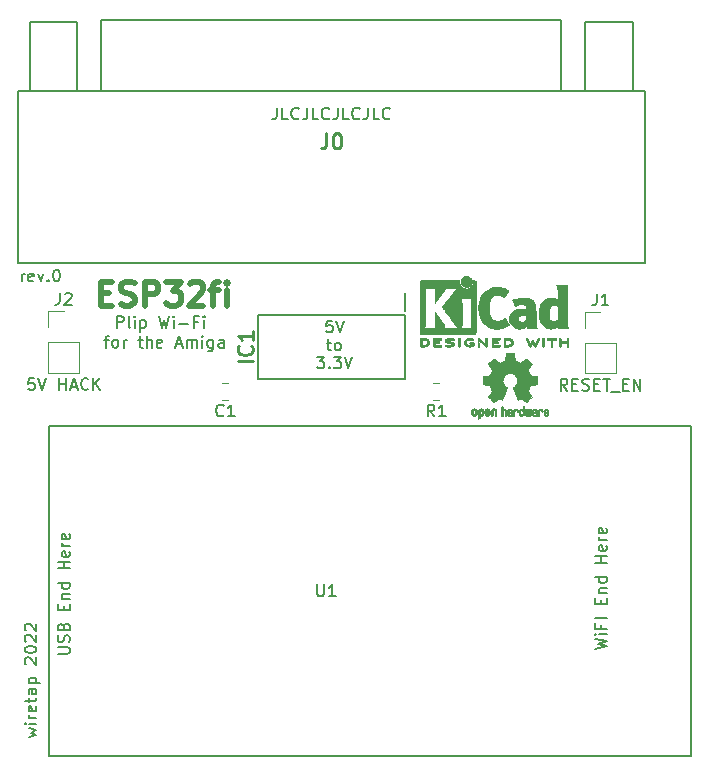
<source format=gbr>
%TF.GenerationSoftware,KiCad,Pcbnew,(5.1.6)-1*%
%TF.CreationDate,2022-10-28T15:03:09-04:00*%
%TF.ProjectId,Amiga ESP32fi,416d6967-6120-4455-9350-333266692e6b,rev?*%
%TF.SameCoordinates,Original*%
%TF.FileFunction,Legend,Top*%
%TF.FilePolarity,Positive*%
%FSLAX46Y46*%
G04 Gerber Fmt 4.6, Leading zero omitted, Abs format (unit mm)*
G04 Created by KiCad (PCBNEW (5.1.6)-1) date 2022-10-28 15:03:09*
%MOMM*%
%LPD*%
G01*
G04 APERTURE LIST*
%ADD10C,0.150000*%
%ADD11C,0.500000*%
%ADD12C,0.010000*%
%ADD13C,0.120000*%
%ADD14C,0.200000*%
%ADD15C,0.127000*%
%ADD16C,0.254000*%
G04 APERTURE END LIST*
D10*
X153281142Y-109005714D02*
X153662095Y-109005714D01*
X153424000Y-108672380D02*
X153424000Y-109529523D01*
X153471619Y-109624761D01*
X153566857Y-109672380D01*
X153662095Y-109672380D01*
X154138285Y-109672380D02*
X154043047Y-109624761D01*
X153995428Y-109577142D01*
X153947809Y-109481904D01*
X153947809Y-109196190D01*
X153995428Y-109100952D01*
X154043047Y-109053333D01*
X154138285Y-109005714D01*
X154281142Y-109005714D01*
X154376380Y-109053333D01*
X154424000Y-109100952D01*
X154471619Y-109196190D01*
X154471619Y-109481904D01*
X154424000Y-109577142D01*
X154376380Y-109624761D01*
X154281142Y-109672380D01*
X154138285Y-109672380D01*
X152447809Y-110196380D02*
X153066857Y-110196380D01*
X152733523Y-110577333D01*
X152876380Y-110577333D01*
X152971619Y-110624952D01*
X153019238Y-110672571D01*
X153066857Y-110767809D01*
X153066857Y-111005904D01*
X153019238Y-111101142D01*
X152971619Y-111148761D01*
X152876380Y-111196380D01*
X152590666Y-111196380D01*
X152495428Y-111148761D01*
X152447809Y-111101142D01*
X153495428Y-111101142D02*
X153543047Y-111148761D01*
X153495428Y-111196380D01*
X153447809Y-111148761D01*
X153495428Y-111101142D01*
X153495428Y-111196380D01*
X153876380Y-110196380D02*
X154495428Y-110196380D01*
X154162095Y-110577333D01*
X154304952Y-110577333D01*
X154400190Y-110624952D01*
X154447809Y-110672571D01*
X154495428Y-110767809D01*
X154495428Y-111005904D01*
X154447809Y-111101142D01*
X154400190Y-111148761D01*
X154304952Y-111196380D01*
X154019238Y-111196380D01*
X153924000Y-111148761D01*
X153876380Y-111101142D01*
X154781142Y-110196380D02*
X155114476Y-111196380D01*
X155447809Y-110196380D01*
X153733523Y-107148380D02*
X153257333Y-107148380D01*
X153209714Y-107624571D01*
X153257333Y-107576952D01*
X153352571Y-107529333D01*
X153590666Y-107529333D01*
X153685904Y-107576952D01*
X153733523Y-107624571D01*
X153781142Y-107719809D01*
X153781142Y-107957904D01*
X153733523Y-108053142D01*
X153685904Y-108100761D01*
X153590666Y-108148380D01*
X153352571Y-108148380D01*
X153257333Y-108100761D01*
X153209714Y-108053142D01*
X154066857Y-107148380D02*
X154400190Y-108148380D01*
X154733523Y-107148380D01*
X130516380Y-135373428D02*
X131325904Y-135373428D01*
X131421142Y-135325809D01*
X131468761Y-135278190D01*
X131516380Y-135182952D01*
X131516380Y-134992476D01*
X131468761Y-134897238D01*
X131421142Y-134849619D01*
X131325904Y-134802000D01*
X130516380Y-134802000D01*
X131468761Y-134373428D02*
X131516380Y-134230571D01*
X131516380Y-133992476D01*
X131468761Y-133897238D01*
X131421142Y-133849619D01*
X131325904Y-133802000D01*
X131230666Y-133802000D01*
X131135428Y-133849619D01*
X131087809Y-133897238D01*
X131040190Y-133992476D01*
X130992571Y-134182952D01*
X130944952Y-134278190D01*
X130897333Y-134325809D01*
X130802095Y-134373428D01*
X130706857Y-134373428D01*
X130611619Y-134325809D01*
X130564000Y-134278190D01*
X130516380Y-134182952D01*
X130516380Y-133944857D01*
X130564000Y-133802000D01*
X130992571Y-133040095D02*
X131040190Y-132897238D01*
X131087809Y-132849619D01*
X131183047Y-132802000D01*
X131325904Y-132802000D01*
X131421142Y-132849619D01*
X131468761Y-132897238D01*
X131516380Y-132992476D01*
X131516380Y-133373428D01*
X130516380Y-133373428D01*
X130516380Y-133040095D01*
X130564000Y-132944857D01*
X130611619Y-132897238D01*
X130706857Y-132849619D01*
X130802095Y-132849619D01*
X130897333Y-132897238D01*
X130944952Y-132944857D01*
X130992571Y-133040095D01*
X130992571Y-133373428D01*
X130992571Y-131611523D02*
X130992571Y-131278190D01*
X131516380Y-131135333D02*
X131516380Y-131611523D01*
X130516380Y-131611523D01*
X130516380Y-131135333D01*
X130849714Y-130706761D02*
X131516380Y-130706761D01*
X130944952Y-130706761D02*
X130897333Y-130659142D01*
X130849714Y-130563904D01*
X130849714Y-130421047D01*
X130897333Y-130325809D01*
X130992571Y-130278190D01*
X131516380Y-130278190D01*
X131516380Y-129373428D02*
X130516380Y-129373428D01*
X131468761Y-129373428D02*
X131516380Y-129468666D01*
X131516380Y-129659142D01*
X131468761Y-129754380D01*
X131421142Y-129802000D01*
X131325904Y-129849619D01*
X131040190Y-129849619D01*
X130944952Y-129802000D01*
X130897333Y-129754380D01*
X130849714Y-129659142D01*
X130849714Y-129468666D01*
X130897333Y-129373428D01*
X131516380Y-128135333D02*
X130516380Y-128135333D01*
X130992571Y-128135333D02*
X130992571Y-127563904D01*
X131516380Y-127563904D02*
X130516380Y-127563904D01*
X131468761Y-126706761D02*
X131516380Y-126802000D01*
X131516380Y-126992476D01*
X131468761Y-127087714D01*
X131373523Y-127135333D01*
X130992571Y-127135333D01*
X130897333Y-127087714D01*
X130849714Y-126992476D01*
X130849714Y-126802000D01*
X130897333Y-126706761D01*
X130992571Y-126659142D01*
X131087809Y-126659142D01*
X131183047Y-127135333D01*
X131516380Y-126230571D02*
X130849714Y-126230571D01*
X131040190Y-126230571D02*
X130944952Y-126182952D01*
X130897333Y-126135333D01*
X130849714Y-126040095D01*
X130849714Y-125944857D01*
X131468761Y-125230571D02*
X131516380Y-125325809D01*
X131516380Y-125516285D01*
X131468761Y-125611523D01*
X131373523Y-125659142D01*
X130992571Y-125659142D01*
X130897333Y-125611523D01*
X130849714Y-125516285D01*
X130849714Y-125325809D01*
X130897333Y-125230571D01*
X130992571Y-125182952D01*
X131087809Y-125182952D01*
X131183047Y-125659142D01*
X175982380Y-134936857D02*
X176982380Y-134698761D01*
X176268095Y-134508285D01*
X176982380Y-134317809D01*
X175982380Y-134079714D01*
X176982380Y-133698761D02*
X176315714Y-133698761D01*
X175982380Y-133698761D02*
X176030000Y-133746380D01*
X176077619Y-133698761D01*
X176030000Y-133651142D01*
X175982380Y-133698761D01*
X176077619Y-133698761D01*
X176458571Y-132889238D02*
X176458571Y-133222571D01*
X176982380Y-133222571D02*
X175982380Y-133222571D01*
X175982380Y-132746380D01*
X176982380Y-132365428D02*
X175982380Y-132365428D01*
X176458571Y-131127333D02*
X176458571Y-130794000D01*
X176982380Y-130651142D02*
X176982380Y-131127333D01*
X175982380Y-131127333D01*
X175982380Y-130651142D01*
X176315714Y-130222571D02*
X176982380Y-130222571D01*
X176410952Y-130222571D02*
X176363333Y-130174952D01*
X176315714Y-130079714D01*
X176315714Y-129936857D01*
X176363333Y-129841619D01*
X176458571Y-129794000D01*
X176982380Y-129794000D01*
X176982380Y-128889238D02*
X175982380Y-128889238D01*
X176934761Y-128889238D02*
X176982380Y-128984476D01*
X176982380Y-129174952D01*
X176934761Y-129270190D01*
X176887142Y-129317809D01*
X176791904Y-129365428D01*
X176506190Y-129365428D01*
X176410952Y-129317809D01*
X176363333Y-129270190D01*
X176315714Y-129174952D01*
X176315714Y-128984476D01*
X176363333Y-128889238D01*
X176982380Y-127651142D02*
X175982380Y-127651142D01*
X176458571Y-127651142D02*
X176458571Y-127079714D01*
X176982380Y-127079714D02*
X175982380Y-127079714D01*
X176934761Y-126222571D02*
X176982380Y-126317809D01*
X176982380Y-126508285D01*
X176934761Y-126603523D01*
X176839523Y-126651142D01*
X176458571Y-126651142D01*
X176363333Y-126603523D01*
X176315714Y-126508285D01*
X176315714Y-126317809D01*
X176363333Y-126222571D01*
X176458571Y-126174952D01*
X176553809Y-126174952D01*
X176649047Y-126651142D01*
X176982380Y-125746380D02*
X176315714Y-125746380D01*
X176506190Y-125746380D02*
X176410952Y-125698761D01*
X176363333Y-125651142D01*
X176315714Y-125555904D01*
X176315714Y-125460666D01*
X176934761Y-124746380D02*
X176982380Y-124841619D01*
X176982380Y-125032095D01*
X176934761Y-125127333D01*
X176839523Y-125174952D01*
X176458571Y-125174952D01*
X176363333Y-125127333D01*
X176315714Y-125032095D01*
X176315714Y-124841619D01*
X176363333Y-124746380D01*
X176458571Y-124698761D01*
X176553809Y-124698761D01*
X176649047Y-125174952D01*
X149050952Y-89114380D02*
X149050952Y-89828666D01*
X149003333Y-89971523D01*
X148908095Y-90066761D01*
X148765238Y-90114380D01*
X148670000Y-90114380D01*
X150003333Y-90114380D02*
X149527142Y-90114380D01*
X149527142Y-89114380D01*
X150908095Y-90019142D02*
X150860476Y-90066761D01*
X150717619Y-90114380D01*
X150622380Y-90114380D01*
X150479523Y-90066761D01*
X150384285Y-89971523D01*
X150336666Y-89876285D01*
X150289047Y-89685809D01*
X150289047Y-89542952D01*
X150336666Y-89352476D01*
X150384285Y-89257238D01*
X150479523Y-89162000D01*
X150622380Y-89114380D01*
X150717619Y-89114380D01*
X150860476Y-89162000D01*
X150908095Y-89209619D01*
X151622380Y-89114380D02*
X151622380Y-89828666D01*
X151574761Y-89971523D01*
X151479523Y-90066761D01*
X151336666Y-90114380D01*
X151241428Y-90114380D01*
X152574761Y-90114380D02*
X152098571Y-90114380D01*
X152098571Y-89114380D01*
X153479523Y-90019142D02*
X153431904Y-90066761D01*
X153289047Y-90114380D01*
X153193809Y-90114380D01*
X153050952Y-90066761D01*
X152955714Y-89971523D01*
X152908095Y-89876285D01*
X152860476Y-89685809D01*
X152860476Y-89542952D01*
X152908095Y-89352476D01*
X152955714Y-89257238D01*
X153050952Y-89162000D01*
X153193809Y-89114380D01*
X153289047Y-89114380D01*
X153431904Y-89162000D01*
X153479523Y-89209619D01*
X154193809Y-89114380D02*
X154193809Y-89828666D01*
X154146190Y-89971523D01*
X154050952Y-90066761D01*
X153908095Y-90114380D01*
X153812857Y-90114380D01*
X155146190Y-90114380D02*
X154670000Y-90114380D01*
X154670000Y-89114380D01*
X156050952Y-90019142D02*
X156003333Y-90066761D01*
X155860476Y-90114380D01*
X155765238Y-90114380D01*
X155622380Y-90066761D01*
X155527142Y-89971523D01*
X155479523Y-89876285D01*
X155431904Y-89685809D01*
X155431904Y-89542952D01*
X155479523Y-89352476D01*
X155527142Y-89257238D01*
X155622380Y-89162000D01*
X155765238Y-89114380D01*
X155860476Y-89114380D01*
X156003333Y-89162000D01*
X156050952Y-89209619D01*
X156765238Y-89114380D02*
X156765238Y-89828666D01*
X156717619Y-89971523D01*
X156622380Y-90066761D01*
X156479523Y-90114380D01*
X156384285Y-90114380D01*
X157717619Y-90114380D02*
X157241428Y-90114380D01*
X157241428Y-89114380D01*
X158622380Y-90019142D02*
X158574761Y-90066761D01*
X158431904Y-90114380D01*
X158336666Y-90114380D01*
X158193809Y-90066761D01*
X158098571Y-89971523D01*
X158050952Y-89876285D01*
X158003333Y-89685809D01*
X158003333Y-89542952D01*
X158050952Y-89352476D01*
X158098571Y-89257238D01*
X158193809Y-89162000D01*
X158336666Y-89114380D01*
X158431904Y-89114380D01*
X158574761Y-89162000D01*
X158622380Y-89209619D01*
X127436761Y-103830380D02*
X127436761Y-103163714D01*
X127436761Y-103354190D02*
X127484380Y-103258952D01*
X127532000Y-103211333D01*
X127627238Y-103163714D01*
X127722476Y-103163714D01*
X128436761Y-103782761D02*
X128341523Y-103830380D01*
X128151047Y-103830380D01*
X128055809Y-103782761D01*
X128008190Y-103687523D01*
X128008190Y-103306571D01*
X128055809Y-103211333D01*
X128151047Y-103163714D01*
X128341523Y-103163714D01*
X128436761Y-103211333D01*
X128484380Y-103306571D01*
X128484380Y-103401809D01*
X128008190Y-103497047D01*
X128817714Y-103163714D02*
X129055809Y-103830380D01*
X129293904Y-103163714D01*
X129674857Y-103735142D02*
X129722476Y-103782761D01*
X129674857Y-103830380D01*
X129627238Y-103782761D01*
X129674857Y-103735142D01*
X129674857Y-103830380D01*
X130341523Y-102830380D02*
X130436761Y-102830380D01*
X130532000Y-102878000D01*
X130579619Y-102925619D01*
X130627238Y-103020857D01*
X130674857Y-103211333D01*
X130674857Y-103449428D01*
X130627238Y-103639904D01*
X130579619Y-103735142D01*
X130532000Y-103782761D01*
X130436761Y-103830380D01*
X130341523Y-103830380D01*
X130246285Y-103782761D01*
X130198666Y-103735142D01*
X130151047Y-103639904D01*
X130103428Y-103449428D01*
X130103428Y-103211333D01*
X130151047Y-103020857D01*
X130198666Y-102925619D01*
X130246285Y-102878000D01*
X130341523Y-102830380D01*
X128030314Y-142425133D02*
X128696980Y-142234657D01*
X128220790Y-142044180D01*
X128696980Y-141853704D01*
X128030314Y-141663228D01*
X128696980Y-141282276D02*
X128030314Y-141282276D01*
X127696980Y-141282276D02*
X127744600Y-141329895D01*
X127792219Y-141282276D01*
X127744600Y-141234657D01*
X127696980Y-141282276D01*
X127792219Y-141282276D01*
X128696980Y-140806085D02*
X128030314Y-140806085D01*
X128220790Y-140806085D02*
X128125552Y-140758466D01*
X128077933Y-140710847D01*
X128030314Y-140615609D01*
X128030314Y-140520371D01*
X128649361Y-139806085D02*
X128696980Y-139901323D01*
X128696980Y-140091800D01*
X128649361Y-140187038D01*
X128554123Y-140234657D01*
X128173171Y-140234657D01*
X128077933Y-140187038D01*
X128030314Y-140091800D01*
X128030314Y-139901323D01*
X128077933Y-139806085D01*
X128173171Y-139758466D01*
X128268409Y-139758466D01*
X128363647Y-140234657D01*
X128030314Y-139472752D02*
X128030314Y-139091800D01*
X127696980Y-139329895D02*
X128554123Y-139329895D01*
X128649361Y-139282276D01*
X128696980Y-139187038D01*
X128696980Y-139091800D01*
X128696980Y-138329895D02*
X128173171Y-138329895D01*
X128077933Y-138377514D01*
X128030314Y-138472752D01*
X128030314Y-138663228D01*
X128077933Y-138758466D01*
X128649361Y-138329895D02*
X128696980Y-138425133D01*
X128696980Y-138663228D01*
X128649361Y-138758466D01*
X128554123Y-138806085D01*
X128458885Y-138806085D01*
X128363647Y-138758466D01*
X128316028Y-138663228D01*
X128316028Y-138425133D01*
X128268409Y-138329895D01*
X128030314Y-137853704D02*
X129030314Y-137853704D01*
X128077933Y-137853704D02*
X128030314Y-137758466D01*
X128030314Y-137567990D01*
X128077933Y-137472752D01*
X128125552Y-137425133D01*
X128220790Y-137377514D01*
X128506504Y-137377514D01*
X128601742Y-137425133D01*
X128649361Y-137472752D01*
X128696980Y-137567990D01*
X128696980Y-137758466D01*
X128649361Y-137853704D01*
X127792219Y-136234657D02*
X127744600Y-136187038D01*
X127696980Y-136091800D01*
X127696980Y-135853704D01*
X127744600Y-135758466D01*
X127792219Y-135710847D01*
X127887457Y-135663228D01*
X127982695Y-135663228D01*
X128125552Y-135710847D01*
X128696980Y-136282276D01*
X128696980Y-135663228D01*
X127696980Y-135044180D02*
X127696980Y-134948942D01*
X127744600Y-134853704D01*
X127792219Y-134806085D01*
X127887457Y-134758466D01*
X128077933Y-134710847D01*
X128316028Y-134710847D01*
X128506504Y-134758466D01*
X128601742Y-134806085D01*
X128649361Y-134853704D01*
X128696980Y-134948942D01*
X128696980Y-135044180D01*
X128649361Y-135139419D01*
X128601742Y-135187038D01*
X128506504Y-135234657D01*
X128316028Y-135282276D01*
X128077933Y-135282276D01*
X127887457Y-135234657D01*
X127792219Y-135187038D01*
X127744600Y-135139419D01*
X127696980Y-135044180D01*
X127792219Y-134329895D02*
X127744600Y-134282276D01*
X127696980Y-134187038D01*
X127696980Y-133948942D01*
X127744600Y-133853704D01*
X127792219Y-133806085D01*
X127887457Y-133758466D01*
X127982695Y-133758466D01*
X128125552Y-133806085D01*
X128696980Y-134377514D01*
X128696980Y-133758466D01*
X127792219Y-133377514D02*
X127744600Y-133329895D01*
X127696980Y-133234657D01*
X127696980Y-132996561D01*
X127744600Y-132901323D01*
X127792219Y-132853704D01*
X127887457Y-132806085D01*
X127982695Y-132806085D01*
X128125552Y-132853704D01*
X128696980Y-133425133D01*
X128696980Y-132806085D01*
X135501571Y-107780580D02*
X135501571Y-106780580D01*
X135882523Y-106780580D01*
X135977761Y-106828200D01*
X136025380Y-106875819D01*
X136073000Y-106971057D01*
X136073000Y-107113914D01*
X136025380Y-107209152D01*
X135977761Y-107256771D01*
X135882523Y-107304390D01*
X135501571Y-107304390D01*
X136644428Y-107780580D02*
X136549190Y-107732961D01*
X136501571Y-107637723D01*
X136501571Y-106780580D01*
X137025380Y-107780580D02*
X137025380Y-107113914D01*
X137025380Y-106780580D02*
X136977761Y-106828200D01*
X137025380Y-106875819D01*
X137073000Y-106828200D01*
X137025380Y-106780580D01*
X137025380Y-106875819D01*
X137501571Y-107113914D02*
X137501571Y-108113914D01*
X137501571Y-107161533D02*
X137596809Y-107113914D01*
X137787285Y-107113914D01*
X137882523Y-107161533D01*
X137930142Y-107209152D01*
X137977761Y-107304390D01*
X137977761Y-107590104D01*
X137930142Y-107685342D01*
X137882523Y-107732961D01*
X137787285Y-107780580D01*
X137596809Y-107780580D01*
X137501571Y-107732961D01*
X139073000Y-106780580D02*
X139311095Y-107780580D01*
X139501571Y-107066295D01*
X139692047Y-107780580D01*
X139930142Y-106780580D01*
X140311095Y-107780580D02*
X140311095Y-107113914D01*
X140311095Y-106780580D02*
X140263476Y-106828200D01*
X140311095Y-106875819D01*
X140358714Y-106828200D01*
X140311095Y-106780580D01*
X140311095Y-106875819D01*
X140787285Y-107399628D02*
X141549190Y-107399628D01*
X142358714Y-107256771D02*
X142025380Y-107256771D01*
X142025380Y-107780580D02*
X142025380Y-106780580D01*
X142501571Y-106780580D01*
X142882523Y-107780580D02*
X142882523Y-107113914D01*
X142882523Y-106780580D02*
X142834904Y-106828200D01*
X142882523Y-106875819D01*
X142930142Y-106828200D01*
X142882523Y-106780580D01*
X142882523Y-106875819D01*
X134453952Y-108763914D02*
X134834904Y-108763914D01*
X134596809Y-109430580D02*
X134596809Y-108573438D01*
X134644428Y-108478200D01*
X134739666Y-108430580D01*
X134834904Y-108430580D01*
X135311095Y-109430580D02*
X135215857Y-109382961D01*
X135168238Y-109335342D01*
X135120619Y-109240104D01*
X135120619Y-108954390D01*
X135168238Y-108859152D01*
X135215857Y-108811533D01*
X135311095Y-108763914D01*
X135453952Y-108763914D01*
X135549190Y-108811533D01*
X135596809Y-108859152D01*
X135644428Y-108954390D01*
X135644428Y-109240104D01*
X135596809Y-109335342D01*
X135549190Y-109382961D01*
X135453952Y-109430580D01*
X135311095Y-109430580D01*
X136073000Y-109430580D02*
X136073000Y-108763914D01*
X136073000Y-108954390D02*
X136120619Y-108859152D01*
X136168238Y-108811533D01*
X136263476Y-108763914D01*
X136358714Y-108763914D01*
X137311095Y-108763914D02*
X137692047Y-108763914D01*
X137453952Y-108430580D02*
X137453952Y-109287723D01*
X137501571Y-109382961D01*
X137596809Y-109430580D01*
X137692047Y-109430580D01*
X138025380Y-109430580D02*
X138025380Y-108430580D01*
X138453952Y-109430580D02*
X138453952Y-108906771D01*
X138406333Y-108811533D01*
X138311095Y-108763914D01*
X138168238Y-108763914D01*
X138073000Y-108811533D01*
X138025380Y-108859152D01*
X139311095Y-109382961D02*
X139215857Y-109430580D01*
X139025380Y-109430580D01*
X138930142Y-109382961D01*
X138882523Y-109287723D01*
X138882523Y-108906771D01*
X138930142Y-108811533D01*
X139025380Y-108763914D01*
X139215857Y-108763914D01*
X139311095Y-108811533D01*
X139358714Y-108906771D01*
X139358714Y-109002009D01*
X138882523Y-109097247D01*
X140501571Y-109144866D02*
X140977761Y-109144866D01*
X140406333Y-109430580D02*
X140739666Y-108430580D01*
X141073000Y-109430580D01*
X141406333Y-109430580D02*
X141406333Y-108763914D01*
X141406333Y-108859152D02*
X141453952Y-108811533D01*
X141549190Y-108763914D01*
X141692047Y-108763914D01*
X141787285Y-108811533D01*
X141834904Y-108906771D01*
X141834904Y-109430580D01*
X141834904Y-108906771D02*
X141882523Y-108811533D01*
X141977761Y-108763914D01*
X142120619Y-108763914D01*
X142215857Y-108811533D01*
X142263476Y-108906771D01*
X142263476Y-109430580D01*
X142739666Y-109430580D02*
X142739666Y-108763914D01*
X142739666Y-108430580D02*
X142692047Y-108478200D01*
X142739666Y-108525819D01*
X142787285Y-108478200D01*
X142739666Y-108430580D01*
X142739666Y-108525819D01*
X143644428Y-108763914D02*
X143644428Y-109573438D01*
X143596809Y-109668676D01*
X143549190Y-109716295D01*
X143453952Y-109763914D01*
X143311095Y-109763914D01*
X143215857Y-109716295D01*
X143644428Y-109382961D02*
X143549190Y-109430580D01*
X143358714Y-109430580D01*
X143263476Y-109382961D01*
X143215857Y-109335342D01*
X143168238Y-109240104D01*
X143168238Y-108954390D01*
X143215857Y-108859152D01*
X143263476Y-108811533D01*
X143358714Y-108763914D01*
X143549190Y-108763914D01*
X143644428Y-108811533D01*
X144549190Y-109430580D02*
X144549190Y-108906771D01*
X144501571Y-108811533D01*
X144406333Y-108763914D01*
X144215857Y-108763914D01*
X144120619Y-108811533D01*
X144549190Y-109382961D02*
X144453952Y-109430580D01*
X144215857Y-109430580D01*
X144120619Y-109382961D01*
X144073000Y-109287723D01*
X144073000Y-109192485D01*
X144120619Y-109097247D01*
X144215857Y-109049628D01*
X144453952Y-109049628D01*
X144549190Y-109002009D01*
X173644276Y-113075980D02*
X173310942Y-112599790D01*
X173072847Y-113075980D02*
X173072847Y-112075980D01*
X173453800Y-112075980D01*
X173549038Y-112123600D01*
X173596657Y-112171219D01*
X173644276Y-112266457D01*
X173644276Y-112409314D01*
X173596657Y-112504552D01*
X173549038Y-112552171D01*
X173453800Y-112599790D01*
X173072847Y-112599790D01*
X174072847Y-112552171D02*
X174406180Y-112552171D01*
X174549038Y-113075980D02*
X174072847Y-113075980D01*
X174072847Y-112075980D01*
X174549038Y-112075980D01*
X174929990Y-113028361D02*
X175072847Y-113075980D01*
X175310942Y-113075980D01*
X175406180Y-113028361D01*
X175453800Y-112980742D01*
X175501419Y-112885504D01*
X175501419Y-112790266D01*
X175453800Y-112695028D01*
X175406180Y-112647409D01*
X175310942Y-112599790D01*
X175120466Y-112552171D01*
X175025228Y-112504552D01*
X174977609Y-112456933D01*
X174929990Y-112361695D01*
X174929990Y-112266457D01*
X174977609Y-112171219D01*
X175025228Y-112123600D01*
X175120466Y-112075980D01*
X175358561Y-112075980D01*
X175501419Y-112123600D01*
X175929990Y-112552171D02*
X176263323Y-112552171D01*
X176406180Y-113075980D02*
X175929990Y-113075980D01*
X175929990Y-112075980D01*
X176406180Y-112075980D01*
X176691895Y-112075980D02*
X177263323Y-112075980D01*
X176977609Y-113075980D02*
X176977609Y-112075980D01*
X177358561Y-113171219D02*
X178120466Y-113171219D01*
X178358561Y-112552171D02*
X178691895Y-112552171D01*
X178834752Y-113075980D02*
X178358561Y-113075980D01*
X178358561Y-112075980D01*
X178834752Y-112075980D01*
X179263323Y-113075980D02*
X179263323Y-112075980D01*
X179834752Y-113075980D01*
X179834752Y-112075980D01*
X128514790Y-112025180D02*
X128038600Y-112025180D01*
X127990980Y-112501371D01*
X128038600Y-112453752D01*
X128133838Y-112406133D01*
X128371933Y-112406133D01*
X128467171Y-112453752D01*
X128514790Y-112501371D01*
X128562409Y-112596609D01*
X128562409Y-112834704D01*
X128514790Y-112929942D01*
X128467171Y-112977561D01*
X128371933Y-113025180D01*
X128133838Y-113025180D01*
X128038600Y-112977561D01*
X127990980Y-112929942D01*
X128848123Y-112025180D02*
X129181457Y-113025180D01*
X129514790Y-112025180D01*
X130610028Y-113025180D02*
X130610028Y-112025180D01*
X130610028Y-112501371D02*
X131181457Y-112501371D01*
X131181457Y-113025180D02*
X131181457Y-112025180D01*
X131610028Y-112739466D02*
X132086219Y-112739466D01*
X131514790Y-113025180D02*
X131848123Y-112025180D01*
X132181457Y-113025180D01*
X133086219Y-112929942D02*
X133038600Y-112977561D01*
X132895742Y-113025180D01*
X132800504Y-113025180D01*
X132657647Y-112977561D01*
X132562409Y-112882323D01*
X132514790Y-112787085D01*
X132467171Y-112596609D01*
X132467171Y-112453752D01*
X132514790Y-112263276D01*
X132562409Y-112168038D01*
X132657647Y-112072800D01*
X132800504Y-112025180D01*
X132895742Y-112025180D01*
X133038600Y-112072800D01*
X133086219Y-112120419D01*
X133514790Y-113025180D02*
X133514790Y-112025180D01*
X134086219Y-113025180D02*
X133657647Y-112453752D01*
X134086219Y-112025180D02*
X133514790Y-112596609D01*
D11*
X134163466Y-104835342D02*
X134830133Y-104835342D01*
X135115847Y-105882961D02*
X134163466Y-105882961D01*
X134163466Y-103882961D01*
X135115847Y-103882961D01*
X135877752Y-105787723D02*
X136163466Y-105882961D01*
X136639657Y-105882961D01*
X136830133Y-105787723D01*
X136925371Y-105692485D01*
X137020609Y-105502009D01*
X137020609Y-105311533D01*
X136925371Y-105121057D01*
X136830133Y-105025819D01*
X136639657Y-104930580D01*
X136258704Y-104835342D01*
X136068228Y-104740104D01*
X135972990Y-104644866D01*
X135877752Y-104454390D01*
X135877752Y-104263914D01*
X135972990Y-104073438D01*
X136068228Y-103978200D01*
X136258704Y-103882961D01*
X136734895Y-103882961D01*
X137020609Y-103978200D01*
X137877752Y-105882961D02*
X137877752Y-103882961D01*
X138639657Y-103882961D01*
X138830133Y-103978200D01*
X138925371Y-104073438D01*
X139020609Y-104263914D01*
X139020609Y-104549628D01*
X138925371Y-104740104D01*
X138830133Y-104835342D01*
X138639657Y-104930580D01*
X137877752Y-104930580D01*
X139687276Y-103882961D02*
X140925371Y-103882961D01*
X140258704Y-104644866D01*
X140544419Y-104644866D01*
X140734895Y-104740104D01*
X140830133Y-104835342D01*
X140925371Y-105025819D01*
X140925371Y-105502009D01*
X140830133Y-105692485D01*
X140734895Y-105787723D01*
X140544419Y-105882961D01*
X139972990Y-105882961D01*
X139782514Y-105787723D01*
X139687276Y-105692485D01*
X141687276Y-104073438D02*
X141782514Y-103978200D01*
X141972990Y-103882961D01*
X142449180Y-103882961D01*
X142639657Y-103978200D01*
X142734895Y-104073438D01*
X142830133Y-104263914D01*
X142830133Y-104454390D01*
X142734895Y-104740104D01*
X141592038Y-105882961D01*
X142830133Y-105882961D01*
X143401561Y-104549628D02*
X144163466Y-104549628D01*
X143687276Y-105882961D02*
X143687276Y-104168676D01*
X143782514Y-103978200D01*
X143972990Y-103882961D01*
X144163466Y-103882961D01*
X144830133Y-105882961D02*
X144830133Y-104549628D01*
X144830133Y-103882961D02*
X144734895Y-103978200D01*
X144830133Y-104073438D01*
X144925371Y-103978200D01*
X144830133Y-103882961D01*
X144830133Y-104073438D01*
D12*
%TO.C,REF\u002A\u002A*%
G36*
X166382744Y-114594318D02*
G01*
X166438201Y-114621968D01*
X166487148Y-114672880D01*
X166500629Y-114691738D01*
X166515314Y-114716415D01*
X166524842Y-114743216D01*
X166530293Y-114778987D01*
X166532747Y-114830569D01*
X166533286Y-114898667D01*
X166530852Y-114991988D01*
X166522394Y-115062057D01*
X166506174Y-115114331D01*
X166480454Y-115154269D01*
X166443497Y-115187329D01*
X166440782Y-115189286D01*
X166404360Y-115209308D01*
X166360502Y-115219215D01*
X166304724Y-115221657D01*
X166214048Y-115221657D01*
X166214010Y-115309683D01*
X166213166Y-115358708D01*
X166208024Y-115387465D01*
X166194587Y-115404711D01*
X166168858Y-115419208D01*
X166162679Y-115422169D01*
X166133764Y-115436048D01*
X166111376Y-115444814D01*
X166094729Y-115445571D01*
X166083036Y-115435423D01*
X166075510Y-115411473D01*
X166071366Y-115370826D01*
X166069815Y-115310586D01*
X166070071Y-115227855D01*
X166071349Y-115119739D01*
X166071748Y-115087400D01*
X166073185Y-114975924D01*
X166074472Y-114903003D01*
X166213971Y-114903003D01*
X166214755Y-114964899D01*
X166218240Y-115005397D01*
X166226124Y-115032108D01*
X166240105Y-115052644D01*
X166249597Y-115062660D01*
X166288404Y-115091967D01*
X166322763Y-115094352D01*
X166358216Y-115070150D01*
X166359114Y-115069257D01*
X166373539Y-115050553D01*
X166382313Y-115025132D01*
X166386739Y-114985984D01*
X166388118Y-114926097D01*
X166388143Y-114912830D01*
X166384812Y-114830301D01*
X166373969Y-114773091D01*
X166354340Y-114738166D01*
X166324650Y-114722494D01*
X166307491Y-114720914D01*
X166266766Y-114728326D01*
X166238832Y-114752730D01*
X166222017Y-114797380D01*
X166214650Y-114865530D01*
X166213971Y-114903003D01*
X166074472Y-114903003D01*
X166074708Y-114889645D01*
X166076677Y-114824733D01*
X166079450Y-114777358D01*
X166083388Y-114743690D01*
X166088849Y-114719898D01*
X166096192Y-114702153D01*
X166105777Y-114686624D01*
X166109887Y-114680781D01*
X166164405Y-114625585D01*
X166233336Y-114594290D01*
X166313072Y-114585565D01*
X166382744Y-114594318D01*
G37*
X166382744Y-114594318D02*
X166438201Y-114621968D01*
X166487148Y-114672880D01*
X166500629Y-114691738D01*
X166515314Y-114716415D01*
X166524842Y-114743216D01*
X166530293Y-114778987D01*
X166532747Y-114830569D01*
X166533286Y-114898667D01*
X166530852Y-114991988D01*
X166522394Y-115062057D01*
X166506174Y-115114331D01*
X166480454Y-115154269D01*
X166443497Y-115187329D01*
X166440782Y-115189286D01*
X166404360Y-115209308D01*
X166360502Y-115219215D01*
X166304724Y-115221657D01*
X166214048Y-115221657D01*
X166214010Y-115309683D01*
X166213166Y-115358708D01*
X166208024Y-115387465D01*
X166194587Y-115404711D01*
X166168858Y-115419208D01*
X166162679Y-115422169D01*
X166133764Y-115436048D01*
X166111376Y-115444814D01*
X166094729Y-115445571D01*
X166083036Y-115435423D01*
X166075510Y-115411473D01*
X166071366Y-115370826D01*
X166069815Y-115310586D01*
X166070071Y-115227855D01*
X166071349Y-115119739D01*
X166071748Y-115087400D01*
X166073185Y-114975924D01*
X166074472Y-114903003D01*
X166213971Y-114903003D01*
X166214755Y-114964899D01*
X166218240Y-115005397D01*
X166226124Y-115032108D01*
X166240105Y-115052644D01*
X166249597Y-115062660D01*
X166288404Y-115091967D01*
X166322763Y-115094352D01*
X166358216Y-115070150D01*
X166359114Y-115069257D01*
X166373539Y-115050553D01*
X166382313Y-115025132D01*
X166386739Y-114985984D01*
X166388118Y-114926097D01*
X166388143Y-114912830D01*
X166384812Y-114830301D01*
X166373969Y-114773091D01*
X166354340Y-114738166D01*
X166324650Y-114722494D01*
X166307491Y-114720914D01*
X166266766Y-114728326D01*
X166238832Y-114752730D01*
X166222017Y-114797380D01*
X166214650Y-114865530D01*
X166213971Y-114903003D01*
X166074472Y-114903003D01*
X166074708Y-114889645D01*
X166076677Y-114824733D01*
X166079450Y-114777358D01*
X166083388Y-114743690D01*
X166088849Y-114719898D01*
X166096192Y-114702153D01*
X166105777Y-114686624D01*
X166109887Y-114680781D01*
X166164405Y-114625585D01*
X166233336Y-114594290D01*
X166313072Y-114585565D01*
X166382744Y-114594318D01*
G36*
X167499093Y-114602180D02*
G01*
X167545672Y-114629123D01*
X167578057Y-114655866D01*
X167601742Y-114683884D01*
X167618059Y-114718148D01*
X167628339Y-114763627D01*
X167633914Y-114825292D01*
X167636116Y-114908111D01*
X167636371Y-114967646D01*
X167636371Y-115186791D01*
X167574686Y-115214444D01*
X167513000Y-115242097D01*
X167505743Y-115002070D01*
X167502744Y-114912428D01*
X167499598Y-114847362D01*
X167495701Y-114802426D01*
X167490447Y-114773170D01*
X167483231Y-114755148D01*
X167473450Y-114743911D01*
X167470312Y-114741479D01*
X167422761Y-114722483D01*
X167374697Y-114730000D01*
X167346086Y-114749943D01*
X167334447Y-114764075D01*
X167326391Y-114782620D01*
X167321271Y-114810734D01*
X167318441Y-114853573D01*
X167317256Y-114916295D01*
X167317057Y-114981661D01*
X167317018Y-115063668D01*
X167315614Y-115121716D01*
X167310914Y-115160865D01*
X167300987Y-115186180D01*
X167283903Y-115202723D01*
X167257732Y-115215556D01*
X167222775Y-115228891D01*
X167184596Y-115243407D01*
X167189141Y-114985789D01*
X167190971Y-114892919D01*
X167193112Y-114824289D01*
X167196181Y-114775111D01*
X167200794Y-114740598D01*
X167207568Y-114715962D01*
X167217119Y-114696416D01*
X167228634Y-114679170D01*
X167284190Y-114624080D01*
X167351980Y-114592222D01*
X167425713Y-114584591D01*
X167499093Y-114602180D01*
G37*
X167499093Y-114602180D02*
X167545672Y-114629123D01*
X167578057Y-114655866D01*
X167601742Y-114683884D01*
X167618059Y-114718148D01*
X167628339Y-114763627D01*
X167633914Y-114825292D01*
X167636116Y-114908111D01*
X167636371Y-114967646D01*
X167636371Y-115186791D01*
X167574686Y-115214444D01*
X167513000Y-115242097D01*
X167505743Y-115002070D01*
X167502744Y-114912428D01*
X167499598Y-114847362D01*
X167495701Y-114802426D01*
X167490447Y-114773170D01*
X167483231Y-114755148D01*
X167473450Y-114743911D01*
X167470312Y-114741479D01*
X167422761Y-114722483D01*
X167374697Y-114730000D01*
X167346086Y-114749943D01*
X167334447Y-114764075D01*
X167326391Y-114782620D01*
X167321271Y-114810734D01*
X167318441Y-114853573D01*
X167317256Y-114916295D01*
X167317057Y-114981661D01*
X167317018Y-115063668D01*
X167315614Y-115121716D01*
X167310914Y-115160865D01*
X167300987Y-115186180D01*
X167283903Y-115202723D01*
X167257732Y-115215556D01*
X167222775Y-115228891D01*
X167184596Y-115243407D01*
X167189141Y-114985789D01*
X167190971Y-114892919D01*
X167193112Y-114824289D01*
X167196181Y-114775111D01*
X167200794Y-114740598D01*
X167207568Y-114715962D01*
X167217119Y-114696416D01*
X167228634Y-114679170D01*
X167284190Y-114624080D01*
X167351980Y-114592222D01*
X167425713Y-114584591D01*
X167499093Y-114602180D01*
G36*
X165824115Y-114596362D02*
G01*
X165892145Y-114632133D01*
X165942351Y-114689701D01*
X165960185Y-114726712D01*
X165974063Y-114782282D01*
X165981167Y-114852496D01*
X165981840Y-114929127D01*
X165976427Y-115003952D01*
X165965270Y-115068742D01*
X165948714Y-115115273D01*
X165943626Y-115123287D01*
X165883355Y-115183107D01*
X165811769Y-115218935D01*
X165734092Y-115229420D01*
X165655548Y-115213210D01*
X165633689Y-115203492D01*
X165591122Y-115173543D01*
X165553763Y-115133833D01*
X165550232Y-115128797D01*
X165535881Y-115104524D01*
X165526394Y-115078578D01*
X165520790Y-115044422D01*
X165518086Y-114995519D01*
X165517299Y-114925335D01*
X165517286Y-114909600D01*
X165517322Y-114904592D01*
X165662429Y-114904592D01*
X165663273Y-114970830D01*
X165666596Y-115014786D01*
X165673583Y-115043179D01*
X165685416Y-115062725D01*
X165691457Y-115069257D01*
X165726186Y-115094080D01*
X165759903Y-115092948D01*
X165793995Y-115071416D01*
X165814329Y-115048429D01*
X165826371Y-115014878D01*
X165833134Y-114961969D01*
X165833598Y-114955799D01*
X165834752Y-114859913D01*
X165822688Y-114788699D01*
X165797570Y-114742594D01*
X165759560Y-114722035D01*
X165745992Y-114720914D01*
X165710364Y-114726552D01*
X165685994Y-114746086D01*
X165671093Y-114783442D01*
X165663875Y-114842550D01*
X165662429Y-114904592D01*
X165517322Y-114904592D01*
X165517826Y-114834813D01*
X165520096Y-114782559D01*
X165525068Y-114746349D01*
X165533713Y-114719699D01*
X165547005Y-114696122D01*
X165549943Y-114691738D01*
X165599313Y-114632649D01*
X165653109Y-114598347D01*
X165718602Y-114584731D01*
X165740842Y-114584065D01*
X165824115Y-114596362D01*
G37*
X165824115Y-114596362D02*
X165892145Y-114632133D01*
X165942351Y-114689701D01*
X165960185Y-114726712D01*
X165974063Y-114782282D01*
X165981167Y-114852496D01*
X165981840Y-114929127D01*
X165976427Y-115003952D01*
X165965270Y-115068742D01*
X165948714Y-115115273D01*
X165943626Y-115123287D01*
X165883355Y-115183107D01*
X165811769Y-115218935D01*
X165734092Y-115229420D01*
X165655548Y-115213210D01*
X165633689Y-115203492D01*
X165591122Y-115173543D01*
X165553763Y-115133833D01*
X165550232Y-115128797D01*
X165535881Y-115104524D01*
X165526394Y-115078578D01*
X165520790Y-115044422D01*
X165518086Y-114995519D01*
X165517299Y-114925335D01*
X165517286Y-114909600D01*
X165517322Y-114904592D01*
X165662429Y-114904592D01*
X165663273Y-114970830D01*
X165666596Y-115014786D01*
X165673583Y-115043179D01*
X165685416Y-115062725D01*
X165691457Y-115069257D01*
X165726186Y-115094080D01*
X165759903Y-115092948D01*
X165793995Y-115071416D01*
X165814329Y-115048429D01*
X165826371Y-115014878D01*
X165833134Y-114961969D01*
X165833598Y-114955799D01*
X165834752Y-114859913D01*
X165822688Y-114788699D01*
X165797570Y-114742594D01*
X165759560Y-114722035D01*
X165745992Y-114720914D01*
X165710364Y-114726552D01*
X165685994Y-114746086D01*
X165671093Y-114783442D01*
X165663875Y-114842550D01*
X165662429Y-114904592D01*
X165517322Y-114904592D01*
X165517826Y-114834813D01*
X165520096Y-114782559D01*
X165525068Y-114746349D01*
X165533713Y-114719699D01*
X165547005Y-114696122D01*
X165549943Y-114691738D01*
X165599313Y-114632649D01*
X165653109Y-114598347D01*
X165718602Y-114584731D01*
X165740842Y-114584065D01*
X165824115Y-114596362D01*
G36*
X166951303Y-114605639D02*
G01*
X167008527Y-114644135D01*
X167052749Y-114699735D01*
X167079167Y-114770486D01*
X167084510Y-114822562D01*
X167083903Y-114844293D01*
X167078822Y-114860931D01*
X167064855Y-114875837D01*
X167037589Y-114892373D01*
X166992612Y-114913898D01*
X166925511Y-114943774D01*
X166925171Y-114943924D01*
X166863407Y-114972213D01*
X166812759Y-114997333D01*
X166778404Y-115016579D01*
X166765518Y-115027248D01*
X166765514Y-115027334D01*
X166776872Y-115050566D01*
X166803431Y-115076174D01*
X166833923Y-115094621D01*
X166849370Y-115098286D01*
X166891515Y-115085612D01*
X166927808Y-115053871D01*
X166945517Y-115018972D01*
X166962552Y-114993245D01*
X166995922Y-114963946D01*
X167035149Y-114938635D01*
X167069756Y-114924871D01*
X167076993Y-114924114D01*
X167085139Y-114936560D01*
X167085630Y-114968372D01*
X167079643Y-115011266D01*
X167068357Y-115056958D01*
X167052950Y-115097161D01*
X167052171Y-115098722D01*
X167005804Y-115163462D01*
X166945711Y-115207497D01*
X166877465Y-115229111D01*
X166806638Y-115226585D01*
X166738804Y-115198204D01*
X166735788Y-115196208D01*
X166682427Y-115147848D01*
X166647340Y-115084752D01*
X166627922Y-115001787D01*
X166625316Y-114978478D01*
X166620701Y-114868455D01*
X166626233Y-114817148D01*
X166765514Y-114817148D01*
X166767324Y-114849153D01*
X166777222Y-114858493D01*
X166801898Y-114851505D01*
X166840795Y-114834987D01*
X166884275Y-114814281D01*
X166885356Y-114813733D01*
X166922209Y-114794349D01*
X166937000Y-114781413D01*
X166933353Y-114767851D01*
X166917995Y-114750032D01*
X166878923Y-114724245D01*
X166836846Y-114722350D01*
X166799103Y-114741117D01*
X166773034Y-114777315D01*
X166765514Y-114817148D01*
X166626233Y-114817148D01*
X166630194Y-114780427D01*
X166654550Y-114710612D01*
X166688456Y-114661702D01*
X166749653Y-114612278D01*
X166817063Y-114587759D01*
X166885880Y-114586197D01*
X166951303Y-114605639D01*
G37*
X166951303Y-114605639D02*
X167008527Y-114644135D01*
X167052749Y-114699735D01*
X167079167Y-114770486D01*
X167084510Y-114822562D01*
X167083903Y-114844293D01*
X167078822Y-114860931D01*
X167064855Y-114875837D01*
X167037589Y-114892373D01*
X166992612Y-114913898D01*
X166925511Y-114943774D01*
X166925171Y-114943924D01*
X166863407Y-114972213D01*
X166812759Y-114997333D01*
X166778404Y-115016579D01*
X166765518Y-115027248D01*
X166765514Y-115027334D01*
X166776872Y-115050566D01*
X166803431Y-115076174D01*
X166833923Y-115094621D01*
X166849370Y-115098286D01*
X166891515Y-115085612D01*
X166927808Y-115053871D01*
X166945517Y-115018972D01*
X166962552Y-114993245D01*
X166995922Y-114963946D01*
X167035149Y-114938635D01*
X167069756Y-114924871D01*
X167076993Y-114924114D01*
X167085139Y-114936560D01*
X167085630Y-114968372D01*
X167079643Y-115011266D01*
X167068357Y-115056958D01*
X167052950Y-115097161D01*
X167052171Y-115098722D01*
X167005804Y-115163462D01*
X166945711Y-115207497D01*
X166877465Y-115229111D01*
X166806638Y-115226585D01*
X166738804Y-115198204D01*
X166735788Y-115196208D01*
X166682427Y-115147848D01*
X166647340Y-115084752D01*
X166627922Y-115001787D01*
X166625316Y-114978478D01*
X166620701Y-114868455D01*
X166626233Y-114817148D01*
X166765514Y-114817148D01*
X166767324Y-114849153D01*
X166777222Y-114858493D01*
X166801898Y-114851505D01*
X166840795Y-114834987D01*
X166884275Y-114814281D01*
X166885356Y-114813733D01*
X166922209Y-114794349D01*
X166937000Y-114781413D01*
X166933353Y-114767851D01*
X166917995Y-114750032D01*
X166878923Y-114724245D01*
X166836846Y-114722350D01*
X166799103Y-114741117D01*
X166773034Y-114777315D01*
X166765514Y-114817148D01*
X166626233Y-114817148D01*
X166630194Y-114780427D01*
X166654550Y-114710612D01*
X166688456Y-114661702D01*
X166749653Y-114612278D01*
X166817063Y-114587759D01*
X166885880Y-114586197D01*
X166951303Y-114605639D01*
G36*
X168158886Y-114525689D02*
G01*
X168163139Y-114585013D01*
X168168025Y-114619972D01*
X168174795Y-114635220D01*
X168184702Y-114635415D01*
X168187914Y-114633595D01*
X168230644Y-114620415D01*
X168286227Y-114621185D01*
X168342737Y-114634733D01*
X168378082Y-114652261D01*
X168414321Y-114680261D01*
X168440813Y-114711949D01*
X168458999Y-114752213D01*
X168470322Y-114805943D01*
X168476222Y-114878026D01*
X168478143Y-114973351D01*
X168478177Y-114991637D01*
X168478200Y-115197046D01*
X168432491Y-115212980D01*
X168400027Y-115223820D01*
X168382215Y-115228868D01*
X168381691Y-115228914D01*
X168379937Y-115215228D01*
X168378444Y-115177476D01*
X168377326Y-115120624D01*
X168376697Y-115049634D01*
X168376600Y-115006473D01*
X168376398Y-114921373D01*
X168375358Y-114860381D01*
X168372831Y-114818577D01*
X168368164Y-114791042D01*
X168360707Y-114772856D01*
X168349811Y-114759098D01*
X168343007Y-114752473D01*
X168296272Y-114725775D01*
X168245272Y-114723775D01*
X168199001Y-114746355D01*
X168190444Y-114754507D01*
X168177893Y-114769836D01*
X168169188Y-114788018D01*
X168163631Y-114814309D01*
X168160526Y-114853962D01*
X168159176Y-114912232D01*
X168158886Y-114992573D01*
X168158886Y-115197046D01*
X168113177Y-115212980D01*
X168080713Y-115223820D01*
X168062901Y-115228868D01*
X168062377Y-115228914D01*
X168061037Y-115215023D01*
X168059828Y-115175839D01*
X168058801Y-115115100D01*
X168058002Y-115036541D01*
X168057481Y-114943898D01*
X168057286Y-114840909D01*
X168057286Y-114443742D01*
X168104457Y-114423844D01*
X168151629Y-114403947D01*
X168158886Y-114525689D01*
G37*
X168158886Y-114525689D02*
X168163139Y-114585013D01*
X168168025Y-114619972D01*
X168174795Y-114635220D01*
X168184702Y-114635415D01*
X168187914Y-114633595D01*
X168230644Y-114620415D01*
X168286227Y-114621185D01*
X168342737Y-114634733D01*
X168378082Y-114652261D01*
X168414321Y-114680261D01*
X168440813Y-114711949D01*
X168458999Y-114752213D01*
X168470322Y-114805943D01*
X168476222Y-114878026D01*
X168478143Y-114973351D01*
X168478177Y-114991637D01*
X168478200Y-115197046D01*
X168432491Y-115212980D01*
X168400027Y-115223820D01*
X168382215Y-115228868D01*
X168381691Y-115228914D01*
X168379937Y-115215228D01*
X168378444Y-115177476D01*
X168377326Y-115120624D01*
X168376697Y-115049634D01*
X168376600Y-115006473D01*
X168376398Y-114921373D01*
X168375358Y-114860381D01*
X168372831Y-114818577D01*
X168368164Y-114791042D01*
X168360707Y-114772856D01*
X168349811Y-114759098D01*
X168343007Y-114752473D01*
X168296272Y-114725775D01*
X168245272Y-114723775D01*
X168199001Y-114746355D01*
X168190444Y-114754507D01*
X168177893Y-114769836D01*
X168169188Y-114788018D01*
X168163631Y-114814309D01*
X168160526Y-114853962D01*
X168159176Y-114912232D01*
X168158886Y-114992573D01*
X168158886Y-115197046D01*
X168113177Y-115212980D01*
X168080713Y-115223820D01*
X168062901Y-115228868D01*
X168062377Y-115228914D01*
X168061037Y-115215023D01*
X168059828Y-115175839D01*
X168058801Y-115115100D01*
X168058002Y-115036541D01*
X168057481Y-114943898D01*
X168057286Y-114840909D01*
X168057286Y-114443742D01*
X168104457Y-114423844D01*
X168151629Y-114403947D01*
X168158886Y-114525689D01*
G36*
X168822744Y-114625368D02*
G01*
X168879616Y-114646487D01*
X168880267Y-114646893D01*
X168915440Y-114672780D01*
X168941407Y-114703033D01*
X168959670Y-114742458D01*
X168971732Y-114795862D01*
X168979096Y-114868051D01*
X168983264Y-114963832D01*
X168983629Y-114977478D01*
X168988876Y-115183242D01*
X168944716Y-115206078D01*
X168912763Y-115221510D01*
X168893470Y-115228823D01*
X168892578Y-115228914D01*
X168889239Y-115215422D01*
X168886587Y-115179026D01*
X168884956Y-115125852D01*
X168884600Y-115082793D01*
X168884592Y-115013041D01*
X168881403Y-114969237D01*
X168870288Y-114948344D01*
X168846501Y-114947325D01*
X168805296Y-114963141D01*
X168743086Y-114992215D01*
X168697341Y-115016363D01*
X168673813Y-115037313D01*
X168666896Y-115060147D01*
X168666886Y-115061277D01*
X168678299Y-115100612D01*
X168712092Y-115121862D01*
X168763809Y-115124939D01*
X168801061Y-115124406D01*
X168820703Y-115135135D01*
X168832952Y-115160905D01*
X168840002Y-115193737D01*
X168829842Y-115212366D01*
X168826017Y-115215032D01*
X168790001Y-115225740D01*
X168739566Y-115227256D01*
X168687626Y-115220159D01*
X168650822Y-115207188D01*
X168599938Y-115163985D01*
X168571014Y-115103846D01*
X168565286Y-115056862D01*
X168569657Y-115014482D01*
X168585475Y-114979888D01*
X168616797Y-114949163D01*
X168667678Y-114918390D01*
X168742176Y-114883652D01*
X168746714Y-114881688D01*
X168813821Y-114850687D01*
X168855232Y-114825262D01*
X168872981Y-114802414D01*
X168869107Y-114779145D01*
X168845643Y-114752456D01*
X168838627Y-114746314D01*
X168791630Y-114722500D01*
X168742933Y-114723503D01*
X168700522Y-114746851D01*
X168672384Y-114790075D01*
X168669769Y-114798560D01*
X168644308Y-114839708D01*
X168612001Y-114859528D01*
X168565286Y-114879170D01*
X168565286Y-114828350D01*
X168579496Y-114754482D01*
X168621675Y-114686727D01*
X168643624Y-114664061D01*
X168693517Y-114634969D01*
X168756967Y-114621800D01*
X168822744Y-114625368D01*
G37*
X168822744Y-114625368D02*
X168879616Y-114646487D01*
X168880267Y-114646893D01*
X168915440Y-114672780D01*
X168941407Y-114703033D01*
X168959670Y-114742458D01*
X168971732Y-114795862D01*
X168979096Y-114868051D01*
X168983264Y-114963832D01*
X168983629Y-114977478D01*
X168988876Y-115183242D01*
X168944716Y-115206078D01*
X168912763Y-115221510D01*
X168893470Y-115228823D01*
X168892578Y-115228914D01*
X168889239Y-115215422D01*
X168886587Y-115179026D01*
X168884956Y-115125852D01*
X168884600Y-115082793D01*
X168884592Y-115013041D01*
X168881403Y-114969237D01*
X168870288Y-114948344D01*
X168846501Y-114947325D01*
X168805296Y-114963141D01*
X168743086Y-114992215D01*
X168697341Y-115016363D01*
X168673813Y-115037313D01*
X168666896Y-115060147D01*
X168666886Y-115061277D01*
X168678299Y-115100612D01*
X168712092Y-115121862D01*
X168763809Y-115124939D01*
X168801061Y-115124406D01*
X168820703Y-115135135D01*
X168832952Y-115160905D01*
X168840002Y-115193737D01*
X168829842Y-115212366D01*
X168826017Y-115215032D01*
X168790001Y-115225740D01*
X168739566Y-115227256D01*
X168687626Y-115220159D01*
X168650822Y-115207188D01*
X168599938Y-115163985D01*
X168571014Y-115103846D01*
X168565286Y-115056862D01*
X168569657Y-115014482D01*
X168585475Y-114979888D01*
X168616797Y-114949163D01*
X168667678Y-114918390D01*
X168742176Y-114883652D01*
X168746714Y-114881688D01*
X168813821Y-114850687D01*
X168855232Y-114825262D01*
X168872981Y-114802414D01*
X168869107Y-114779145D01*
X168845643Y-114752456D01*
X168838627Y-114746314D01*
X168791630Y-114722500D01*
X168742933Y-114723503D01*
X168700522Y-114746851D01*
X168672384Y-114790075D01*
X168669769Y-114798560D01*
X168644308Y-114839708D01*
X168612001Y-114859528D01*
X168565286Y-114879170D01*
X168565286Y-114828350D01*
X168579496Y-114754482D01*
X168621675Y-114686727D01*
X168643624Y-114664061D01*
X168693517Y-114634969D01*
X168756967Y-114621800D01*
X168822744Y-114625368D01*
G36*
X169312926Y-114624155D02*
G01*
X169378858Y-114648484D01*
X169432273Y-114691517D01*
X169453164Y-114721809D01*
X169475939Y-114777394D01*
X169475466Y-114817586D01*
X169451562Y-114844617D01*
X169442717Y-114849213D01*
X169404530Y-114863544D01*
X169385028Y-114859872D01*
X169378422Y-114835807D01*
X169378086Y-114822514D01*
X169365992Y-114773610D01*
X169334471Y-114739399D01*
X169290659Y-114722876D01*
X169241695Y-114727034D01*
X169201894Y-114748627D01*
X169188450Y-114760944D01*
X169178921Y-114775887D01*
X169172485Y-114798475D01*
X169168317Y-114833728D01*
X169165597Y-114886666D01*
X169163502Y-114962307D01*
X169162960Y-114986257D01*
X169160981Y-115068190D01*
X169158731Y-115125855D01*
X169155357Y-115164008D01*
X169150006Y-115187404D01*
X169141824Y-115200798D01*
X169129959Y-115208945D01*
X169122362Y-115212544D01*
X169090102Y-115224852D01*
X169071111Y-115228914D01*
X169064836Y-115215348D01*
X169061006Y-115174334D01*
X169059600Y-115105399D01*
X169060598Y-115008069D01*
X169060908Y-114993057D01*
X169063101Y-114904259D01*
X169065693Y-114839419D01*
X169069382Y-114793467D01*
X169074864Y-114761335D01*
X169082835Y-114737953D01*
X169093993Y-114718252D01*
X169099830Y-114709810D01*
X169133296Y-114672457D01*
X169170727Y-114643403D01*
X169175309Y-114640867D01*
X169242426Y-114620843D01*
X169312926Y-114624155D01*
G37*
X169312926Y-114624155D02*
X169378858Y-114648484D01*
X169432273Y-114691517D01*
X169453164Y-114721809D01*
X169475939Y-114777394D01*
X169475466Y-114817586D01*
X169451562Y-114844617D01*
X169442717Y-114849213D01*
X169404530Y-114863544D01*
X169385028Y-114859872D01*
X169378422Y-114835807D01*
X169378086Y-114822514D01*
X169365992Y-114773610D01*
X169334471Y-114739399D01*
X169290659Y-114722876D01*
X169241695Y-114727034D01*
X169201894Y-114748627D01*
X169188450Y-114760944D01*
X169178921Y-114775887D01*
X169172485Y-114798475D01*
X169168317Y-114833728D01*
X169165597Y-114886666D01*
X169163502Y-114962307D01*
X169162960Y-114986257D01*
X169160981Y-115068190D01*
X169158731Y-115125855D01*
X169155357Y-115164008D01*
X169150006Y-115187404D01*
X169141824Y-115200798D01*
X169129959Y-115208945D01*
X169122362Y-115212544D01*
X169090102Y-115224852D01*
X169071111Y-115228914D01*
X169064836Y-115215348D01*
X169061006Y-115174334D01*
X169059600Y-115105399D01*
X169060598Y-115008069D01*
X169060908Y-114993057D01*
X169063101Y-114904259D01*
X169065693Y-114839419D01*
X169069382Y-114793467D01*
X169074864Y-114761335D01*
X169082835Y-114737953D01*
X169093993Y-114718252D01*
X169099830Y-114709810D01*
X169133296Y-114672457D01*
X169170727Y-114643403D01*
X169175309Y-114640867D01*
X169242426Y-114620843D01*
X169312926Y-114624155D01*
G36*
X169973117Y-114739758D02*
G01*
X169972933Y-114848237D01*
X169972219Y-114931687D01*
X169970675Y-114994104D01*
X169968001Y-115039485D01*
X169963894Y-115071829D01*
X169958055Y-115095133D01*
X169950182Y-115113395D01*
X169944221Y-115123818D01*
X169894855Y-115180345D01*
X169832264Y-115215777D01*
X169763013Y-115228490D01*
X169693668Y-115216863D01*
X169652375Y-115195968D01*
X169609025Y-115159822D01*
X169579481Y-115115676D01*
X169561655Y-115057862D01*
X169553463Y-114980713D01*
X169552302Y-114924114D01*
X169552458Y-114920047D01*
X169653857Y-114920047D01*
X169654476Y-114984950D01*
X169657314Y-115027914D01*
X169663840Y-115056022D01*
X169675523Y-115076353D01*
X169689483Y-115091688D01*
X169736365Y-115121290D01*
X169786701Y-115123819D01*
X169834276Y-115099105D01*
X169837979Y-115095756D01*
X169853783Y-115078335D01*
X169863693Y-115057609D01*
X169869058Y-115026762D01*
X169871228Y-114978977D01*
X169871571Y-114926148D01*
X169870827Y-114859781D01*
X169867748Y-114815506D01*
X169861061Y-114786409D01*
X169849496Y-114765573D01*
X169840013Y-114754507D01*
X169795960Y-114726598D01*
X169745224Y-114723243D01*
X169696796Y-114744559D01*
X169687450Y-114752473D01*
X169671540Y-114770047D01*
X169661610Y-114790987D01*
X169656278Y-114822182D01*
X169654163Y-114870522D01*
X169653857Y-114920047D01*
X169552458Y-114920047D01*
X169555810Y-114832968D01*
X169567726Y-114764486D01*
X169590135Y-114713000D01*
X169625124Y-114672843D01*
X169652375Y-114652261D01*
X169701907Y-114630025D01*
X169759316Y-114619704D01*
X169812682Y-114622467D01*
X169842543Y-114633612D01*
X169854261Y-114636783D01*
X169862037Y-114624957D01*
X169867465Y-114593266D01*
X169871571Y-114544993D01*
X169876067Y-114491229D01*
X169882313Y-114458882D01*
X169893676Y-114440385D01*
X169913528Y-114428170D01*
X169926000Y-114422762D01*
X169973171Y-114403001D01*
X169973117Y-114739758D01*
G37*
X169973117Y-114739758D02*
X169972933Y-114848237D01*
X169972219Y-114931687D01*
X169970675Y-114994104D01*
X169968001Y-115039485D01*
X169963894Y-115071829D01*
X169958055Y-115095133D01*
X169950182Y-115113395D01*
X169944221Y-115123818D01*
X169894855Y-115180345D01*
X169832264Y-115215777D01*
X169763013Y-115228490D01*
X169693668Y-115216863D01*
X169652375Y-115195968D01*
X169609025Y-115159822D01*
X169579481Y-115115676D01*
X169561655Y-115057862D01*
X169553463Y-114980713D01*
X169552302Y-114924114D01*
X169552458Y-114920047D01*
X169653857Y-114920047D01*
X169654476Y-114984950D01*
X169657314Y-115027914D01*
X169663840Y-115056022D01*
X169675523Y-115076353D01*
X169689483Y-115091688D01*
X169736365Y-115121290D01*
X169786701Y-115123819D01*
X169834276Y-115099105D01*
X169837979Y-115095756D01*
X169853783Y-115078335D01*
X169863693Y-115057609D01*
X169869058Y-115026762D01*
X169871228Y-114978977D01*
X169871571Y-114926148D01*
X169870827Y-114859781D01*
X169867748Y-114815506D01*
X169861061Y-114786409D01*
X169849496Y-114765573D01*
X169840013Y-114754507D01*
X169795960Y-114726598D01*
X169745224Y-114723243D01*
X169696796Y-114744559D01*
X169687450Y-114752473D01*
X169671540Y-114770047D01*
X169661610Y-114790987D01*
X169656278Y-114822182D01*
X169654163Y-114870522D01*
X169653857Y-114920047D01*
X169552458Y-114920047D01*
X169555810Y-114832968D01*
X169567726Y-114764486D01*
X169590135Y-114713000D01*
X169625124Y-114672843D01*
X169652375Y-114652261D01*
X169701907Y-114630025D01*
X169759316Y-114619704D01*
X169812682Y-114622467D01*
X169842543Y-114633612D01*
X169854261Y-114636783D01*
X169862037Y-114624957D01*
X169867465Y-114593266D01*
X169871571Y-114544993D01*
X169876067Y-114491229D01*
X169882313Y-114458882D01*
X169893676Y-114440385D01*
X169913528Y-114428170D01*
X169926000Y-114422762D01*
X169973171Y-114403001D01*
X169973117Y-114739758D01*
G36*
X170562833Y-114633063D02*
G01*
X170565048Y-114671250D01*
X170566784Y-114729286D01*
X170567899Y-114802580D01*
X170568257Y-114879455D01*
X170568257Y-115139596D01*
X170522326Y-115185527D01*
X170490675Y-115213829D01*
X170462890Y-115225293D01*
X170424915Y-115224568D01*
X170409840Y-115222721D01*
X170362726Y-115217348D01*
X170323756Y-115214269D01*
X170314257Y-115213985D01*
X170282233Y-115215845D01*
X170236432Y-115220514D01*
X170218674Y-115222721D01*
X170175057Y-115226135D01*
X170145745Y-115218720D01*
X170116680Y-115195827D01*
X170106188Y-115185527D01*
X170060257Y-115139596D01*
X170060257Y-114653002D01*
X170097226Y-114636158D01*
X170129059Y-114623682D01*
X170147683Y-114619314D01*
X170152458Y-114633118D01*
X170156921Y-114671686D01*
X170160775Y-114730756D01*
X170163722Y-114806063D01*
X170165143Y-114869686D01*
X170169114Y-115120057D01*
X170203759Y-115124956D01*
X170235268Y-115121531D01*
X170250708Y-115110441D01*
X170255023Y-115089708D01*
X170258708Y-115045545D01*
X170261469Y-114983546D01*
X170263012Y-114909309D01*
X170263235Y-114871106D01*
X170263457Y-114651183D01*
X170309166Y-114635249D01*
X170341518Y-114624415D01*
X170359115Y-114619362D01*
X170359623Y-114619314D01*
X170361388Y-114633048D01*
X170363329Y-114671130D01*
X170365282Y-114728882D01*
X170367084Y-114801627D01*
X170368343Y-114869686D01*
X170372314Y-115120057D01*
X170459400Y-115120057D01*
X170463396Y-114891640D01*
X170467392Y-114663222D01*
X170509847Y-114641268D01*
X170541192Y-114626193D01*
X170559744Y-114619351D01*
X170560279Y-114619314D01*
X170562833Y-114633063D01*
G37*
X170562833Y-114633063D02*
X170565048Y-114671250D01*
X170566784Y-114729286D01*
X170567899Y-114802580D01*
X170568257Y-114879455D01*
X170568257Y-115139596D01*
X170522326Y-115185527D01*
X170490675Y-115213829D01*
X170462890Y-115225293D01*
X170424915Y-115224568D01*
X170409840Y-115222721D01*
X170362726Y-115217348D01*
X170323756Y-115214269D01*
X170314257Y-115213985D01*
X170282233Y-115215845D01*
X170236432Y-115220514D01*
X170218674Y-115222721D01*
X170175057Y-115226135D01*
X170145745Y-115218720D01*
X170116680Y-115195827D01*
X170106188Y-115185527D01*
X170060257Y-115139596D01*
X170060257Y-114653002D01*
X170097226Y-114636158D01*
X170129059Y-114623682D01*
X170147683Y-114619314D01*
X170152458Y-114633118D01*
X170156921Y-114671686D01*
X170160775Y-114730756D01*
X170163722Y-114806063D01*
X170165143Y-114869686D01*
X170169114Y-115120057D01*
X170203759Y-115124956D01*
X170235268Y-115121531D01*
X170250708Y-115110441D01*
X170255023Y-115089708D01*
X170258708Y-115045545D01*
X170261469Y-114983546D01*
X170263012Y-114909309D01*
X170263235Y-114871106D01*
X170263457Y-114651183D01*
X170309166Y-114635249D01*
X170341518Y-114624415D01*
X170359115Y-114619362D01*
X170359623Y-114619314D01*
X170361388Y-114633048D01*
X170363329Y-114671130D01*
X170365282Y-114728882D01*
X170367084Y-114801627D01*
X170368343Y-114869686D01*
X170372314Y-115120057D01*
X170459400Y-115120057D01*
X170463396Y-114891640D01*
X170467392Y-114663222D01*
X170509847Y-114641268D01*
X170541192Y-114626193D01*
X170559744Y-114619351D01*
X170560279Y-114619314D01*
X170562833Y-114633063D01*
G36*
X170927876Y-114630735D02*
G01*
X170969667Y-114649744D01*
X171002469Y-114672778D01*
X171026503Y-114698533D01*
X171043097Y-114731758D01*
X171053577Y-114777200D01*
X171059271Y-114839607D01*
X171061507Y-114923727D01*
X171061743Y-114979121D01*
X171061743Y-115195226D01*
X171024774Y-115212070D01*
X170995656Y-115224381D01*
X170981231Y-115228914D01*
X170978472Y-115215425D01*
X170976282Y-115179053D01*
X170974942Y-115125942D01*
X170974657Y-115083772D01*
X170973434Y-115022847D01*
X170970136Y-114974515D01*
X170965321Y-114944918D01*
X170961496Y-114938629D01*
X170935783Y-114945052D01*
X170895418Y-114961525D01*
X170848679Y-114983858D01*
X170803845Y-115007857D01*
X170769193Y-115029330D01*
X170753002Y-115044085D01*
X170752938Y-115044245D01*
X170754330Y-115071552D01*
X170766818Y-115097619D01*
X170788743Y-115118792D01*
X170820743Y-115125874D01*
X170848092Y-115125049D01*
X170886826Y-115124442D01*
X170907158Y-115133516D01*
X170919369Y-115157492D01*
X170920909Y-115162013D01*
X170926203Y-115196206D01*
X170912047Y-115216968D01*
X170875148Y-115226862D01*
X170835289Y-115228692D01*
X170763562Y-115215127D01*
X170726432Y-115195755D01*
X170680576Y-115150245D01*
X170656256Y-115094383D01*
X170654073Y-115035357D01*
X170674629Y-114980353D01*
X170705549Y-114945886D01*
X170736420Y-114926589D01*
X170784942Y-114902159D01*
X170841485Y-114877385D01*
X170850910Y-114873599D01*
X170913019Y-114846191D01*
X170948822Y-114822034D01*
X170960337Y-114798019D01*
X170949580Y-114771035D01*
X170931114Y-114749943D01*
X170887469Y-114723972D01*
X170839446Y-114722024D01*
X170795406Y-114742037D01*
X170763709Y-114781951D01*
X170759549Y-114792248D01*
X170735327Y-114830124D01*
X170699965Y-114858242D01*
X170655343Y-114881317D01*
X170655343Y-114815885D01*
X170657969Y-114775906D01*
X170669230Y-114744397D01*
X170694199Y-114710778D01*
X170718169Y-114684884D01*
X170755441Y-114648217D01*
X170784401Y-114628521D01*
X170815505Y-114620620D01*
X170850713Y-114619314D01*
X170927876Y-114630735D01*
G37*
X170927876Y-114630735D02*
X170969667Y-114649744D01*
X171002469Y-114672778D01*
X171026503Y-114698533D01*
X171043097Y-114731758D01*
X171053577Y-114777200D01*
X171059271Y-114839607D01*
X171061507Y-114923727D01*
X171061743Y-114979121D01*
X171061743Y-115195226D01*
X171024774Y-115212070D01*
X170995656Y-115224381D01*
X170981231Y-115228914D01*
X170978472Y-115215425D01*
X170976282Y-115179053D01*
X170974942Y-115125942D01*
X170974657Y-115083772D01*
X170973434Y-115022847D01*
X170970136Y-114974515D01*
X170965321Y-114944918D01*
X170961496Y-114938629D01*
X170935783Y-114945052D01*
X170895418Y-114961525D01*
X170848679Y-114983858D01*
X170803845Y-115007857D01*
X170769193Y-115029330D01*
X170753002Y-115044085D01*
X170752938Y-115044245D01*
X170754330Y-115071552D01*
X170766818Y-115097619D01*
X170788743Y-115118792D01*
X170820743Y-115125874D01*
X170848092Y-115125049D01*
X170886826Y-115124442D01*
X170907158Y-115133516D01*
X170919369Y-115157492D01*
X170920909Y-115162013D01*
X170926203Y-115196206D01*
X170912047Y-115216968D01*
X170875148Y-115226862D01*
X170835289Y-115228692D01*
X170763562Y-115215127D01*
X170726432Y-115195755D01*
X170680576Y-115150245D01*
X170656256Y-115094383D01*
X170654073Y-115035357D01*
X170674629Y-114980353D01*
X170705549Y-114945886D01*
X170736420Y-114926589D01*
X170784942Y-114902159D01*
X170841485Y-114877385D01*
X170850910Y-114873599D01*
X170913019Y-114846191D01*
X170948822Y-114822034D01*
X170960337Y-114798019D01*
X170949580Y-114771035D01*
X170931114Y-114749943D01*
X170887469Y-114723972D01*
X170839446Y-114722024D01*
X170795406Y-114742037D01*
X170763709Y-114781951D01*
X170759549Y-114792248D01*
X170735327Y-114830124D01*
X170699965Y-114858242D01*
X170655343Y-114881317D01*
X170655343Y-114815885D01*
X170657969Y-114775906D01*
X170669230Y-114744397D01*
X170694199Y-114710778D01*
X170718169Y-114684884D01*
X170755441Y-114648217D01*
X170784401Y-114628521D01*
X170815505Y-114620620D01*
X170850713Y-114619314D01*
X170927876Y-114630735D01*
G36*
X171435600Y-114633152D02*
G01*
X171452948Y-114640734D01*
X171494356Y-114673528D01*
X171529765Y-114720947D01*
X171551664Y-114771551D01*
X171555229Y-114796498D01*
X171543279Y-114831327D01*
X171517067Y-114849757D01*
X171488964Y-114860916D01*
X171476095Y-114862972D01*
X171469829Y-114848049D01*
X171457456Y-114815575D01*
X171452028Y-114800902D01*
X171421590Y-114750144D01*
X171377520Y-114724827D01*
X171321010Y-114725606D01*
X171316825Y-114726603D01*
X171286655Y-114740907D01*
X171264476Y-114768793D01*
X171249327Y-114813687D01*
X171240250Y-114879015D01*
X171236286Y-114968204D01*
X171235914Y-115015661D01*
X171235730Y-115090471D01*
X171234522Y-115141469D01*
X171231309Y-115173871D01*
X171225109Y-115192895D01*
X171214940Y-115203756D01*
X171199819Y-115211672D01*
X171198946Y-115212070D01*
X171169828Y-115224381D01*
X171155403Y-115228914D01*
X171153186Y-115215209D01*
X171151289Y-115177325D01*
X171149847Y-115120115D01*
X171148998Y-115048427D01*
X171148829Y-114995965D01*
X171149692Y-114894447D01*
X171153070Y-114817432D01*
X171160142Y-114760423D01*
X171172088Y-114718926D01*
X171190090Y-114688443D01*
X171215327Y-114664480D01*
X171240247Y-114647755D01*
X171300171Y-114625497D01*
X171369911Y-114620476D01*
X171435600Y-114633152D01*
G37*
X171435600Y-114633152D02*
X171452948Y-114640734D01*
X171494356Y-114673528D01*
X171529765Y-114720947D01*
X171551664Y-114771551D01*
X171555229Y-114796498D01*
X171543279Y-114831327D01*
X171517067Y-114849757D01*
X171488964Y-114860916D01*
X171476095Y-114862972D01*
X171469829Y-114848049D01*
X171457456Y-114815575D01*
X171452028Y-114800902D01*
X171421590Y-114750144D01*
X171377520Y-114724827D01*
X171321010Y-114725606D01*
X171316825Y-114726603D01*
X171286655Y-114740907D01*
X171264476Y-114768793D01*
X171249327Y-114813687D01*
X171240250Y-114879015D01*
X171236286Y-114968204D01*
X171235914Y-115015661D01*
X171235730Y-115090471D01*
X171234522Y-115141469D01*
X171231309Y-115173871D01*
X171225109Y-115192895D01*
X171214940Y-115203756D01*
X171199819Y-115211672D01*
X171198946Y-115212070D01*
X171169828Y-115224381D01*
X171155403Y-115228914D01*
X171153186Y-115215209D01*
X171151289Y-115177325D01*
X171149847Y-115120115D01*
X171148998Y-115048427D01*
X171148829Y-114995965D01*
X171149692Y-114894447D01*
X171153070Y-114817432D01*
X171160142Y-114760423D01*
X171172088Y-114718926D01*
X171190090Y-114688443D01*
X171215327Y-114664480D01*
X171240247Y-114647755D01*
X171300171Y-114625497D01*
X171369911Y-114620476D01*
X171435600Y-114633152D01*
G36*
X171936595Y-114641366D02*
G01*
X171994021Y-114678897D01*
X172021719Y-114712496D01*
X172043662Y-114773464D01*
X172045405Y-114821708D01*
X172041457Y-114886216D01*
X171892686Y-114951334D01*
X171820349Y-114984602D01*
X171773084Y-115011364D01*
X171748507Y-115034544D01*
X171744237Y-115057067D01*
X171757889Y-115081855D01*
X171772943Y-115098286D01*
X171816746Y-115124635D01*
X171864389Y-115126481D01*
X171908145Y-115105946D01*
X171940289Y-115065152D01*
X171946038Y-115050747D01*
X171973576Y-115005756D01*
X172005258Y-114986582D01*
X172048714Y-114970179D01*
X172048714Y-115032366D01*
X172044872Y-115074683D01*
X172029823Y-115110369D01*
X171998280Y-115151343D01*
X171993592Y-115156667D01*
X171958506Y-115193120D01*
X171928347Y-115212683D01*
X171890615Y-115221683D01*
X171859335Y-115224630D01*
X171803385Y-115225365D01*
X171763555Y-115216060D01*
X171738708Y-115202246D01*
X171699656Y-115171867D01*
X171672625Y-115139013D01*
X171655517Y-115097694D01*
X171646238Y-115041921D01*
X171642693Y-114965705D01*
X171642410Y-114927022D01*
X171643372Y-114880647D01*
X171731007Y-114880647D01*
X171732023Y-114905526D01*
X171734556Y-114909600D01*
X171751274Y-114904065D01*
X171787249Y-114889417D01*
X171835331Y-114868590D01*
X171845386Y-114864114D01*
X171906152Y-114833214D01*
X171939632Y-114806057D01*
X171946990Y-114780620D01*
X171929391Y-114754881D01*
X171914856Y-114743509D01*
X171862410Y-114720764D01*
X171813322Y-114724522D01*
X171772227Y-114752284D01*
X171743758Y-114801552D01*
X171734631Y-114840657D01*
X171731007Y-114880647D01*
X171643372Y-114880647D01*
X171644285Y-114836649D01*
X171651196Y-114769784D01*
X171664884Y-114721095D01*
X171687096Y-114685249D01*
X171719574Y-114656913D01*
X171733733Y-114647755D01*
X171798053Y-114623907D01*
X171868473Y-114622406D01*
X171936595Y-114641366D01*
G37*
X171936595Y-114641366D02*
X171994021Y-114678897D01*
X172021719Y-114712496D01*
X172043662Y-114773464D01*
X172045405Y-114821708D01*
X172041457Y-114886216D01*
X171892686Y-114951334D01*
X171820349Y-114984602D01*
X171773084Y-115011364D01*
X171748507Y-115034544D01*
X171744237Y-115057067D01*
X171757889Y-115081855D01*
X171772943Y-115098286D01*
X171816746Y-115124635D01*
X171864389Y-115126481D01*
X171908145Y-115105946D01*
X171940289Y-115065152D01*
X171946038Y-115050747D01*
X171973576Y-115005756D01*
X172005258Y-114986582D01*
X172048714Y-114970179D01*
X172048714Y-115032366D01*
X172044872Y-115074683D01*
X172029823Y-115110369D01*
X171998280Y-115151343D01*
X171993592Y-115156667D01*
X171958506Y-115193120D01*
X171928347Y-115212683D01*
X171890615Y-115221683D01*
X171859335Y-115224630D01*
X171803385Y-115225365D01*
X171763555Y-115216060D01*
X171738708Y-115202246D01*
X171699656Y-115171867D01*
X171672625Y-115139013D01*
X171655517Y-115097694D01*
X171646238Y-115041921D01*
X171642693Y-114965705D01*
X171642410Y-114927022D01*
X171643372Y-114880647D01*
X171731007Y-114880647D01*
X171732023Y-114905526D01*
X171734556Y-114909600D01*
X171751274Y-114904065D01*
X171787249Y-114889417D01*
X171835331Y-114868590D01*
X171845386Y-114864114D01*
X171906152Y-114833214D01*
X171939632Y-114806057D01*
X171946990Y-114780620D01*
X171929391Y-114754881D01*
X171914856Y-114743509D01*
X171862410Y-114720764D01*
X171813322Y-114724522D01*
X171772227Y-114752284D01*
X171743758Y-114801552D01*
X171734631Y-114840657D01*
X171731007Y-114880647D01*
X171643372Y-114880647D01*
X171644285Y-114836649D01*
X171651196Y-114769784D01*
X171664884Y-114721095D01*
X171687096Y-114685249D01*
X171719574Y-114656913D01*
X171733733Y-114647755D01*
X171798053Y-114623907D01*
X171868473Y-114622406D01*
X171936595Y-114641366D01*
G36*
X168886910Y-109916748D02*
G01*
X168965454Y-109917178D01*
X169022298Y-109918342D01*
X169061105Y-109920607D01*
X169085538Y-109924340D01*
X169099262Y-109929906D01*
X169105940Y-109937673D01*
X169109236Y-109948005D01*
X169109556Y-109949343D01*
X169114562Y-109973479D01*
X169123829Y-110021101D01*
X169136392Y-110087141D01*
X169151287Y-110166528D01*
X169167551Y-110254196D01*
X169168119Y-110257275D01*
X169184410Y-110343189D01*
X169199652Y-110419096D01*
X169212861Y-110480445D01*
X169223054Y-110522682D01*
X169229248Y-110541255D01*
X169229543Y-110541584D01*
X169247788Y-110550653D01*
X169285405Y-110565767D01*
X169334271Y-110583662D01*
X169334543Y-110583758D01*
X169396093Y-110606893D01*
X169468657Y-110636365D01*
X169537057Y-110665997D01*
X169540294Y-110667462D01*
X169651702Y-110718026D01*
X169898399Y-110549560D01*
X169974077Y-110498203D01*
X170042631Y-110452289D01*
X170100088Y-110414430D01*
X170142476Y-110387237D01*
X170165825Y-110373321D01*
X170168042Y-110372289D01*
X170185010Y-110376884D01*
X170216701Y-110399055D01*
X170264352Y-110439847D01*
X170329198Y-110500305D01*
X170395397Y-110564627D01*
X170459214Y-110628012D01*
X170516329Y-110685851D01*
X170563305Y-110734575D01*
X170596703Y-110770610D01*
X170613085Y-110790384D01*
X170613694Y-110791402D01*
X170615505Y-110804972D01*
X170608683Y-110827133D01*
X170591540Y-110860878D01*
X170562393Y-110909200D01*
X170519555Y-110975092D01*
X170462448Y-111059917D01*
X170411766Y-111134577D01*
X170366461Y-111201540D01*
X170329150Y-111256916D01*
X170302452Y-111296820D01*
X170288985Y-111317362D01*
X170288137Y-111318756D01*
X170289781Y-111338438D01*
X170302245Y-111376693D01*
X170323048Y-111426289D01*
X170330462Y-111442128D01*
X170362814Y-111512690D01*
X170397328Y-111592753D01*
X170425365Y-111662029D01*
X170445568Y-111713445D01*
X170461615Y-111752519D01*
X170470888Y-111772941D01*
X170472041Y-111774514D01*
X170489096Y-111777121D01*
X170529298Y-111784263D01*
X170587302Y-111794923D01*
X170657763Y-111808085D01*
X170735335Y-111822733D01*
X170814672Y-111837849D01*
X170890431Y-111852418D01*
X170957264Y-111865422D01*
X171009828Y-111875845D01*
X171042776Y-111882670D01*
X171050857Y-111884599D01*
X171059205Y-111889362D01*
X171065506Y-111900118D01*
X171070045Y-111920498D01*
X171073104Y-111954134D01*
X171074967Y-112004655D01*
X171075918Y-112075692D01*
X171076240Y-112170876D01*
X171076257Y-112209892D01*
X171076257Y-112527199D01*
X171000057Y-112542239D01*
X170957663Y-112550395D01*
X170894400Y-112562299D01*
X170817962Y-112576516D01*
X170736043Y-112591610D01*
X170713400Y-112595755D01*
X170637806Y-112610453D01*
X170571953Y-112624905D01*
X170521366Y-112637775D01*
X170491574Y-112647722D01*
X170486612Y-112650687D01*
X170474426Y-112671683D01*
X170456953Y-112712367D01*
X170437577Y-112764722D01*
X170433734Y-112776000D01*
X170408339Y-112845923D01*
X170376817Y-112924818D01*
X170345969Y-112995666D01*
X170345817Y-112995995D01*
X170294447Y-113107133D01*
X170463399Y-113355653D01*
X170632352Y-113604172D01*
X170415429Y-113821458D01*
X170349819Y-113886126D01*
X170289979Y-113943133D01*
X170239267Y-113989433D01*
X170201046Y-114021984D01*
X170178675Y-114037743D01*
X170175466Y-114038743D01*
X170156626Y-114030869D01*
X170118180Y-114008978D01*
X170064330Y-113975667D01*
X169999276Y-113933531D01*
X169928940Y-113886343D01*
X169857555Y-113838210D01*
X169793908Y-113796328D01*
X169742041Y-113763271D01*
X169705995Y-113741618D01*
X169689867Y-113733943D01*
X169670189Y-113740437D01*
X169632875Y-113757550D01*
X169585621Y-113781726D01*
X169580612Y-113784413D01*
X169516977Y-113816327D01*
X169473341Y-113831979D01*
X169446202Y-113832145D01*
X169432057Y-113817604D01*
X169431975Y-113817400D01*
X169424905Y-113800179D01*
X169408042Y-113759299D01*
X169382695Y-113697925D01*
X169350171Y-113619219D01*
X169311778Y-113526347D01*
X169268822Y-113422472D01*
X169227222Y-113321902D01*
X169181504Y-113210916D01*
X169139526Y-113108103D01*
X169102548Y-113016615D01*
X169071827Y-112939601D01*
X169048622Y-112880215D01*
X169034190Y-112841609D01*
X169029743Y-112827200D01*
X169040896Y-112810672D01*
X169070069Y-112784330D01*
X169108971Y-112755287D01*
X169219757Y-112663439D01*
X169306351Y-112558159D01*
X169367716Y-112441666D01*
X169402815Y-112316176D01*
X169410608Y-112183907D01*
X169404943Y-112122857D01*
X169374078Y-111996195D01*
X169320920Y-111884341D01*
X169248767Y-111788401D01*
X169160917Y-111709476D01*
X169060665Y-111648670D01*
X168951310Y-111607087D01*
X168836147Y-111585828D01*
X168718475Y-111585999D01*
X168601590Y-111608701D01*
X168488789Y-111655038D01*
X168383369Y-111726113D01*
X168339368Y-111766311D01*
X168254979Y-111869529D01*
X168196222Y-111982325D01*
X168162704Y-112101410D01*
X168154035Y-112223495D01*
X168169823Y-112345293D01*
X168209678Y-112463516D01*
X168273207Y-112574875D01*
X168360021Y-112676084D01*
X168457029Y-112755287D01*
X168497437Y-112785562D01*
X168525982Y-112811619D01*
X168536257Y-112827225D01*
X168530877Y-112844243D01*
X168515575Y-112884900D01*
X168491612Y-112946042D01*
X168460244Y-113024519D01*
X168422732Y-113117180D01*
X168380333Y-113220872D01*
X168338663Y-113321926D01*
X168292690Y-113433007D01*
X168250107Y-113535941D01*
X168212221Y-113627565D01*
X168180340Y-113704716D01*
X168155771Y-113764231D01*
X168139820Y-113802944D01*
X168133910Y-113817400D01*
X168119948Y-113832085D01*
X168092940Y-113832042D01*
X168049413Y-113816499D01*
X167985890Y-113784684D01*
X167985388Y-113784413D01*
X167937560Y-113759723D01*
X167898897Y-113741738D01*
X167877095Y-113734014D01*
X167876133Y-113733943D01*
X167859721Y-113741778D01*
X167823487Y-113763565D01*
X167771474Y-113796728D01*
X167707725Y-113838691D01*
X167637060Y-113886343D01*
X167565116Y-113934591D01*
X167500274Y-113976551D01*
X167446735Y-114009627D01*
X167408697Y-114031221D01*
X167390533Y-114038743D01*
X167373808Y-114028857D01*
X167340180Y-114001226D01*
X167293010Y-113958895D01*
X167235658Y-113904905D01*
X167171484Y-113842299D01*
X167150497Y-113821383D01*
X166933499Y-113604023D01*
X167098668Y-113361620D01*
X167148864Y-113287181D01*
X167192919Y-113220372D01*
X167228362Y-113165065D01*
X167252719Y-113125129D01*
X167263522Y-113104436D01*
X167263838Y-113102963D01*
X167258143Y-113083458D01*
X167242826Y-113044222D01*
X167220537Y-112991830D01*
X167204893Y-112956755D01*
X167175641Y-112889601D01*
X167148094Y-112821758D01*
X167126737Y-112764434D01*
X167120935Y-112746972D01*
X167104452Y-112700338D01*
X167088340Y-112664305D01*
X167079490Y-112650687D01*
X167059960Y-112642352D01*
X167017334Y-112630537D01*
X166957145Y-112616581D01*
X166884922Y-112601822D01*
X166852600Y-112595755D01*
X166770522Y-112580673D01*
X166691795Y-112566069D01*
X166624109Y-112553380D01*
X166575160Y-112544042D01*
X166565943Y-112542239D01*
X166489743Y-112527199D01*
X166489743Y-112209892D01*
X166489914Y-112105554D01*
X166490616Y-112026613D01*
X166492134Y-111969438D01*
X166494749Y-111930399D01*
X166498746Y-111905865D01*
X166504409Y-111892205D01*
X166512020Y-111885789D01*
X166515143Y-111884599D01*
X166533978Y-111880380D01*
X166575588Y-111871962D01*
X166634630Y-111860361D01*
X166705757Y-111846595D01*
X166783625Y-111831680D01*
X166862887Y-111816632D01*
X166938198Y-111802469D01*
X167004213Y-111790206D01*
X167055587Y-111780861D01*
X167086975Y-111775450D01*
X167093959Y-111774514D01*
X167100285Y-111761996D01*
X167114290Y-111728646D01*
X167133355Y-111680777D01*
X167140634Y-111662029D01*
X167169996Y-111589595D01*
X167204571Y-111509570D01*
X167235537Y-111442128D01*
X167258323Y-111390559D01*
X167273482Y-111348185D01*
X167278542Y-111322234D01*
X167277736Y-111318756D01*
X167267041Y-111302336D01*
X167242620Y-111265817D01*
X167207095Y-111213087D01*
X167163087Y-111148035D01*
X167113217Y-111074551D01*
X167103356Y-111060045D01*
X167045492Y-110974104D01*
X167002956Y-110908661D01*
X166974054Y-110860704D01*
X166957090Y-110827220D01*
X166950367Y-110805195D01*
X166952190Y-110791617D01*
X166952236Y-110791531D01*
X166966586Y-110773697D01*
X166998323Y-110739217D01*
X167044010Y-110691668D01*
X167100204Y-110634622D01*
X167163468Y-110571655D01*
X167170602Y-110564627D01*
X167250330Y-110487420D01*
X167311857Y-110430730D01*
X167356421Y-110393510D01*
X167385257Y-110374715D01*
X167397958Y-110372289D01*
X167416494Y-110382871D01*
X167454961Y-110407316D01*
X167509386Y-110443012D01*
X167575798Y-110487347D01*
X167650225Y-110537711D01*
X167667601Y-110549560D01*
X167914297Y-110718026D01*
X168025706Y-110667462D01*
X168093457Y-110637995D01*
X168166183Y-110608359D01*
X168228703Y-110584730D01*
X168231457Y-110583758D01*
X168280360Y-110565857D01*
X168318057Y-110550720D01*
X168336425Y-110541610D01*
X168336456Y-110541584D01*
X168342285Y-110525117D01*
X168352192Y-110484619D01*
X168365195Y-110424642D01*
X168380309Y-110349740D01*
X168396552Y-110264464D01*
X168397881Y-110257275D01*
X168414175Y-110169414D01*
X168429133Y-110089660D01*
X168441791Y-110023081D01*
X168451186Y-109974747D01*
X168456354Y-109949725D01*
X168456444Y-109949343D01*
X168459589Y-109938699D01*
X168465704Y-109930662D01*
X168478453Y-109924867D01*
X168501500Y-109920947D01*
X168538509Y-109918535D01*
X168593144Y-109917265D01*
X168669067Y-109916771D01*
X168769944Y-109916686D01*
X168783000Y-109916686D01*
X168886910Y-109916748D01*
G37*
X168886910Y-109916748D02*
X168965454Y-109917178D01*
X169022298Y-109918342D01*
X169061105Y-109920607D01*
X169085538Y-109924340D01*
X169099262Y-109929906D01*
X169105940Y-109937673D01*
X169109236Y-109948005D01*
X169109556Y-109949343D01*
X169114562Y-109973479D01*
X169123829Y-110021101D01*
X169136392Y-110087141D01*
X169151287Y-110166528D01*
X169167551Y-110254196D01*
X169168119Y-110257275D01*
X169184410Y-110343189D01*
X169199652Y-110419096D01*
X169212861Y-110480445D01*
X169223054Y-110522682D01*
X169229248Y-110541255D01*
X169229543Y-110541584D01*
X169247788Y-110550653D01*
X169285405Y-110565767D01*
X169334271Y-110583662D01*
X169334543Y-110583758D01*
X169396093Y-110606893D01*
X169468657Y-110636365D01*
X169537057Y-110665997D01*
X169540294Y-110667462D01*
X169651702Y-110718026D01*
X169898399Y-110549560D01*
X169974077Y-110498203D01*
X170042631Y-110452289D01*
X170100088Y-110414430D01*
X170142476Y-110387237D01*
X170165825Y-110373321D01*
X170168042Y-110372289D01*
X170185010Y-110376884D01*
X170216701Y-110399055D01*
X170264352Y-110439847D01*
X170329198Y-110500305D01*
X170395397Y-110564627D01*
X170459214Y-110628012D01*
X170516329Y-110685851D01*
X170563305Y-110734575D01*
X170596703Y-110770610D01*
X170613085Y-110790384D01*
X170613694Y-110791402D01*
X170615505Y-110804972D01*
X170608683Y-110827133D01*
X170591540Y-110860878D01*
X170562393Y-110909200D01*
X170519555Y-110975092D01*
X170462448Y-111059917D01*
X170411766Y-111134577D01*
X170366461Y-111201540D01*
X170329150Y-111256916D01*
X170302452Y-111296820D01*
X170288985Y-111317362D01*
X170288137Y-111318756D01*
X170289781Y-111338438D01*
X170302245Y-111376693D01*
X170323048Y-111426289D01*
X170330462Y-111442128D01*
X170362814Y-111512690D01*
X170397328Y-111592753D01*
X170425365Y-111662029D01*
X170445568Y-111713445D01*
X170461615Y-111752519D01*
X170470888Y-111772941D01*
X170472041Y-111774514D01*
X170489096Y-111777121D01*
X170529298Y-111784263D01*
X170587302Y-111794923D01*
X170657763Y-111808085D01*
X170735335Y-111822733D01*
X170814672Y-111837849D01*
X170890431Y-111852418D01*
X170957264Y-111865422D01*
X171009828Y-111875845D01*
X171042776Y-111882670D01*
X171050857Y-111884599D01*
X171059205Y-111889362D01*
X171065506Y-111900118D01*
X171070045Y-111920498D01*
X171073104Y-111954134D01*
X171074967Y-112004655D01*
X171075918Y-112075692D01*
X171076240Y-112170876D01*
X171076257Y-112209892D01*
X171076257Y-112527199D01*
X171000057Y-112542239D01*
X170957663Y-112550395D01*
X170894400Y-112562299D01*
X170817962Y-112576516D01*
X170736043Y-112591610D01*
X170713400Y-112595755D01*
X170637806Y-112610453D01*
X170571953Y-112624905D01*
X170521366Y-112637775D01*
X170491574Y-112647722D01*
X170486612Y-112650687D01*
X170474426Y-112671683D01*
X170456953Y-112712367D01*
X170437577Y-112764722D01*
X170433734Y-112776000D01*
X170408339Y-112845923D01*
X170376817Y-112924818D01*
X170345969Y-112995666D01*
X170345817Y-112995995D01*
X170294447Y-113107133D01*
X170463399Y-113355653D01*
X170632352Y-113604172D01*
X170415429Y-113821458D01*
X170349819Y-113886126D01*
X170289979Y-113943133D01*
X170239267Y-113989433D01*
X170201046Y-114021984D01*
X170178675Y-114037743D01*
X170175466Y-114038743D01*
X170156626Y-114030869D01*
X170118180Y-114008978D01*
X170064330Y-113975667D01*
X169999276Y-113933531D01*
X169928940Y-113886343D01*
X169857555Y-113838210D01*
X169793908Y-113796328D01*
X169742041Y-113763271D01*
X169705995Y-113741618D01*
X169689867Y-113733943D01*
X169670189Y-113740437D01*
X169632875Y-113757550D01*
X169585621Y-113781726D01*
X169580612Y-113784413D01*
X169516977Y-113816327D01*
X169473341Y-113831979D01*
X169446202Y-113832145D01*
X169432057Y-113817604D01*
X169431975Y-113817400D01*
X169424905Y-113800179D01*
X169408042Y-113759299D01*
X169382695Y-113697925D01*
X169350171Y-113619219D01*
X169311778Y-113526347D01*
X169268822Y-113422472D01*
X169227222Y-113321902D01*
X169181504Y-113210916D01*
X169139526Y-113108103D01*
X169102548Y-113016615D01*
X169071827Y-112939601D01*
X169048622Y-112880215D01*
X169034190Y-112841609D01*
X169029743Y-112827200D01*
X169040896Y-112810672D01*
X169070069Y-112784330D01*
X169108971Y-112755287D01*
X169219757Y-112663439D01*
X169306351Y-112558159D01*
X169367716Y-112441666D01*
X169402815Y-112316176D01*
X169410608Y-112183907D01*
X169404943Y-112122857D01*
X169374078Y-111996195D01*
X169320920Y-111884341D01*
X169248767Y-111788401D01*
X169160917Y-111709476D01*
X169060665Y-111648670D01*
X168951310Y-111607087D01*
X168836147Y-111585828D01*
X168718475Y-111585999D01*
X168601590Y-111608701D01*
X168488789Y-111655038D01*
X168383369Y-111726113D01*
X168339368Y-111766311D01*
X168254979Y-111869529D01*
X168196222Y-111982325D01*
X168162704Y-112101410D01*
X168154035Y-112223495D01*
X168169823Y-112345293D01*
X168209678Y-112463516D01*
X168273207Y-112574875D01*
X168360021Y-112676084D01*
X168457029Y-112755287D01*
X168497437Y-112785562D01*
X168525982Y-112811619D01*
X168536257Y-112827225D01*
X168530877Y-112844243D01*
X168515575Y-112884900D01*
X168491612Y-112946042D01*
X168460244Y-113024519D01*
X168422732Y-113117180D01*
X168380333Y-113220872D01*
X168338663Y-113321926D01*
X168292690Y-113433007D01*
X168250107Y-113535941D01*
X168212221Y-113627565D01*
X168180340Y-113704716D01*
X168155771Y-113764231D01*
X168139820Y-113802944D01*
X168133910Y-113817400D01*
X168119948Y-113832085D01*
X168092940Y-113832042D01*
X168049413Y-113816499D01*
X167985890Y-113784684D01*
X167985388Y-113784413D01*
X167937560Y-113759723D01*
X167898897Y-113741738D01*
X167877095Y-113734014D01*
X167876133Y-113733943D01*
X167859721Y-113741778D01*
X167823487Y-113763565D01*
X167771474Y-113796728D01*
X167707725Y-113838691D01*
X167637060Y-113886343D01*
X167565116Y-113934591D01*
X167500274Y-113976551D01*
X167446735Y-114009627D01*
X167408697Y-114031221D01*
X167390533Y-114038743D01*
X167373808Y-114028857D01*
X167340180Y-114001226D01*
X167293010Y-113958895D01*
X167235658Y-113904905D01*
X167171484Y-113842299D01*
X167150497Y-113821383D01*
X166933499Y-113604023D01*
X167098668Y-113361620D01*
X167148864Y-113287181D01*
X167192919Y-113220372D01*
X167228362Y-113165065D01*
X167252719Y-113125129D01*
X167263522Y-113104436D01*
X167263838Y-113102963D01*
X167258143Y-113083458D01*
X167242826Y-113044222D01*
X167220537Y-112991830D01*
X167204893Y-112956755D01*
X167175641Y-112889601D01*
X167148094Y-112821758D01*
X167126737Y-112764434D01*
X167120935Y-112746972D01*
X167104452Y-112700338D01*
X167088340Y-112664305D01*
X167079490Y-112650687D01*
X167059960Y-112642352D01*
X167017334Y-112630537D01*
X166957145Y-112616581D01*
X166884922Y-112601822D01*
X166852600Y-112595755D01*
X166770522Y-112580673D01*
X166691795Y-112566069D01*
X166624109Y-112553380D01*
X166575160Y-112544042D01*
X166565943Y-112542239D01*
X166489743Y-112527199D01*
X166489743Y-112209892D01*
X166489914Y-112105554D01*
X166490616Y-112026613D01*
X166492134Y-111969438D01*
X166494749Y-111930399D01*
X166498746Y-111905865D01*
X166504409Y-111892205D01*
X166512020Y-111885789D01*
X166515143Y-111884599D01*
X166533978Y-111880380D01*
X166575588Y-111871962D01*
X166634630Y-111860361D01*
X166705757Y-111846595D01*
X166783625Y-111831680D01*
X166862887Y-111816632D01*
X166938198Y-111802469D01*
X167004213Y-111790206D01*
X167055587Y-111780861D01*
X167086975Y-111775450D01*
X167093959Y-111774514D01*
X167100285Y-111761996D01*
X167114290Y-111728646D01*
X167133355Y-111680777D01*
X167140634Y-111662029D01*
X167169996Y-111589595D01*
X167204571Y-111509570D01*
X167235537Y-111442128D01*
X167258323Y-111390559D01*
X167273482Y-111348185D01*
X167278542Y-111322234D01*
X167277736Y-111318756D01*
X167267041Y-111302336D01*
X167242620Y-111265817D01*
X167207095Y-111213087D01*
X167163087Y-111148035D01*
X167113217Y-111074551D01*
X167103356Y-111060045D01*
X167045492Y-110974104D01*
X167002956Y-110908661D01*
X166974054Y-110860704D01*
X166957090Y-110827220D01*
X166950367Y-110805195D01*
X166952190Y-110791617D01*
X166952236Y-110791531D01*
X166966586Y-110773697D01*
X166998323Y-110739217D01*
X167044010Y-110691668D01*
X167100204Y-110634622D01*
X167163468Y-110571655D01*
X167170602Y-110564627D01*
X167250330Y-110487420D01*
X167311857Y-110430730D01*
X167356421Y-110393510D01*
X167385257Y-110374715D01*
X167397958Y-110372289D01*
X167416494Y-110382871D01*
X167454961Y-110407316D01*
X167509386Y-110443012D01*
X167575798Y-110487347D01*
X167650225Y-110537711D01*
X167667601Y-110549560D01*
X167914297Y-110718026D01*
X168025706Y-110667462D01*
X168093457Y-110637995D01*
X168166183Y-110608359D01*
X168228703Y-110584730D01*
X168231457Y-110583758D01*
X168280360Y-110565857D01*
X168318057Y-110550720D01*
X168336425Y-110541610D01*
X168336456Y-110541584D01*
X168342285Y-110525117D01*
X168352192Y-110484619D01*
X168365195Y-110424642D01*
X168380309Y-110349740D01*
X168396552Y-110264464D01*
X168397881Y-110257275D01*
X168414175Y-110169414D01*
X168429133Y-110089660D01*
X168441791Y-110023081D01*
X168451186Y-109974747D01*
X168456354Y-109949725D01*
X168456444Y-109949343D01*
X168459589Y-109938699D01*
X168465704Y-109930662D01*
X168478453Y-109924867D01*
X168501500Y-109920947D01*
X168538509Y-109918535D01*
X168593144Y-109917265D01*
X168669067Y-109916771D01*
X168769944Y-109916686D01*
X168783000Y-109916686D01*
X168886910Y-109916748D01*
G36*
X164490400Y-103838854D02*
G01*
X164501265Y-103952793D01*
X164532882Y-104060416D01*
X164583785Y-104159415D01*
X164652507Y-104247484D01*
X164737581Y-104322316D01*
X164834568Y-104380184D01*
X164940836Y-104419805D01*
X165047850Y-104438373D01*
X165153500Y-104437234D01*
X165255675Y-104417730D01*
X165352266Y-104381206D01*
X165441162Y-104329005D01*
X165520254Y-104262473D01*
X165587431Y-104182952D01*
X165640583Y-104091787D01*
X165677601Y-103990323D01*
X165696373Y-103879902D01*
X165698311Y-103830006D01*
X165698311Y-103742067D01*
X165750240Y-103742067D01*
X165786547Y-103744911D01*
X165813445Y-103756711D01*
X165840551Y-103780449D01*
X165878933Y-103818831D01*
X165878933Y-106010402D01*
X165878924Y-106272539D01*
X165878892Y-106513041D01*
X165878828Y-106732848D01*
X165878724Y-106932901D01*
X165878573Y-107114144D01*
X165878366Y-107277516D01*
X165878094Y-107423960D01*
X165877750Y-107554417D01*
X165877326Y-107669829D01*
X165876813Y-107771138D01*
X165876203Y-107859284D01*
X165875488Y-107935210D01*
X165874660Y-107999857D01*
X165873711Y-108054167D01*
X165872633Y-108099080D01*
X165871417Y-108135540D01*
X165870055Y-108164487D01*
X165868539Y-108186863D01*
X165866862Y-108203609D01*
X165865014Y-108215668D01*
X165862987Y-108223980D01*
X165860775Y-108229487D01*
X165859692Y-108231337D01*
X165855529Y-108238349D01*
X165851995Y-108244796D01*
X165848165Y-108250700D01*
X165843118Y-108256086D01*
X165835929Y-108260978D01*
X165825677Y-108265398D01*
X165811436Y-108269372D01*
X165792286Y-108272921D01*
X165767301Y-108276070D01*
X165735560Y-108278842D01*
X165696138Y-108281261D01*
X165648114Y-108283351D01*
X165590563Y-108285135D01*
X165522563Y-108286637D01*
X165443190Y-108287880D01*
X165351521Y-108288889D01*
X165246634Y-108289685D01*
X165127604Y-108290294D01*
X164993510Y-108290739D01*
X164843427Y-108291043D01*
X164676433Y-108291230D01*
X164491604Y-108291324D01*
X164288017Y-108291348D01*
X164064750Y-108291325D01*
X163820878Y-108291280D01*
X163555479Y-108291237D01*
X163517096Y-108291232D01*
X163250118Y-108291189D01*
X163004798Y-108291118D01*
X162780217Y-108291013D01*
X162575455Y-108290866D01*
X162389594Y-108290669D01*
X162221712Y-108290416D01*
X162070892Y-108290100D01*
X161936213Y-108289713D01*
X161816756Y-108289247D01*
X161711601Y-108288697D01*
X161619829Y-108288053D01*
X161540521Y-108287311D01*
X161472757Y-108286461D01*
X161415618Y-108285497D01*
X161368183Y-108284411D01*
X161329534Y-108283197D01*
X161298751Y-108281847D01*
X161274915Y-108280355D01*
X161257106Y-108278711D01*
X161244405Y-108276911D01*
X161235892Y-108274945D01*
X161231534Y-108273277D01*
X161223072Y-108269706D01*
X161215303Y-108267070D01*
X161208198Y-108264434D01*
X161201727Y-108260862D01*
X161195861Y-108255421D01*
X161190571Y-108247175D01*
X161185826Y-108235190D01*
X161181598Y-108218531D01*
X161177857Y-108196263D01*
X161174573Y-108167452D01*
X161171717Y-108131163D01*
X161169260Y-108086461D01*
X161167171Y-108032411D01*
X161165422Y-107968079D01*
X161163983Y-107892530D01*
X161162824Y-107804830D01*
X161161917Y-107704043D01*
X161161231Y-107589234D01*
X161160737Y-107459470D01*
X161160405Y-107313815D01*
X161160207Y-107151335D01*
X161160113Y-106971095D01*
X161160092Y-106772160D01*
X161160115Y-106553596D01*
X161160154Y-106314468D01*
X161160178Y-106053840D01*
X161160178Y-106011689D01*
X161160164Y-105748792D01*
X161160139Y-105507532D01*
X161160129Y-105286965D01*
X161160158Y-105086152D01*
X161160252Y-104904149D01*
X161160438Y-104740016D01*
X161160741Y-104592811D01*
X161161186Y-104461592D01*
X161161766Y-104351667D01*
X161464603Y-104351667D01*
X161504393Y-104409511D01*
X161515564Y-104425279D01*
X161525634Y-104439241D01*
X161534662Y-104452584D01*
X161542703Y-104466493D01*
X161549814Y-104482156D01*
X161556053Y-104500758D01*
X161561475Y-104523486D01*
X161566138Y-104551527D01*
X161570099Y-104586067D01*
X161573415Y-104628292D01*
X161576141Y-104679389D01*
X161578336Y-104740544D01*
X161580055Y-104812944D01*
X161581356Y-104897775D01*
X161582295Y-104996222D01*
X161582930Y-105109474D01*
X161583316Y-105238716D01*
X161583512Y-105385134D01*
X161583573Y-105549916D01*
X161583557Y-105734247D01*
X161583520Y-105939313D01*
X161583511Y-106061933D01*
X161583535Y-106278882D01*
X161583569Y-106474442D01*
X161583557Y-106649799D01*
X161583442Y-106806141D01*
X161583170Y-106944657D01*
X161582682Y-107066534D01*
X161581924Y-107172960D01*
X161580838Y-107265122D01*
X161579369Y-107344209D01*
X161577460Y-107411408D01*
X161575056Y-107467907D01*
X161572099Y-107514893D01*
X161568534Y-107553555D01*
X161564305Y-107585080D01*
X161559354Y-107610655D01*
X161553627Y-107631470D01*
X161547067Y-107648711D01*
X161539617Y-107663565D01*
X161531221Y-107677222D01*
X161521824Y-107690869D01*
X161511368Y-107705693D01*
X161505277Y-107714583D01*
X161466504Y-107772200D01*
X161998068Y-107772200D01*
X162121317Y-107772165D01*
X162223813Y-107772015D01*
X162307380Y-107771678D01*
X162373844Y-107771086D01*
X162425029Y-107770167D01*
X162462759Y-107768851D01*
X162488860Y-107767069D01*
X162505156Y-107764751D01*
X162513472Y-107761826D01*
X162515632Y-107758224D01*
X162513461Y-107753875D01*
X162512265Y-107752445D01*
X162487115Y-107715373D01*
X162461217Y-107662572D01*
X162437608Y-107600570D01*
X162429339Y-107574157D01*
X162424722Y-107556216D01*
X162420821Y-107535155D01*
X162417552Y-107508889D01*
X162414834Y-107475332D01*
X162412585Y-107432399D01*
X162410723Y-107378004D01*
X162409164Y-107310062D01*
X162407828Y-107226488D01*
X162406631Y-107125195D01*
X162405492Y-107004100D01*
X162405115Y-106959400D01*
X162404098Y-106834249D01*
X162403340Y-106729882D01*
X162402897Y-106644507D01*
X162402830Y-106576333D01*
X162403195Y-106523565D01*
X162404052Y-106484414D01*
X162405459Y-106457085D01*
X162407475Y-106439786D01*
X162410157Y-106430726D01*
X162413564Y-106428112D01*
X162417756Y-106430151D01*
X162422229Y-106434467D01*
X162432584Y-106447402D01*
X162454642Y-106476476D01*
X162486843Y-106519559D01*
X162527626Y-106574518D01*
X162575430Y-106639223D01*
X162628695Y-106711542D01*
X162685860Y-106789344D01*
X162745363Y-106870498D01*
X162805645Y-106952872D01*
X162865145Y-107034336D01*
X162922302Y-107112757D01*
X162975555Y-107186004D01*
X163023343Y-107251947D01*
X163064107Y-107308454D01*
X163096284Y-107353393D01*
X163118315Y-107384634D01*
X163122883Y-107391266D01*
X163145804Y-107428169D01*
X163172612Y-107476159D01*
X163198011Y-107525697D01*
X163201232Y-107532377D01*
X163222910Y-107580572D01*
X163235496Y-107618134D01*
X163241226Y-107653960D01*
X163242344Y-107696000D01*
X163241710Y-107772200D01*
X164396149Y-107772200D01*
X164304985Y-107678469D01*
X164258188Y-107628575D01*
X164207901Y-107572095D01*
X164161856Y-107517826D01*
X164141431Y-107492473D01*
X164110993Y-107452928D01*
X164070938Y-107399716D01*
X164022439Y-107334467D01*
X163966665Y-107258811D01*
X163904789Y-107174377D01*
X163837981Y-107082794D01*
X163767413Y-106985692D01*
X163694255Y-106884701D01*
X163619679Y-106781450D01*
X163544856Y-106677568D01*
X163470957Y-106574685D01*
X163399154Y-106474431D01*
X163330616Y-106378436D01*
X163266516Y-106288327D01*
X163208025Y-106205736D01*
X163156314Y-106132292D01*
X163112553Y-106069624D01*
X163077915Y-106019361D01*
X163053570Y-105983134D01*
X163040689Y-105962571D01*
X163038931Y-105958468D01*
X163046890Y-105947142D01*
X163067685Y-105919962D01*
X163099953Y-105878629D01*
X163142330Y-105824844D01*
X163193453Y-105760306D01*
X163251959Y-105686718D01*
X163316486Y-105605778D01*
X163385669Y-105519188D01*
X163458147Y-105428648D01*
X163532554Y-105335860D01*
X163592283Y-105261502D01*
X164603289Y-105261502D01*
X164609198Y-105274459D01*
X164623528Y-105296708D01*
X164624575Y-105298191D01*
X164643362Y-105328344D01*
X164663009Y-105365175D01*
X164666908Y-105373311D01*
X164670444Y-105381740D01*
X164673570Y-105391859D01*
X164676314Y-105405060D01*
X164678708Y-105422738D01*
X164680781Y-105446284D01*
X164682565Y-105477093D01*
X164684088Y-105516557D01*
X164685381Y-105566069D01*
X164686474Y-105627023D01*
X164687397Y-105700811D01*
X164688181Y-105788828D01*
X164688855Y-105892465D01*
X164689450Y-106013116D01*
X164689995Y-106152174D01*
X164690521Y-106311032D01*
X164691055Y-106489889D01*
X164691594Y-106675007D01*
X164692028Y-106838945D01*
X164692291Y-106983103D01*
X164692316Y-107108879D01*
X164692035Y-107217671D01*
X164691381Y-107310877D01*
X164690286Y-107389897D01*
X164688682Y-107456128D01*
X164686503Y-107510970D01*
X164683681Y-107555821D01*
X164680149Y-107592078D01*
X164675839Y-107621141D01*
X164670683Y-107644409D01*
X164664615Y-107663279D01*
X164657567Y-107679151D01*
X164649471Y-107693422D01*
X164640260Y-107707491D01*
X164631760Y-107719958D01*
X164614624Y-107746252D01*
X164604478Y-107763837D01*
X164603289Y-107767057D01*
X164614196Y-107768134D01*
X164645389Y-107769135D01*
X164694577Y-107770035D01*
X164759467Y-107770810D01*
X164837770Y-107771437D01*
X164927193Y-107771891D01*
X165025444Y-107772149D01*
X165094355Y-107772200D01*
X165199348Y-107771980D01*
X165296190Y-107771348D01*
X165382693Y-107770349D01*
X165456668Y-107769027D01*
X165515926Y-107767426D01*
X165558280Y-107765591D01*
X165581540Y-107763565D01*
X165585422Y-107762293D01*
X165577724Y-107747391D01*
X165569726Y-107739360D01*
X165556554Y-107722234D01*
X165539315Y-107691983D01*
X165527393Y-107667422D01*
X165500755Y-107608511D01*
X165497680Y-106431645D01*
X165494605Y-105254778D01*
X165048947Y-105254778D01*
X164951130Y-105254942D01*
X164860736Y-105255411D01*
X164780170Y-105256147D01*
X164711838Y-105257116D01*
X164658144Y-105258280D01*
X164621495Y-105259603D01*
X164604296Y-105261049D01*
X164603289Y-105261502D01*
X163592283Y-105261502D01*
X163607530Y-105242522D01*
X163681710Y-105150337D01*
X163753731Y-105061004D01*
X163822231Y-104976224D01*
X163885845Y-104897698D01*
X163943212Y-104827126D01*
X163992967Y-104766209D01*
X164033748Y-104716647D01*
X164050912Y-104695978D01*
X164137204Y-104595316D01*
X164213803Y-104512059D01*
X164282617Y-104444238D01*
X164345552Y-104389889D01*
X164354933Y-104382522D01*
X164394444Y-104351917D01*
X163262684Y-104351667D01*
X163267973Y-104399644D01*
X163264670Y-104456988D01*
X163243139Y-104525263D01*
X163203165Y-104605012D01*
X163157857Y-104677295D01*
X163141639Y-104699940D01*
X163113586Y-104737496D01*
X163075370Y-104787821D01*
X163028663Y-104848773D01*
X162975139Y-104918211D01*
X162916469Y-104993994D01*
X162854325Y-105073980D01*
X162790379Y-105156028D01*
X162726305Y-105237996D01*
X162663773Y-105317743D01*
X162604457Y-105393127D01*
X162550029Y-105462007D01*
X162502161Y-105522242D01*
X162462525Y-105571689D01*
X162432794Y-105608208D01*
X162414639Y-105629658D01*
X162411580Y-105632956D01*
X162408721Y-105624949D01*
X162406507Y-105594655D01*
X162404943Y-105542356D01*
X162404033Y-105468331D01*
X162403780Y-105372863D01*
X162404187Y-105256234D01*
X162405096Y-105136245D01*
X162406418Y-105004133D01*
X162407943Y-104892394D01*
X162409919Y-104798825D01*
X162412594Y-104721219D01*
X162416218Y-104657374D01*
X162421039Y-104605083D01*
X162427306Y-104562144D01*
X162435268Y-104526351D01*
X162445173Y-104495500D01*
X162457269Y-104467386D01*
X162471807Y-104439805D01*
X162486489Y-104414766D01*
X162524486Y-104351667D01*
X161464603Y-104351667D01*
X161161766Y-104351667D01*
X161161799Y-104345417D01*
X161162605Y-104243344D01*
X161163630Y-104154433D01*
X161164900Y-104077741D01*
X161166440Y-104012327D01*
X161168276Y-103957249D01*
X161170433Y-103911565D01*
X161172937Y-103874334D01*
X161175813Y-103844613D01*
X161179087Y-103821462D01*
X161182785Y-103803939D01*
X161186931Y-103791101D01*
X161191553Y-103782008D01*
X161196674Y-103775718D01*
X161202322Y-103771288D01*
X161208521Y-103767778D01*
X161215296Y-103764245D01*
X161221292Y-103760676D01*
X161226525Y-103758100D01*
X161234701Y-103755772D01*
X161246914Y-103753678D01*
X161264259Y-103751807D01*
X161287831Y-103750147D01*
X161318723Y-103748684D01*
X161358032Y-103747408D01*
X161406850Y-103746304D01*
X161466273Y-103745361D01*
X161537396Y-103744567D01*
X161621312Y-103743909D01*
X161719117Y-103743375D01*
X161831906Y-103742953D01*
X161960771Y-103742629D01*
X162106809Y-103742392D01*
X162271114Y-103742230D01*
X162454780Y-103742130D01*
X162658903Y-103742080D01*
X162870047Y-103742067D01*
X164490400Y-103742067D01*
X164490400Y-103838854D01*
G37*
X164490400Y-103838854D02*
X164501265Y-103952793D01*
X164532882Y-104060416D01*
X164583785Y-104159415D01*
X164652507Y-104247484D01*
X164737581Y-104322316D01*
X164834568Y-104380184D01*
X164940836Y-104419805D01*
X165047850Y-104438373D01*
X165153500Y-104437234D01*
X165255675Y-104417730D01*
X165352266Y-104381206D01*
X165441162Y-104329005D01*
X165520254Y-104262473D01*
X165587431Y-104182952D01*
X165640583Y-104091787D01*
X165677601Y-103990323D01*
X165696373Y-103879902D01*
X165698311Y-103830006D01*
X165698311Y-103742067D01*
X165750240Y-103742067D01*
X165786547Y-103744911D01*
X165813445Y-103756711D01*
X165840551Y-103780449D01*
X165878933Y-103818831D01*
X165878933Y-106010402D01*
X165878924Y-106272539D01*
X165878892Y-106513041D01*
X165878828Y-106732848D01*
X165878724Y-106932901D01*
X165878573Y-107114144D01*
X165878366Y-107277516D01*
X165878094Y-107423960D01*
X165877750Y-107554417D01*
X165877326Y-107669829D01*
X165876813Y-107771138D01*
X165876203Y-107859284D01*
X165875488Y-107935210D01*
X165874660Y-107999857D01*
X165873711Y-108054167D01*
X165872633Y-108099080D01*
X165871417Y-108135540D01*
X165870055Y-108164487D01*
X165868539Y-108186863D01*
X165866862Y-108203609D01*
X165865014Y-108215668D01*
X165862987Y-108223980D01*
X165860775Y-108229487D01*
X165859692Y-108231337D01*
X165855529Y-108238349D01*
X165851995Y-108244796D01*
X165848165Y-108250700D01*
X165843118Y-108256086D01*
X165835929Y-108260978D01*
X165825677Y-108265398D01*
X165811436Y-108269372D01*
X165792286Y-108272921D01*
X165767301Y-108276070D01*
X165735560Y-108278842D01*
X165696138Y-108281261D01*
X165648114Y-108283351D01*
X165590563Y-108285135D01*
X165522563Y-108286637D01*
X165443190Y-108287880D01*
X165351521Y-108288889D01*
X165246634Y-108289685D01*
X165127604Y-108290294D01*
X164993510Y-108290739D01*
X164843427Y-108291043D01*
X164676433Y-108291230D01*
X164491604Y-108291324D01*
X164288017Y-108291348D01*
X164064750Y-108291325D01*
X163820878Y-108291280D01*
X163555479Y-108291237D01*
X163517096Y-108291232D01*
X163250118Y-108291189D01*
X163004798Y-108291118D01*
X162780217Y-108291013D01*
X162575455Y-108290866D01*
X162389594Y-108290669D01*
X162221712Y-108290416D01*
X162070892Y-108290100D01*
X161936213Y-108289713D01*
X161816756Y-108289247D01*
X161711601Y-108288697D01*
X161619829Y-108288053D01*
X161540521Y-108287311D01*
X161472757Y-108286461D01*
X161415618Y-108285497D01*
X161368183Y-108284411D01*
X161329534Y-108283197D01*
X161298751Y-108281847D01*
X161274915Y-108280355D01*
X161257106Y-108278711D01*
X161244405Y-108276911D01*
X161235892Y-108274945D01*
X161231534Y-108273277D01*
X161223072Y-108269706D01*
X161215303Y-108267070D01*
X161208198Y-108264434D01*
X161201727Y-108260862D01*
X161195861Y-108255421D01*
X161190571Y-108247175D01*
X161185826Y-108235190D01*
X161181598Y-108218531D01*
X161177857Y-108196263D01*
X161174573Y-108167452D01*
X161171717Y-108131163D01*
X161169260Y-108086461D01*
X161167171Y-108032411D01*
X161165422Y-107968079D01*
X161163983Y-107892530D01*
X161162824Y-107804830D01*
X161161917Y-107704043D01*
X161161231Y-107589234D01*
X161160737Y-107459470D01*
X161160405Y-107313815D01*
X161160207Y-107151335D01*
X161160113Y-106971095D01*
X161160092Y-106772160D01*
X161160115Y-106553596D01*
X161160154Y-106314468D01*
X161160178Y-106053840D01*
X161160178Y-106011689D01*
X161160164Y-105748792D01*
X161160139Y-105507532D01*
X161160129Y-105286965D01*
X161160158Y-105086152D01*
X161160252Y-104904149D01*
X161160438Y-104740016D01*
X161160741Y-104592811D01*
X161161186Y-104461592D01*
X161161766Y-104351667D01*
X161464603Y-104351667D01*
X161504393Y-104409511D01*
X161515564Y-104425279D01*
X161525634Y-104439241D01*
X161534662Y-104452584D01*
X161542703Y-104466493D01*
X161549814Y-104482156D01*
X161556053Y-104500758D01*
X161561475Y-104523486D01*
X161566138Y-104551527D01*
X161570099Y-104586067D01*
X161573415Y-104628292D01*
X161576141Y-104679389D01*
X161578336Y-104740544D01*
X161580055Y-104812944D01*
X161581356Y-104897775D01*
X161582295Y-104996222D01*
X161582930Y-105109474D01*
X161583316Y-105238716D01*
X161583512Y-105385134D01*
X161583573Y-105549916D01*
X161583557Y-105734247D01*
X161583520Y-105939313D01*
X161583511Y-106061933D01*
X161583535Y-106278882D01*
X161583569Y-106474442D01*
X161583557Y-106649799D01*
X161583442Y-106806141D01*
X161583170Y-106944657D01*
X161582682Y-107066534D01*
X161581924Y-107172960D01*
X161580838Y-107265122D01*
X161579369Y-107344209D01*
X161577460Y-107411408D01*
X161575056Y-107467907D01*
X161572099Y-107514893D01*
X161568534Y-107553555D01*
X161564305Y-107585080D01*
X161559354Y-107610655D01*
X161553627Y-107631470D01*
X161547067Y-107648711D01*
X161539617Y-107663565D01*
X161531221Y-107677222D01*
X161521824Y-107690869D01*
X161511368Y-107705693D01*
X161505277Y-107714583D01*
X161466504Y-107772200D01*
X161998068Y-107772200D01*
X162121317Y-107772165D01*
X162223813Y-107772015D01*
X162307380Y-107771678D01*
X162373844Y-107771086D01*
X162425029Y-107770167D01*
X162462759Y-107768851D01*
X162488860Y-107767069D01*
X162505156Y-107764751D01*
X162513472Y-107761826D01*
X162515632Y-107758224D01*
X162513461Y-107753875D01*
X162512265Y-107752445D01*
X162487115Y-107715373D01*
X162461217Y-107662572D01*
X162437608Y-107600570D01*
X162429339Y-107574157D01*
X162424722Y-107556216D01*
X162420821Y-107535155D01*
X162417552Y-107508889D01*
X162414834Y-107475332D01*
X162412585Y-107432399D01*
X162410723Y-107378004D01*
X162409164Y-107310062D01*
X162407828Y-107226488D01*
X162406631Y-107125195D01*
X162405492Y-107004100D01*
X162405115Y-106959400D01*
X162404098Y-106834249D01*
X162403340Y-106729882D01*
X162402897Y-106644507D01*
X162402830Y-106576333D01*
X162403195Y-106523565D01*
X162404052Y-106484414D01*
X162405459Y-106457085D01*
X162407475Y-106439786D01*
X162410157Y-106430726D01*
X162413564Y-106428112D01*
X162417756Y-106430151D01*
X162422229Y-106434467D01*
X162432584Y-106447402D01*
X162454642Y-106476476D01*
X162486843Y-106519559D01*
X162527626Y-106574518D01*
X162575430Y-106639223D01*
X162628695Y-106711542D01*
X162685860Y-106789344D01*
X162745363Y-106870498D01*
X162805645Y-106952872D01*
X162865145Y-107034336D01*
X162922302Y-107112757D01*
X162975555Y-107186004D01*
X163023343Y-107251947D01*
X163064107Y-107308454D01*
X163096284Y-107353393D01*
X163118315Y-107384634D01*
X163122883Y-107391266D01*
X163145804Y-107428169D01*
X163172612Y-107476159D01*
X163198011Y-107525697D01*
X163201232Y-107532377D01*
X163222910Y-107580572D01*
X163235496Y-107618134D01*
X163241226Y-107653960D01*
X163242344Y-107696000D01*
X163241710Y-107772200D01*
X164396149Y-107772200D01*
X164304985Y-107678469D01*
X164258188Y-107628575D01*
X164207901Y-107572095D01*
X164161856Y-107517826D01*
X164141431Y-107492473D01*
X164110993Y-107452928D01*
X164070938Y-107399716D01*
X164022439Y-107334467D01*
X163966665Y-107258811D01*
X163904789Y-107174377D01*
X163837981Y-107082794D01*
X163767413Y-106985692D01*
X163694255Y-106884701D01*
X163619679Y-106781450D01*
X163544856Y-106677568D01*
X163470957Y-106574685D01*
X163399154Y-106474431D01*
X163330616Y-106378436D01*
X163266516Y-106288327D01*
X163208025Y-106205736D01*
X163156314Y-106132292D01*
X163112553Y-106069624D01*
X163077915Y-106019361D01*
X163053570Y-105983134D01*
X163040689Y-105962571D01*
X163038931Y-105958468D01*
X163046890Y-105947142D01*
X163067685Y-105919962D01*
X163099953Y-105878629D01*
X163142330Y-105824844D01*
X163193453Y-105760306D01*
X163251959Y-105686718D01*
X163316486Y-105605778D01*
X163385669Y-105519188D01*
X163458147Y-105428648D01*
X163532554Y-105335860D01*
X163592283Y-105261502D01*
X164603289Y-105261502D01*
X164609198Y-105274459D01*
X164623528Y-105296708D01*
X164624575Y-105298191D01*
X164643362Y-105328344D01*
X164663009Y-105365175D01*
X164666908Y-105373311D01*
X164670444Y-105381740D01*
X164673570Y-105391859D01*
X164676314Y-105405060D01*
X164678708Y-105422738D01*
X164680781Y-105446284D01*
X164682565Y-105477093D01*
X164684088Y-105516557D01*
X164685381Y-105566069D01*
X164686474Y-105627023D01*
X164687397Y-105700811D01*
X164688181Y-105788828D01*
X164688855Y-105892465D01*
X164689450Y-106013116D01*
X164689995Y-106152174D01*
X164690521Y-106311032D01*
X164691055Y-106489889D01*
X164691594Y-106675007D01*
X164692028Y-106838945D01*
X164692291Y-106983103D01*
X164692316Y-107108879D01*
X164692035Y-107217671D01*
X164691381Y-107310877D01*
X164690286Y-107389897D01*
X164688682Y-107456128D01*
X164686503Y-107510970D01*
X164683681Y-107555821D01*
X164680149Y-107592078D01*
X164675839Y-107621141D01*
X164670683Y-107644409D01*
X164664615Y-107663279D01*
X164657567Y-107679151D01*
X164649471Y-107693422D01*
X164640260Y-107707491D01*
X164631760Y-107719958D01*
X164614624Y-107746252D01*
X164604478Y-107763837D01*
X164603289Y-107767057D01*
X164614196Y-107768134D01*
X164645389Y-107769135D01*
X164694577Y-107770035D01*
X164759467Y-107770810D01*
X164837770Y-107771437D01*
X164927193Y-107771891D01*
X165025444Y-107772149D01*
X165094355Y-107772200D01*
X165199348Y-107771980D01*
X165296190Y-107771348D01*
X165382693Y-107770349D01*
X165456668Y-107769027D01*
X165515926Y-107767426D01*
X165558280Y-107765591D01*
X165581540Y-107763565D01*
X165585422Y-107762293D01*
X165577724Y-107747391D01*
X165569726Y-107739360D01*
X165556554Y-107722234D01*
X165539315Y-107691983D01*
X165527393Y-107667422D01*
X165500755Y-107608511D01*
X165497680Y-106431645D01*
X165494605Y-105254778D01*
X165048947Y-105254778D01*
X164951130Y-105254942D01*
X164860736Y-105255411D01*
X164780170Y-105256147D01*
X164711838Y-105257116D01*
X164658144Y-105258280D01*
X164621495Y-105259603D01*
X164604296Y-105261049D01*
X164603289Y-105261502D01*
X163592283Y-105261502D01*
X163607530Y-105242522D01*
X163681710Y-105150337D01*
X163753731Y-105061004D01*
X163822231Y-104976224D01*
X163885845Y-104897698D01*
X163943212Y-104827126D01*
X163992967Y-104766209D01*
X164033748Y-104716647D01*
X164050912Y-104695978D01*
X164137204Y-104595316D01*
X164213803Y-104512059D01*
X164282617Y-104444238D01*
X164345552Y-104389889D01*
X164354933Y-104382522D01*
X164394444Y-104351917D01*
X163262684Y-104351667D01*
X163267973Y-104399644D01*
X163264670Y-104456988D01*
X163243139Y-104525263D01*
X163203165Y-104605012D01*
X163157857Y-104677295D01*
X163141639Y-104699940D01*
X163113586Y-104737496D01*
X163075370Y-104787821D01*
X163028663Y-104848773D01*
X162975139Y-104918211D01*
X162916469Y-104993994D01*
X162854325Y-105073980D01*
X162790379Y-105156028D01*
X162726305Y-105237996D01*
X162663773Y-105317743D01*
X162604457Y-105393127D01*
X162550029Y-105462007D01*
X162502161Y-105522242D01*
X162462525Y-105571689D01*
X162432794Y-105608208D01*
X162414639Y-105629658D01*
X162411580Y-105632956D01*
X162408721Y-105624949D01*
X162406507Y-105594655D01*
X162404943Y-105542356D01*
X162404033Y-105468331D01*
X162403780Y-105372863D01*
X162404187Y-105256234D01*
X162405096Y-105136245D01*
X162406418Y-105004133D01*
X162407943Y-104892394D01*
X162409919Y-104798825D01*
X162412594Y-104721219D01*
X162416218Y-104657374D01*
X162421039Y-104605083D01*
X162427306Y-104562144D01*
X162435268Y-104526351D01*
X162445173Y-104495500D01*
X162457269Y-104467386D01*
X162471807Y-104439805D01*
X162486489Y-104414766D01*
X162524486Y-104351667D01*
X161464603Y-104351667D01*
X161161766Y-104351667D01*
X161161799Y-104345417D01*
X161162605Y-104243344D01*
X161163630Y-104154433D01*
X161164900Y-104077741D01*
X161166440Y-104012327D01*
X161168276Y-103957249D01*
X161170433Y-103911565D01*
X161172937Y-103874334D01*
X161175813Y-103844613D01*
X161179087Y-103821462D01*
X161182785Y-103803939D01*
X161186931Y-103791101D01*
X161191553Y-103782008D01*
X161196674Y-103775718D01*
X161202322Y-103771288D01*
X161208521Y-103767778D01*
X161215296Y-103764245D01*
X161221292Y-103760676D01*
X161226525Y-103758100D01*
X161234701Y-103755772D01*
X161246914Y-103753678D01*
X161264259Y-103751807D01*
X161287831Y-103750147D01*
X161318723Y-103748684D01*
X161358032Y-103747408D01*
X161406850Y-103746304D01*
X161466273Y-103745361D01*
X161537396Y-103744567D01*
X161621312Y-103743909D01*
X161719117Y-103743375D01*
X161831906Y-103742953D01*
X161960771Y-103742629D01*
X162106809Y-103742392D01*
X162271114Y-103742230D01*
X162454780Y-103742130D01*
X162658903Y-103742080D01*
X162870047Y-103742067D01*
X164490400Y-103742067D01*
X164490400Y-103838854D01*
G36*
X167765229Y-104298871D02*
G01*
X167925370Y-104320045D01*
X168089310Y-104360185D01*
X168259113Y-104419689D01*
X168436843Y-104498954D01*
X168448110Y-104504499D01*
X168505805Y-104532525D01*
X168557352Y-104556602D01*
X168598991Y-104575049D01*
X168626962Y-104586186D01*
X168636533Y-104588733D01*
X168655750Y-104593741D01*
X168660361Y-104597947D01*
X168655258Y-104608380D01*
X168639218Y-104634668D01*
X168614088Y-104674057D01*
X168581714Y-104723791D01*
X168543943Y-104781115D01*
X168502622Y-104843276D01*
X168459598Y-104907518D01*
X168416717Y-104971085D01*
X168375826Y-105031225D01*
X168338771Y-105085180D01*
X168307400Y-105130197D01*
X168283559Y-105163521D01*
X168269094Y-105182397D01*
X168267109Y-105184587D01*
X168256991Y-105179938D01*
X168234650Y-105162762D01*
X168204080Y-105136240D01*
X168188336Y-105121764D01*
X168091847Y-105046482D01*
X167985136Y-104991041D01*
X167869632Y-104955941D01*
X167746762Y-104941680D01*
X167677361Y-104942851D01*
X167556223Y-104960012D01*
X167447005Y-104995894D01*
X167349382Y-105050759D01*
X167263028Y-105124870D01*
X167187615Y-105218488D01*
X167122818Y-105331876D01*
X167085401Y-105418467D01*
X167041548Y-105554166D01*
X167009228Y-105701650D01*
X166988357Y-105857114D01*
X166978851Y-106016756D01*
X166980627Y-106176773D01*
X166993603Y-106333361D01*
X167017694Y-106482718D01*
X167052818Y-106621040D01*
X167098892Y-106744524D01*
X167115173Y-106778778D01*
X167183420Y-106892864D01*
X167263879Y-106989357D01*
X167355370Y-107067470D01*
X167456711Y-107126417D01*
X167566720Y-107165412D01*
X167684215Y-107183668D01*
X167725683Y-107185011D01*
X167847241Y-107174090D01*
X167967678Y-107141274D01*
X168085466Y-107087239D01*
X168199077Y-107012665D01*
X168290485Y-106934339D01*
X168337015Y-106889808D01*
X168518283Y-107187071D01*
X168563380Y-107261233D01*
X168604619Y-107329446D01*
X168640535Y-107389259D01*
X168669666Y-107438220D01*
X168690550Y-107473879D01*
X168701724Y-107493784D01*
X168703175Y-107496879D01*
X168694946Y-107506518D01*
X168669367Y-107523799D01*
X168629673Y-107547083D01*
X168579097Y-107574734D01*
X168520874Y-107605115D01*
X168458237Y-107636590D01*
X168394421Y-107667522D01*
X168332660Y-107696273D01*
X168276188Y-107721208D01*
X168228238Y-107740689D01*
X168204786Y-107749118D01*
X168071021Y-107786933D01*
X167933127Y-107811936D01*
X167785422Y-107824940D01*
X167658633Y-107827268D01*
X167590678Y-107826173D01*
X167525077Y-107824075D01*
X167467647Y-107821234D01*
X167424203Y-107817906D01*
X167410098Y-107816222D01*
X167271084Y-107787387D01*
X167129557Y-107742268D01*
X166992075Y-107683550D01*
X166865194Y-107613920D01*
X166787689Y-107561241D01*
X166660281Y-107453039D01*
X166541978Y-107326471D01*
X166434972Y-107184666D01*
X166341452Y-107030751D01*
X166263610Y-106867853D01*
X166219756Y-106750556D01*
X166169508Y-106566928D01*
X166136009Y-106372381D01*
X166119249Y-106171125D01*
X166119216Y-105967368D01*
X166135901Y-105765321D01*
X166169293Y-105569192D01*
X166219380Y-105383191D01*
X166223197Y-105371603D01*
X166286081Y-105209550D01*
X166362828Y-105061632D01*
X166456042Y-104923665D01*
X166568327Y-104791461D01*
X166612192Y-104746199D01*
X166748334Y-104622257D01*
X166888291Y-104519715D01*
X167034211Y-104437456D01*
X167188242Y-104374364D01*
X167352532Y-104329323D01*
X167448089Y-104311833D01*
X167606823Y-104296266D01*
X167765229Y-104298871D01*
G37*
X167765229Y-104298871D02*
X167925370Y-104320045D01*
X168089310Y-104360185D01*
X168259113Y-104419689D01*
X168436843Y-104498954D01*
X168448110Y-104504499D01*
X168505805Y-104532525D01*
X168557352Y-104556602D01*
X168598991Y-104575049D01*
X168626962Y-104586186D01*
X168636533Y-104588733D01*
X168655750Y-104593741D01*
X168660361Y-104597947D01*
X168655258Y-104608380D01*
X168639218Y-104634668D01*
X168614088Y-104674057D01*
X168581714Y-104723791D01*
X168543943Y-104781115D01*
X168502622Y-104843276D01*
X168459598Y-104907518D01*
X168416717Y-104971085D01*
X168375826Y-105031225D01*
X168338771Y-105085180D01*
X168307400Y-105130197D01*
X168283559Y-105163521D01*
X168269094Y-105182397D01*
X168267109Y-105184587D01*
X168256991Y-105179938D01*
X168234650Y-105162762D01*
X168204080Y-105136240D01*
X168188336Y-105121764D01*
X168091847Y-105046482D01*
X167985136Y-104991041D01*
X167869632Y-104955941D01*
X167746762Y-104941680D01*
X167677361Y-104942851D01*
X167556223Y-104960012D01*
X167447005Y-104995894D01*
X167349382Y-105050759D01*
X167263028Y-105124870D01*
X167187615Y-105218488D01*
X167122818Y-105331876D01*
X167085401Y-105418467D01*
X167041548Y-105554166D01*
X167009228Y-105701650D01*
X166988357Y-105857114D01*
X166978851Y-106016756D01*
X166980627Y-106176773D01*
X166993603Y-106333361D01*
X167017694Y-106482718D01*
X167052818Y-106621040D01*
X167098892Y-106744524D01*
X167115173Y-106778778D01*
X167183420Y-106892864D01*
X167263879Y-106989357D01*
X167355370Y-107067470D01*
X167456711Y-107126417D01*
X167566720Y-107165412D01*
X167684215Y-107183668D01*
X167725683Y-107185011D01*
X167847241Y-107174090D01*
X167967678Y-107141274D01*
X168085466Y-107087239D01*
X168199077Y-107012665D01*
X168290485Y-106934339D01*
X168337015Y-106889808D01*
X168518283Y-107187071D01*
X168563380Y-107261233D01*
X168604619Y-107329446D01*
X168640535Y-107389259D01*
X168669666Y-107438220D01*
X168690550Y-107473879D01*
X168701724Y-107493784D01*
X168703175Y-107496879D01*
X168694946Y-107506518D01*
X168669367Y-107523799D01*
X168629673Y-107547083D01*
X168579097Y-107574734D01*
X168520874Y-107605115D01*
X168458237Y-107636590D01*
X168394421Y-107667522D01*
X168332660Y-107696273D01*
X168276188Y-107721208D01*
X168228238Y-107740689D01*
X168204786Y-107749118D01*
X168071021Y-107786933D01*
X167933127Y-107811936D01*
X167785422Y-107824940D01*
X167658633Y-107827268D01*
X167590678Y-107826173D01*
X167525077Y-107824075D01*
X167467647Y-107821234D01*
X167424203Y-107817906D01*
X167410098Y-107816222D01*
X167271084Y-107787387D01*
X167129557Y-107742268D01*
X166992075Y-107683550D01*
X166865194Y-107613920D01*
X166787689Y-107561241D01*
X166660281Y-107453039D01*
X166541978Y-107326471D01*
X166434972Y-107184666D01*
X166341452Y-107030751D01*
X166263610Y-106867853D01*
X166219756Y-106750556D01*
X166169508Y-106566928D01*
X166136009Y-106372381D01*
X166119249Y-106171125D01*
X166119216Y-105967368D01*
X166135901Y-105765321D01*
X166169293Y-105569192D01*
X166219380Y-105383191D01*
X166223197Y-105371603D01*
X166286081Y-105209550D01*
X166362828Y-105061632D01*
X166456042Y-104923665D01*
X166568327Y-104791461D01*
X166612192Y-104746199D01*
X166748334Y-104622257D01*
X166888291Y-104519715D01*
X167034211Y-104437456D01*
X167188242Y-104374364D01*
X167352532Y-104329323D01*
X167448089Y-104311833D01*
X167606823Y-104296266D01*
X167765229Y-104298871D01*
G36*
X170110374Y-105216352D02*
G01*
X170262292Y-105236367D01*
X170397556Y-105270002D01*
X170517039Y-105317525D01*
X170621615Y-105379205D01*
X170699224Y-105442765D01*
X170768065Y-105516899D01*
X170821806Y-105596671D01*
X170864710Y-105688891D01*
X170880184Y-105731961D01*
X170893044Y-105770942D01*
X170904246Y-105807089D01*
X170913920Y-105842234D01*
X170922196Y-105878210D01*
X170929203Y-105916850D01*
X170935072Y-105959985D01*
X170939931Y-106009449D01*
X170943910Y-106067073D01*
X170947140Y-106134691D01*
X170949749Y-106214134D01*
X170951867Y-106307236D01*
X170953624Y-106415827D01*
X170955149Y-106541742D01*
X170956572Y-106686812D01*
X170957825Y-106829578D01*
X170959151Y-106985768D01*
X170960356Y-107121039D01*
X170961566Y-107237046D01*
X170962906Y-107335445D01*
X170964500Y-107417893D01*
X170966475Y-107486046D01*
X170968956Y-107541560D01*
X170972069Y-107586092D01*
X170975938Y-107621298D01*
X170980689Y-107648834D01*
X170986448Y-107670356D01*
X170993339Y-107687522D01*
X171001489Y-107701986D01*
X171011023Y-107715406D01*
X171022066Y-107729438D01*
X171026366Y-107734871D01*
X171042186Y-107757710D01*
X171049222Y-107773263D01*
X171049244Y-107773722D01*
X171038367Y-107775921D01*
X171007382Y-107777947D01*
X170958757Y-107779742D01*
X170894963Y-107781251D01*
X170818469Y-107782416D01*
X170731744Y-107783180D01*
X170637257Y-107783486D01*
X170626350Y-107783489D01*
X170203457Y-107783489D01*
X170200195Y-107687422D01*
X170196933Y-107591356D01*
X170134844Y-107642343D01*
X170037514Y-107709857D01*
X169927613Y-107764549D01*
X169841149Y-107794778D01*
X169772078Y-107809466D01*
X169688725Y-107819459D01*
X169598959Y-107824446D01*
X169510645Y-107824113D01*
X169431651Y-107818151D01*
X169395422Y-107812438D01*
X169255403Y-107774576D01*
X169128978Y-107719732D01*
X169017060Y-107648724D01*
X168920562Y-107562368D01*
X168840400Y-107461479D01*
X168777487Y-107346876D01*
X168733112Y-107220784D01*
X168720778Y-107164201D01*
X168713168Y-107102002D01*
X168709539Y-107027163D01*
X168709045Y-106993267D01*
X168709110Y-106990082D01*
X169469048Y-106990082D01*
X169478341Y-107065133D01*
X169506528Y-107128960D01*
X169554997Y-107184598D01*
X169560054Y-107189011D01*
X169608348Y-107223837D01*
X169660057Y-107246420D01*
X169720789Y-107258340D01*
X169796152Y-107261183D01*
X169814259Y-107260778D01*
X169868078Y-107258125D01*
X169908108Y-107252709D01*
X169943124Y-107242545D01*
X169981903Y-107225650D01*
X169992545Y-107220472D01*
X170053196Y-107184644D01*
X170100015Y-107142012D01*
X170112752Y-107126773D01*
X170157422Y-107070262D01*
X170157422Y-106874386D01*
X170156886Y-106795739D01*
X170155196Y-106737788D01*
X170152228Y-106698675D01*
X170147857Y-106676541D01*
X170143772Y-106670074D01*
X170127847Y-106666911D01*
X170094064Y-106664288D01*
X170047140Y-106662455D01*
X169991793Y-106661657D01*
X169982906Y-106661642D01*
X169862130Y-106666896D01*
X169759460Y-106683063D01*
X169672906Y-106710761D01*
X169600481Y-106750608D01*
X169545551Y-106797558D01*
X169501004Y-106855445D01*
X169476280Y-106918493D01*
X169469048Y-106990082D01*
X168709110Y-106990082D01*
X168710978Y-106899512D01*
X168719322Y-106820612D01*
X168735568Y-106749390D01*
X168761205Y-106678664D01*
X168785201Y-106626293D01*
X168843820Y-106530996D01*
X168921917Y-106442970D01*
X169017115Y-106363817D01*
X169127038Y-106295140D01*
X169249310Y-106238541D01*
X169381555Y-106195621D01*
X169446222Y-106180682D01*
X169582404Y-106158577D01*
X169730849Y-106143994D01*
X169882305Y-106137613D01*
X170008864Y-106139245D01*
X170170750Y-106146024D01*
X170163330Y-106087045D01*
X170144038Y-105987892D01*
X170112904Y-105907172D01*
X170069069Y-105844266D01*
X170011671Y-105798556D01*
X169939848Y-105769422D01*
X169852741Y-105756247D01*
X169749486Y-105758411D01*
X169711511Y-105762412D01*
X169570320Y-105787580D01*
X169433507Y-105828614D01*
X169338978Y-105866615D01*
X169293818Y-105885990D01*
X169255385Y-105901560D01*
X169229034Y-105911205D01*
X169221346Y-105913252D01*
X169211602Y-105904174D01*
X169194883Y-105875205D01*
X169171032Y-105826017D01*
X169139893Y-105756284D01*
X169101307Y-105665679D01*
X169094710Y-105649889D01*
X169064653Y-105577572D01*
X169037674Y-105512225D01*
X169014936Y-105456706D01*
X168997606Y-105413872D01*
X168986848Y-105386581D01*
X168983741Y-105377742D01*
X168993740Y-105372987D01*
X169020017Y-105367710D01*
X169048289Y-105364031D01*
X169078446Y-105359274D01*
X169126233Y-105349828D01*
X169187412Y-105336620D01*
X169257746Y-105320576D01*
X169332994Y-105302620D01*
X169361555Y-105295597D01*
X169466616Y-105270009D01*
X169554280Y-105249947D01*
X169628868Y-105234769D01*
X169694703Y-105223835D01*
X169756107Y-105216504D01*
X169817402Y-105212135D01*
X169882910Y-105210087D01*
X169940928Y-105209689D01*
X170110374Y-105216352D01*
G37*
X170110374Y-105216352D02*
X170262292Y-105236367D01*
X170397556Y-105270002D01*
X170517039Y-105317525D01*
X170621615Y-105379205D01*
X170699224Y-105442765D01*
X170768065Y-105516899D01*
X170821806Y-105596671D01*
X170864710Y-105688891D01*
X170880184Y-105731961D01*
X170893044Y-105770942D01*
X170904246Y-105807089D01*
X170913920Y-105842234D01*
X170922196Y-105878210D01*
X170929203Y-105916850D01*
X170935072Y-105959985D01*
X170939931Y-106009449D01*
X170943910Y-106067073D01*
X170947140Y-106134691D01*
X170949749Y-106214134D01*
X170951867Y-106307236D01*
X170953624Y-106415827D01*
X170955149Y-106541742D01*
X170956572Y-106686812D01*
X170957825Y-106829578D01*
X170959151Y-106985768D01*
X170960356Y-107121039D01*
X170961566Y-107237046D01*
X170962906Y-107335445D01*
X170964500Y-107417893D01*
X170966475Y-107486046D01*
X170968956Y-107541560D01*
X170972069Y-107586092D01*
X170975938Y-107621298D01*
X170980689Y-107648834D01*
X170986448Y-107670356D01*
X170993339Y-107687522D01*
X171001489Y-107701986D01*
X171011023Y-107715406D01*
X171022066Y-107729438D01*
X171026366Y-107734871D01*
X171042186Y-107757710D01*
X171049222Y-107773263D01*
X171049244Y-107773722D01*
X171038367Y-107775921D01*
X171007382Y-107777947D01*
X170958757Y-107779742D01*
X170894963Y-107781251D01*
X170818469Y-107782416D01*
X170731744Y-107783180D01*
X170637257Y-107783486D01*
X170626350Y-107783489D01*
X170203457Y-107783489D01*
X170200195Y-107687422D01*
X170196933Y-107591356D01*
X170134844Y-107642343D01*
X170037514Y-107709857D01*
X169927613Y-107764549D01*
X169841149Y-107794778D01*
X169772078Y-107809466D01*
X169688725Y-107819459D01*
X169598959Y-107824446D01*
X169510645Y-107824113D01*
X169431651Y-107818151D01*
X169395422Y-107812438D01*
X169255403Y-107774576D01*
X169128978Y-107719732D01*
X169017060Y-107648724D01*
X168920562Y-107562368D01*
X168840400Y-107461479D01*
X168777487Y-107346876D01*
X168733112Y-107220784D01*
X168720778Y-107164201D01*
X168713168Y-107102002D01*
X168709539Y-107027163D01*
X168709045Y-106993267D01*
X168709110Y-106990082D01*
X169469048Y-106990082D01*
X169478341Y-107065133D01*
X169506528Y-107128960D01*
X169554997Y-107184598D01*
X169560054Y-107189011D01*
X169608348Y-107223837D01*
X169660057Y-107246420D01*
X169720789Y-107258340D01*
X169796152Y-107261183D01*
X169814259Y-107260778D01*
X169868078Y-107258125D01*
X169908108Y-107252709D01*
X169943124Y-107242545D01*
X169981903Y-107225650D01*
X169992545Y-107220472D01*
X170053196Y-107184644D01*
X170100015Y-107142012D01*
X170112752Y-107126773D01*
X170157422Y-107070262D01*
X170157422Y-106874386D01*
X170156886Y-106795739D01*
X170155196Y-106737788D01*
X170152228Y-106698675D01*
X170147857Y-106676541D01*
X170143772Y-106670074D01*
X170127847Y-106666911D01*
X170094064Y-106664288D01*
X170047140Y-106662455D01*
X169991793Y-106661657D01*
X169982906Y-106661642D01*
X169862130Y-106666896D01*
X169759460Y-106683063D01*
X169672906Y-106710761D01*
X169600481Y-106750608D01*
X169545551Y-106797558D01*
X169501004Y-106855445D01*
X169476280Y-106918493D01*
X169469048Y-106990082D01*
X168709110Y-106990082D01*
X168710978Y-106899512D01*
X168719322Y-106820612D01*
X168735568Y-106749390D01*
X168761205Y-106678664D01*
X168785201Y-106626293D01*
X168843820Y-106530996D01*
X168921917Y-106442970D01*
X169017115Y-106363817D01*
X169127038Y-106295140D01*
X169249310Y-106238541D01*
X169381555Y-106195621D01*
X169446222Y-106180682D01*
X169582404Y-106158577D01*
X169730849Y-106143994D01*
X169882305Y-106137613D01*
X170008864Y-106139245D01*
X170170750Y-106146024D01*
X170163330Y-106087045D01*
X170144038Y-105987892D01*
X170112904Y-105907172D01*
X170069069Y-105844266D01*
X170011671Y-105798556D01*
X169939848Y-105769422D01*
X169852741Y-105756247D01*
X169749486Y-105758411D01*
X169711511Y-105762412D01*
X169570320Y-105787580D01*
X169433507Y-105828614D01*
X169338978Y-105866615D01*
X169293818Y-105885990D01*
X169255385Y-105901560D01*
X169229034Y-105911205D01*
X169221346Y-105913252D01*
X169211602Y-105904174D01*
X169194883Y-105875205D01*
X169171032Y-105826017D01*
X169139893Y-105756284D01*
X169101307Y-105665679D01*
X169094710Y-105649889D01*
X169064653Y-105577572D01*
X169037674Y-105512225D01*
X169014936Y-105456706D01*
X168997606Y-105413872D01*
X168986848Y-105386581D01*
X168983741Y-105377742D01*
X168993740Y-105372987D01*
X169020017Y-105367710D01*
X169048289Y-105364031D01*
X169078446Y-105359274D01*
X169126233Y-105349828D01*
X169187412Y-105336620D01*
X169257746Y-105320576D01*
X169332994Y-105302620D01*
X169361555Y-105295597D01*
X169466616Y-105270009D01*
X169554280Y-105249947D01*
X169628868Y-105234769D01*
X169694703Y-105223835D01*
X169756107Y-105216504D01*
X169817402Y-105212135D01*
X169882910Y-105210087D01*
X169940928Y-105209689D01*
X170110374Y-105216352D01*
G36*
X173623307Y-105822045D02*
G01*
X173623326Y-106056462D01*
X173623352Y-106269403D01*
X173623425Y-106461968D01*
X173623582Y-106635259D01*
X173623864Y-106790376D01*
X173624309Y-106928420D01*
X173624956Y-107050492D01*
X173625845Y-107157694D01*
X173627013Y-107251126D01*
X173628501Y-107331890D01*
X173630346Y-107401086D01*
X173632589Y-107459815D01*
X173635269Y-107509179D01*
X173638423Y-107550278D01*
X173642092Y-107584213D01*
X173646313Y-107612086D01*
X173651127Y-107634998D01*
X173656573Y-107654049D01*
X173662688Y-107670340D01*
X173669512Y-107684973D01*
X173677085Y-107699049D01*
X173685445Y-107713668D01*
X173690639Y-107722774D01*
X173724904Y-107783489D01*
X172866755Y-107783489D01*
X172866755Y-107687533D01*
X172866024Y-107644170D01*
X172864072Y-107611005D01*
X172861263Y-107593224D01*
X172860021Y-107591578D01*
X172848599Y-107598462D01*
X172825884Y-107616305D01*
X172803185Y-107635679D01*
X172748600Y-107676414D01*
X172679121Y-107717417D01*
X172602070Y-107754923D01*
X172524765Y-107785164D01*
X172493913Y-107794812D01*
X172425416Y-107809378D01*
X172342564Y-107819339D01*
X172253171Y-107824383D01*
X172165048Y-107824196D01*
X172086007Y-107818466D01*
X172048311Y-107812658D01*
X171910214Y-107774597D01*
X171782913Y-107716873D01*
X171667092Y-107640011D01*
X171563437Y-107544539D01*
X171472633Y-107430979D01*
X171405831Y-107320181D01*
X171350964Y-107203425D01*
X171308963Y-107084076D01*
X171278967Y-106958083D01*
X171260111Y-106821394D01*
X171251532Y-106669958D01*
X171250806Y-106592511D01*
X171252900Y-106535734D01*
X172082017Y-106535734D01*
X172082224Y-106628802D01*
X172085137Y-106716492D01*
X172090800Y-106793572D01*
X172099255Y-106854809D01*
X172101838Y-106867150D01*
X172133640Y-106974433D01*
X172175298Y-107061458D01*
X172227163Y-107128442D01*
X172289581Y-107175605D01*
X172362900Y-107203165D01*
X172447469Y-107211341D01*
X172543635Y-107200351D01*
X172607111Y-107184629D01*
X172656254Y-107166439D01*
X172710383Y-107140591D01*
X172751044Y-107116889D01*
X172821600Y-107070521D01*
X172821600Y-105920330D01*
X172754192Y-105876762D01*
X172675667Y-105835840D01*
X172591481Y-105809189D01*
X172506357Y-105797265D01*
X172425016Y-105800522D01*
X172352180Y-105819415D01*
X172320226Y-105834984D01*
X172262301Y-105877981D01*
X172213344Y-105934753D01*
X172172190Y-106007375D01*
X172137674Y-106097921D01*
X172108633Y-106208466D01*
X172107352Y-106214333D01*
X172097181Y-106276588D01*
X172089539Y-106354394D01*
X172084470Y-106442520D01*
X172082017Y-106535734D01*
X171252900Y-106535734D01*
X171258657Y-106379695D01*
X171280602Y-106183859D01*
X171316586Y-106005132D01*
X171366559Y-105843645D01*
X171430468Y-105699526D01*
X171508262Y-105572906D01*
X171599889Y-105463915D01*
X171705297Y-105372683D01*
X171750462Y-105341732D01*
X171851411Y-105285585D01*
X171954701Y-105245974D01*
X172064789Y-105221814D01*
X172186130Y-105212019D01*
X172278636Y-105213065D01*
X172408290Y-105224031D01*
X172520884Y-105245846D01*
X172619675Y-105279514D01*
X172707921Y-105326036D01*
X172756786Y-105360248D01*
X172786153Y-105382162D01*
X172807843Y-105397133D01*
X172816053Y-105401533D01*
X172817668Y-105390704D01*
X172818959Y-105360051D01*
X172819938Y-105312326D01*
X172820617Y-105250279D01*
X172821010Y-105176662D01*
X172821130Y-105094227D01*
X172820988Y-105005725D01*
X172820597Y-104913907D01*
X172819971Y-104821524D01*
X172819120Y-104731328D01*
X172818060Y-104646071D01*
X172816801Y-104568503D01*
X172815356Y-104501376D01*
X172813738Y-104447441D01*
X172811961Y-104409450D01*
X172811469Y-104402467D01*
X172803892Y-104332051D01*
X172792331Y-104276902D01*
X172774592Y-104229781D01*
X172748482Y-104183447D01*
X172742215Y-104173867D01*
X172717783Y-104137178D01*
X173623111Y-104137178D01*
X173623307Y-105822045D01*
G37*
X173623307Y-105822045D02*
X173623326Y-106056462D01*
X173623352Y-106269403D01*
X173623425Y-106461968D01*
X173623582Y-106635259D01*
X173623864Y-106790376D01*
X173624309Y-106928420D01*
X173624956Y-107050492D01*
X173625845Y-107157694D01*
X173627013Y-107251126D01*
X173628501Y-107331890D01*
X173630346Y-107401086D01*
X173632589Y-107459815D01*
X173635269Y-107509179D01*
X173638423Y-107550278D01*
X173642092Y-107584213D01*
X173646313Y-107612086D01*
X173651127Y-107634998D01*
X173656573Y-107654049D01*
X173662688Y-107670340D01*
X173669512Y-107684973D01*
X173677085Y-107699049D01*
X173685445Y-107713668D01*
X173690639Y-107722774D01*
X173724904Y-107783489D01*
X172866755Y-107783489D01*
X172866755Y-107687533D01*
X172866024Y-107644170D01*
X172864072Y-107611005D01*
X172861263Y-107593224D01*
X172860021Y-107591578D01*
X172848599Y-107598462D01*
X172825884Y-107616305D01*
X172803185Y-107635679D01*
X172748600Y-107676414D01*
X172679121Y-107717417D01*
X172602070Y-107754923D01*
X172524765Y-107785164D01*
X172493913Y-107794812D01*
X172425416Y-107809378D01*
X172342564Y-107819339D01*
X172253171Y-107824383D01*
X172165048Y-107824196D01*
X172086007Y-107818466D01*
X172048311Y-107812658D01*
X171910214Y-107774597D01*
X171782913Y-107716873D01*
X171667092Y-107640011D01*
X171563437Y-107544539D01*
X171472633Y-107430979D01*
X171405831Y-107320181D01*
X171350964Y-107203425D01*
X171308963Y-107084076D01*
X171278967Y-106958083D01*
X171260111Y-106821394D01*
X171251532Y-106669958D01*
X171250806Y-106592511D01*
X171252900Y-106535734D01*
X172082017Y-106535734D01*
X172082224Y-106628802D01*
X172085137Y-106716492D01*
X172090800Y-106793572D01*
X172099255Y-106854809D01*
X172101838Y-106867150D01*
X172133640Y-106974433D01*
X172175298Y-107061458D01*
X172227163Y-107128442D01*
X172289581Y-107175605D01*
X172362900Y-107203165D01*
X172447469Y-107211341D01*
X172543635Y-107200351D01*
X172607111Y-107184629D01*
X172656254Y-107166439D01*
X172710383Y-107140591D01*
X172751044Y-107116889D01*
X172821600Y-107070521D01*
X172821600Y-105920330D01*
X172754192Y-105876762D01*
X172675667Y-105835840D01*
X172591481Y-105809189D01*
X172506357Y-105797265D01*
X172425016Y-105800522D01*
X172352180Y-105819415D01*
X172320226Y-105834984D01*
X172262301Y-105877981D01*
X172213344Y-105934753D01*
X172172190Y-106007375D01*
X172137674Y-106097921D01*
X172108633Y-106208466D01*
X172107352Y-106214333D01*
X172097181Y-106276588D01*
X172089539Y-106354394D01*
X172084470Y-106442520D01*
X172082017Y-106535734D01*
X171252900Y-106535734D01*
X171258657Y-106379695D01*
X171280602Y-106183859D01*
X171316586Y-106005132D01*
X171366559Y-105843645D01*
X171430468Y-105699526D01*
X171508262Y-105572906D01*
X171599889Y-105463915D01*
X171705297Y-105372683D01*
X171750462Y-105341732D01*
X171851411Y-105285585D01*
X171954701Y-105245974D01*
X172064789Y-105221814D01*
X172186130Y-105212019D01*
X172278636Y-105213065D01*
X172408290Y-105224031D01*
X172520884Y-105245846D01*
X172619675Y-105279514D01*
X172707921Y-105326036D01*
X172756786Y-105360248D01*
X172786153Y-105382162D01*
X172807843Y-105397133D01*
X172816053Y-105401533D01*
X172817668Y-105390704D01*
X172818959Y-105360051D01*
X172819938Y-105312326D01*
X172820617Y-105250279D01*
X172821010Y-105176662D01*
X172821130Y-105094227D01*
X172820988Y-105005725D01*
X172820597Y-104913907D01*
X172819971Y-104821524D01*
X172819120Y-104731328D01*
X172818060Y-104646071D01*
X172816801Y-104568503D01*
X172815356Y-104501376D01*
X172813738Y-104447441D01*
X172811961Y-104409450D01*
X172811469Y-104402467D01*
X172803892Y-104332051D01*
X172792331Y-104276902D01*
X172774592Y-104229781D01*
X172748482Y-104183447D01*
X172742215Y-104173867D01*
X172717783Y-104137178D01*
X173623111Y-104137178D01*
X173623307Y-105822045D01*
G36*
X165163757Y-103376371D02*
G01*
X165260032Y-103400609D01*
X165346616Y-103443441D01*
X165421427Y-103503219D01*
X165482382Y-103578294D01*
X165527401Y-103667020D01*
X165553664Y-103763330D01*
X165559514Y-103860595D01*
X165544660Y-103954454D01*
X165510960Y-104042311D01*
X165460272Y-104121570D01*
X165394455Y-104189636D01*
X165315366Y-104243912D01*
X165224866Y-104281802D01*
X165173600Y-104294226D01*
X165129102Y-104301747D01*
X165094801Y-104304719D01*
X165061840Y-104302894D01*
X165021366Y-104296025D01*
X164988269Y-104289050D01*
X164894853Y-104257541D01*
X164811181Y-104206417D01*
X164739135Y-104137229D01*
X164680600Y-104051528D01*
X164666652Y-104024289D01*
X164650214Y-103987922D01*
X164639906Y-103957382D01*
X164634340Y-103925250D01*
X164632131Y-103884107D01*
X164631852Y-103838022D01*
X164635939Y-103753665D01*
X164649354Y-103684386D01*
X164674544Y-103623761D01*
X164713954Y-103565367D01*
X164752502Y-103521102D01*
X164824394Y-103455284D01*
X164899487Y-103409853D01*
X164982238Y-103382650D01*
X165059872Y-103372376D01*
X165163757Y-103376371D01*
G37*
X165163757Y-103376371D02*
X165260032Y-103400609D01*
X165346616Y-103443441D01*
X165421427Y-103503219D01*
X165482382Y-103578294D01*
X165527401Y-103667020D01*
X165553664Y-103763330D01*
X165559514Y-103860595D01*
X165544660Y-103954454D01*
X165510960Y-104042311D01*
X165460272Y-104121570D01*
X165394455Y-104189636D01*
X165315366Y-104243912D01*
X165224866Y-104281802D01*
X165173600Y-104294226D01*
X165129102Y-104301747D01*
X165094801Y-104304719D01*
X165061840Y-104302894D01*
X165021366Y-104296025D01*
X164988269Y-104289050D01*
X164894853Y-104257541D01*
X164811181Y-104206417D01*
X164739135Y-104137229D01*
X164680600Y-104051528D01*
X164666652Y-104024289D01*
X164650214Y-103987922D01*
X164639906Y-103957382D01*
X164634340Y-103925250D01*
X164632131Y-103884107D01*
X164631852Y-103838022D01*
X164635939Y-103753665D01*
X164649354Y-103684386D01*
X164674544Y-103623761D01*
X164713954Y-103565367D01*
X164752502Y-103521102D01*
X164824394Y-103455284D01*
X164899487Y-103409853D01*
X164982238Y-103382650D01*
X165059872Y-103372376D01*
X165163757Y-103376371D01*
G36*
X161315429Y-108618866D02*
G01*
X161354911Y-108619267D01*
X161470600Y-108622059D01*
X161567489Y-108630350D01*
X161648881Y-108645032D01*
X161718077Y-108666993D01*
X161778380Y-108697122D01*
X161833092Y-108736310D01*
X161852633Y-108753332D01*
X161885050Y-108793163D01*
X161914280Y-108847213D01*
X161936809Y-108907123D01*
X161949121Y-108964539D01*
X161950400Y-108985756D01*
X161942383Y-109044569D01*
X161920901Y-109108813D01*
X161889801Y-109169621D01*
X161852934Y-109218130D01*
X161846946Y-109223982D01*
X161796221Y-109265121D01*
X161740675Y-109297235D01*
X161677104Y-109321165D01*
X161602306Y-109337753D01*
X161513078Y-109347841D01*
X161406218Y-109352269D01*
X161357272Y-109352645D01*
X161295038Y-109352345D01*
X161251272Y-109351092D01*
X161221869Y-109348354D01*
X161202721Y-109343601D01*
X161189723Y-109336301D01*
X161182755Y-109330067D01*
X161176174Y-109322494D01*
X161171012Y-109312724D01*
X161167097Y-109298140D01*
X161164257Y-109276126D01*
X161162320Y-109244064D01*
X161161116Y-109199336D01*
X161160472Y-109139326D01*
X161160217Y-109061417D01*
X161160178Y-108985756D01*
X161159930Y-108884841D01*
X161159983Y-108804227D01*
X161160943Y-108765622D01*
X161306933Y-108765622D01*
X161306933Y-109205889D01*
X161400066Y-109205804D01*
X161456107Y-109204196D01*
X161514801Y-109200056D01*
X161563772Y-109194264D01*
X161565262Y-109194026D01*
X161644408Y-109174890D01*
X161705798Y-109145087D01*
X161752495Y-109102678D01*
X161782165Y-109056761D01*
X161800447Y-109005826D01*
X161799029Y-108958000D01*
X161777812Y-108906733D01*
X161736311Y-108853699D01*
X161678802Y-108814400D01*
X161604050Y-108788131D01*
X161554092Y-108778835D01*
X161497384Y-108772307D01*
X161437281Y-108767582D01*
X161386161Y-108765617D01*
X161383133Y-108765608D01*
X161306933Y-108765622D01*
X161160943Y-108765622D01*
X161161540Y-108741651D01*
X161165802Y-108694855D01*
X161173970Y-108661578D01*
X161187244Y-108639559D01*
X161206826Y-108626539D01*
X161233917Y-108620257D01*
X161269718Y-108618453D01*
X161315429Y-108618866D01*
G37*
X161315429Y-108618866D02*
X161354911Y-108619267D01*
X161470600Y-108622059D01*
X161567489Y-108630350D01*
X161648881Y-108645032D01*
X161718077Y-108666993D01*
X161778380Y-108697122D01*
X161833092Y-108736310D01*
X161852633Y-108753332D01*
X161885050Y-108793163D01*
X161914280Y-108847213D01*
X161936809Y-108907123D01*
X161949121Y-108964539D01*
X161950400Y-108985756D01*
X161942383Y-109044569D01*
X161920901Y-109108813D01*
X161889801Y-109169621D01*
X161852934Y-109218130D01*
X161846946Y-109223982D01*
X161796221Y-109265121D01*
X161740675Y-109297235D01*
X161677104Y-109321165D01*
X161602306Y-109337753D01*
X161513078Y-109347841D01*
X161406218Y-109352269D01*
X161357272Y-109352645D01*
X161295038Y-109352345D01*
X161251272Y-109351092D01*
X161221869Y-109348354D01*
X161202721Y-109343601D01*
X161189723Y-109336301D01*
X161182755Y-109330067D01*
X161176174Y-109322494D01*
X161171012Y-109312724D01*
X161167097Y-109298140D01*
X161164257Y-109276126D01*
X161162320Y-109244064D01*
X161161116Y-109199336D01*
X161160472Y-109139326D01*
X161160217Y-109061417D01*
X161160178Y-108985756D01*
X161159930Y-108884841D01*
X161159983Y-108804227D01*
X161160943Y-108765622D01*
X161306933Y-108765622D01*
X161306933Y-109205889D01*
X161400066Y-109205804D01*
X161456107Y-109204196D01*
X161514801Y-109200056D01*
X161563772Y-109194264D01*
X161565262Y-109194026D01*
X161644408Y-109174890D01*
X161705798Y-109145087D01*
X161752495Y-109102678D01*
X161782165Y-109056761D01*
X161800447Y-109005826D01*
X161799029Y-108958000D01*
X161777812Y-108906733D01*
X161736311Y-108853699D01*
X161678802Y-108814400D01*
X161604050Y-108788131D01*
X161554092Y-108778835D01*
X161497384Y-108772307D01*
X161437281Y-108767582D01*
X161386161Y-108765617D01*
X161383133Y-108765608D01*
X161306933Y-108765622D01*
X161160943Y-108765622D01*
X161161540Y-108741651D01*
X161165802Y-108694855D01*
X161173970Y-108661578D01*
X161187244Y-108639559D01*
X161206826Y-108626539D01*
X161233917Y-108620257D01*
X161269718Y-108618453D01*
X161315429Y-108618866D01*
G36*
X162724006Y-108618946D02*
G01*
X162793414Y-108619318D01*
X162845803Y-108620185D01*
X162883953Y-108621746D01*
X162910641Y-108624203D01*
X162928647Y-108627757D01*
X162940751Y-108632610D01*
X162949731Y-108638961D01*
X162952982Y-108641884D01*
X162972757Y-108672942D01*
X162976318Y-108708628D01*
X162963309Y-108740310D01*
X162957294Y-108746713D01*
X162947565Y-108752921D01*
X162931899Y-108757710D01*
X162907392Y-108761314D01*
X162871139Y-108763964D01*
X162820235Y-108765895D01*
X162751774Y-108767339D01*
X162689183Y-108768218D01*
X162441466Y-108771267D01*
X162438081Y-108836178D01*
X162434695Y-108901089D01*
X162602842Y-108901089D01*
X162675841Y-108901719D01*
X162729283Y-108904353D01*
X162766172Y-108910109D01*
X162789512Y-108920104D01*
X162802306Y-108935456D01*
X162807558Y-108957282D01*
X162808355Y-108977538D01*
X162805877Y-109002392D01*
X162796523Y-109020706D01*
X162777417Y-109033437D01*
X162745682Y-109041541D01*
X162698441Y-109045976D01*
X162632817Y-109047699D01*
X162596999Y-109047845D01*
X162435822Y-109047845D01*
X162435822Y-109205889D01*
X162684178Y-109205889D01*
X162765587Y-109206002D01*
X162827458Y-109206512D01*
X162872832Y-109207670D01*
X162904746Y-109209730D01*
X162926241Y-109212946D01*
X162940357Y-109217572D01*
X162950132Y-109223859D01*
X162955111Y-109228467D01*
X162972190Y-109255360D01*
X162977689Y-109279267D01*
X162969837Y-109308467D01*
X162955111Y-109330067D01*
X162947254Y-109336866D01*
X162937112Y-109342146D01*
X162921956Y-109346098D01*
X162899059Y-109348913D01*
X162865691Y-109350782D01*
X162819125Y-109351898D01*
X162756633Y-109352451D01*
X162675486Y-109352633D01*
X162633378Y-109352645D01*
X162543202Y-109352565D01*
X162472876Y-109352198D01*
X162419671Y-109351352D01*
X162380860Y-109349836D01*
X162353713Y-109347459D01*
X162335502Y-109344029D01*
X162323500Y-109339354D01*
X162314978Y-109333244D01*
X162311644Y-109330067D01*
X162305045Y-109322470D01*
X162299873Y-109312670D01*
X162295954Y-109298039D01*
X162293116Y-109275952D01*
X162291185Y-109243782D01*
X162289988Y-109198903D01*
X162289352Y-109138689D01*
X162289103Y-109060513D01*
X162289066Y-108987723D01*
X162289100Y-108894507D01*
X162289335Y-108821231D01*
X162289970Y-108765258D01*
X162291206Y-108723951D01*
X162293244Y-108694672D01*
X162296283Y-108674784D01*
X162300523Y-108661650D01*
X162306165Y-108652632D01*
X162313409Y-108645093D01*
X162315194Y-108643412D01*
X162323855Y-108635972D01*
X162333918Y-108630209D01*
X162348175Y-108625912D01*
X162369417Y-108622864D01*
X162400436Y-108620851D01*
X162444023Y-108619660D01*
X162502969Y-108619075D01*
X162580066Y-108618883D01*
X162634799Y-108618867D01*
X162724006Y-108618946D01*
G37*
X162724006Y-108618946D02*
X162793414Y-108619318D01*
X162845803Y-108620185D01*
X162883953Y-108621746D01*
X162910641Y-108624203D01*
X162928647Y-108627757D01*
X162940751Y-108632610D01*
X162949731Y-108638961D01*
X162952982Y-108641884D01*
X162972757Y-108672942D01*
X162976318Y-108708628D01*
X162963309Y-108740310D01*
X162957294Y-108746713D01*
X162947565Y-108752921D01*
X162931899Y-108757710D01*
X162907392Y-108761314D01*
X162871139Y-108763964D01*
X162820235Y-108765895D01*
X162751774Y-108767339D01*
X162689183Y-108768218D01*
X162441466Y-108771267D01*
X162438081Y-108836178D01*
X162434695Y-108901089D01*
X162602842Y-108901089D01*
X162675841Y-108901719D01*
X162729283Y-108904353D01*
X162766172Y-108910109D01*
X162789512Y-108920104D01*
X162802306Y-108935456D01*
X162807558Y-108957282D01*
X162808355Y-108977538D01*
X162805877Y-109002392D01*
X162796523Y-109020706D01*
X162777417Y-109033437D01*
X162745682Y-109041541D01*
X162698441Y-109045976D01*
X162632817Y-109047699D01*
X162596999Y-109047845D01*
X162435822Y-109047845D01*
X162435822Y-109205889D01*
X162684178Y-109205889D01*
X162765587Y-109206002D01*
X162827458Y-109206512D01*
X162872832Y-109207670D01*
X162904746Y-109209730D01*
X162926241Y-109212946D01*
X162940357Y-109217572D01*
X162950132Y-109223859D01*
X162955111Y-109228467D01*
X162972190Y-109255360D01*
X162977689Y-109279267D01*
X162969837Y-109308467D01*
X162955111Y-109330067D01*
X162947254Y-109336866D01*
X162937112Y-109342146D01*
X162921956Y-109346098D01*
X162899059Y-109348913D01*
X162865691Y-109350782D01*
X162819125Y-109351898D01*
X162756633Y-109352451D01*
X162675486Y-109352633D01*
X162633378Y-109352645D01*
X162543202Y-109352565D01*
X162472876Y-109352198D01*
X162419671Y-109351352D01*
X162380860Y-109349836D01*
X162353713Y-109347459D01*
X162335502Y-109344029D01*
X162323500Y-109339354D01*
X162314978Y-109333244D01*
X162311644Y-109330067D01*
X162305045Y-109322470D01*
X162299873Y-109312670D01*
X162295954Y-109298039D01*
X162293116Y-109275952D01*
X162291185Y-109243782D01*
X162289988Y-109198903D01*
X162289352Y-109138689D01*
X162289103Y-109060513D01*
X162289066Y-108987723D01*
X162289100Y-108894507D01*
X162289335Y-108821231D01*
X162289970Y-108765258D01*
X162291206Y-108723951D01*
X162293244Y-108694672D01*
X162296283Y-108674784D01*
X162300523Y-108661650D01*
X162306165Y-108652632D01*
X162313409Y-108645093D01*
X162315194Y-108643412D01*
X162323855Y-108635972D01*
X162333918Y-108630209D01*
X162348175Y-108625912D01*
X162369417Y-108622864D01*
X162400436Y-108620851D01*
X162444023Y-108619660D01*
X162502969Y-108619075D01*
X162580066Y-108618883D01*
X162634799Y-108618867D01*
X162724006Y-108618946D01*
G36*
X163745097Y-108620151D02*
G01*
X163819912Y-108625381D01*
X163889494Y-108633550D01*
X163949798Y-108644350D01*
X163996780Y-108657473D01*
X164026394Y-108672613D01*
X164030940Y-108677069D01*
X164046746Y-108711650D01*
X164041953Y-108747151D01*
X164017436Y-108777525D01*
X164016266Y-108778396D01*
X164001846Y-108787754D01*
X163986792Y-108792676D01*
X163965795Y-108793273D01*
X163933543Y-108789661D01*
X163884727Y-108781954D01*
X163880800Y-108781305D01*
X163808061Y-108772369D01*
X163729583Y-108767961D01*
X163650873Y-108767919D01*
X163577439Y-108772079D01*
X163514789Y-108780279D01*
X163468430Y-108792357D01*
X163465384Y-108793571D01*
X163431752Y-108812415D01*
X163419936Y-108831485D01*
X163429186Y-108850239D01*
X163458753Y-108868137D01*
X163507889Y-108884637D01*
X163575843Y-108899196D01*
X163621155Y-108906206D01*
X163715344Y-108919689D01*
X163790256Y-108932014D01*
X163849083Y-108944249D01*
X163895015Y-108957461D01*
X163931245Y-108972717D01*
X163960962Y-108991085D01*
X163987358Y-109013631D01*
X164008570Y-109035771D01*
X164033735Y-109066619D01*
X164046119Y-109093145D01*
X164049992Y-109125826D01*
X164050133Y-109137795D01*
X164047224Y-109177512D01*
X164035598Y-109207059D01*
X164015477Y-109233286D01*
X163974584Y-109273376D01*
X163928983Y-109303949D01*
X163875287Y-109326003D01*
X163810108Y-109340535D01*
X163730056Y-109348541D01*
X163631743Y-109351018D01*
X163615511Y-109350977D01*
X163549951Y-109349618D01*
X163484934Y-109346530D01*
X163427548Y-109342156D01*
X163384878Y-109336940D01*
X163381428Y-109336341D01*
X163339004Y-109326291D01*
X163303020Y-109313596D01*
X163282650Y-109301990D01*
X163263693Y-109271372D01*
X163262373Y-109235718D01*
X163278715Y-109203944D01*
X163282371Y-109200351D01*
X163297485Y-109189676D01*
X163316385Y-109185076D01*
X163345638Y-109185859D01*
X163381149Y-109189927D01*
X163420830Y-109193562D01*
X163476455Y-109196628D01*
X163541394Y-109198853D01*
X163609015Y-109199964D01*
X163626800Y-109200037D01*
X163694672Y-109199764D01*
X163744346Y-109198446D01*
X163780190Y-109195627D01*
X163806576Y-109190850D01*
X163827874Y-109183657D01*
X163840674Y-109177667D01*
X163868800Y-109161033D01*
X163886732Y-109145968D01*
X163889353Y-109141697D01*
X163883824Y-109124063D01*
X163857540Y-109106992D01*
X163812322Y-109091258D01*
X163749992Y-109077638D01*
X163731629Y-109074604D01*
X163635710Y-109059538D01*
X163559159Y-109046946D01*
X163499020Y-109035911D01*
X163452340Y-109025520D01*
X163416163Y-109014856D01*
X163387535Y-109003005D01*
X163363502Y-108989051D01*
X163341108Y-108972081D01*
X163317398Y-108951178D01*
X163309420Y-108943849D01*
X163281447Y-108916499D01*
X163266640Y-108894829D01*
X163260848Y-108870032D01*
X163259911Y-108838783D01*
X163270225Y-108777505D01*
X163301048Y-108725440D01*
X163352205Y-108682758D01*
X163423517Y-108649625D01*
X163474400Y-108634764D01*
X163529700Y-108625166D01*
X163595947Y-108619736D01*
X163669094Y-108618167D01*
X163745097Y-108620151D01*
G37*
X163745097Y-108620151D02*
X163819912Y-108625381D01*
X163889494Y-108633550D01*
X163949798Y-108644350D01*
X163996780Y-108657473D01*
X164026394Y-108672613D01*
X164030940Y-108677069D01*
X164046746Y-108711650D01*
X164041953Y-108747151D01*
X164017436Y-108777525D01*
X164016266Y-108778396D01*
X164001846Y-108787754D01*
X163986792Y-108792676D01*
X163965795Y-108793273D01*
X163933543Y-108789661D01*
X163884727Y-108781954D01*
X163880800Y-108781305D01*
X163808061Y-108772369D01*
X163729583Y-108767961D01*
X163650873Y-108767919D01*
X163577439Y-108772079D01*
X163514789Y-108780279D01*
X163468430Y-108792357D01*
X163465384Y-108793571D01*
X163431752Y-108812415D01*
X163419936Y-108831485D01*
X163429186Y-108850239D01*
X163458753Y-108868137D01*
X163507889Y-108884637D01*
X163575843Y-108899196D01*
X163621155Y-108906206D01*
X163715344Y-108919689D01*
X163790256Y-108932014D01*
X163849083Y-108944249D01*
X163895015Y-108957461D01*
X163931245Y-108972717D01*
X163960962Y-108991085D01*
X163987358Y-109013631D01*
X164008570Y-109035771D01*
X164033735Y-109066619D01*
X164046119Y-109093145D01*
X164049992Y-109125826D01*
X164050133Y-109137795D01*
X164047224Y-109177512D01*
X164035598Y-109207059D01*
X164015477Y-109233286D01*
X163974584Y-109273376D01*
X163928983Y-109303949D01*
X163875287Y-109326003D01*
X163810108Y-109340535D01*
X163730056Y-109348541D01*
X163631743Y-109351018D01*
X163615511Y-109350977D01*
X163549951Y-109349618D01*
X163484934Y-109346530D01*
X163427548Y-109342156D01*
X163384878Y-109336940D01*
X163381428Y-109336341D01*
X163339004Y-109326291D01*
X163303020Y-109313596D01*
X163282650Y-109301990D01*
X163263693Y-109271372D01*
X163262373Y-109235718D01*
X163278715Y-109203944D01*
X163282371Y-109200351D01*
X163297485Y-109189676D01*
X163316385Y-109185076D01*
X163345638Y-109185859D01*
X163381149Y-109189927D01*
X163420830Y-109193562D01*
X163476455Y-109196628D01*
X163541394Y-109198853D01*
X163609015Y-109199964D01*
X163626800Y-109200037D01*
X163694672Y-109199764D01*
X163744346Y-109198446D01*
X163780190Y-109195627D01*
X163806576Y-109190850D01*
X163827874Y-109183657D01*
X163840674Y-109177667D01*
X163868800Y-109161033D01*
X163886732Y-109145968D01*
X163889353Y-109141697D01*
X163883824Y-109124063D01*
X163857540Y-109106992D01*
X163812322Y-109091258D01*
X163749992Y-109077638D01*
X163731629Y-109074604D01*
X163635710Y-109059538D01*
X163559159Y-109046946D01*
X163499020Y-109035911D01*
X163452340Y-109025520D01*
X163416163Y-109014856D01*
X163387535Y-109003005D01*
X163363502Y-108989051D01*
X163341108Y-108972081D01*
X163317398Y-108951178D01*
X163309420Y-108943849D01*
X163281447Y-108916499D01*
X163266640Y-108894829D01*
X163260848Y-108870032D01*
X163259911Y-108838783D01*
X163270225Y-108777505D01*
X163301048Y-108725440D01*
X163352205Y-108682758D01*
X163423517Y-108649625D01*
X163474400Y-108634764D01*
X163529700Y-108625166D01*
X163595947Y-108619736D01*
X163669094Y-108618167D01*
X163745097Y-108620151D01*
G36*
X164512978Y-108641445D02*
G01*
X164519558Y-108649018D01*
X164524721Y-108658787D01*
X164528636Y-108673371D01*
X164531476Y-108695385D01*
X164533413Y-108727448D01*
X164534617Y-108772175D01*
X164535261Y-108832185D01*
X164535516Y-108910094D01*
X164535555Y-108985756D01*
X164535486Y-109079602D01*
X164535162Y-109153489D01*
X164534414Y-109210032D01*
X164533068Y-109251849D01*
X164530954Y-109281557D01*
X164527900Y-109301773D01*
X164523734Y-109315114D01*
X164518284Y-109324198D01*
X164512978Y-109330067D01*
X164479974Y-109349747D01*
X164444809Y-109347981D01*
X164413345Y-109326517D01*
X164406116Y-109318137D01*
X164400466Y-109308414D01*
X164396201Y-109294661D01*
X164393127Y-109274189D01*
X164391048Y-109244312D01*
X164389770Y-109202341D01*
X164389099Y-109145589D01*
X164388841Y-109071367D01*
X164388800Y-108987337D01*
X164388800Y-108674285D01*
X164416509Y-108646576D01*
X164450663Y-108623263D01*
X164483794Y-108622423D01*
X164512978Y-108641445D01*
G37*
X164512978Y-108641445D02*
X164519558Y-108649018D01*
X164524721Y-108658787D01*
X164528636Y-108673371D01*
X164531476Y-108695385D01*
X164533413Y-108727448D01*
X164534617Y-108772175D01*
X164535261Y-108832185D01*
X164535516Y-108910094D01*
X164535555Y-108985756D01*
X164535486Y-109079602D01*
X164535162Y-109153489D01*
X164534414Y-109210032D01*
X164533068Y-109251849D01*
X164530954Y-109281557D01*
X164527900Y-109301773D01*
X164523734Y-109315114D01*
X164518284Y-109324198D01*
X164512978Y-109330067D01*
X164479974Y-109349747D01*
X164444809Y-109347981D01*
X164413345Y-109326517D01*
X164406116Y-109318137D01*
X164400466Y-109308414D01*
X164396201Y-109294661D01*
X164393127Y-109274189D01*
X164391048Y-109244312D01*
X164389770Y-109202341D01*
X164389099Y-109145589D01*
X164388841Y-109071367D01*
X164388800Y-108987337D01*
X164388800Y-108674285D01*
X164416509Y-108646576D01*
X164450663Y-108623263D01*
X164483794Y-108622423D01*
X164512978Y-108641445D01*
G36*
X165486719Y-108624399D02*
G01*
X165555235Y-108635895D01*
X165607857Y-108653767D01*
X165642092Y-108677299D01*
X165651421Y-108690724D01*
X165660907Y-108721948D01*
X165654523Y-108750195D01*
X165634370Y-108776982D01*
X165603055Y-108789513D01*
X165557617Y-108788496D01*
X165522474Y-108781706D01*
X165444381Y-108768771D01*
X165364574Y-108767542D01*
X165275245Y-108778041D01*
X165250571Y-108782490D01*
X165167509Y-108805908D01*
X165102527Y-108840745D01*
X165056339Y-108886404D01*
X165029655Y-108942294D01*
X165024137Y-108971188D01*
X165027749Y-109029812D01*
X165051071Y-109081679D01*
X165091976Y-109125778D01*
X165148341Y-109161099D01*
X165218040Y-109186629D01*
X165298948Y-109201359D01*
X165388940Y-109204278D01*
X165485890Y-109194375D01*
X165491364Y-109193441D01*
X165529925Y-109186259D01*
X165551306Y-109179321D01*
X165560573Y-109169027D01*
X165562794Y-109151776D01*
X165562844Y-109142641D01*
X165562844Y-109104289D01*
X165494369Y-109104289D01*
X165433900Y-109100147D01*
X165392635Y-109086947D01*
X165368625Y-109063530D01*
X165359923Y-109028736D01*
X165359817Y-109024194D01*
X165364908Y-108994454D01*
X165382367Y-108973219D01*
X165414861Y-108959166D01*
X165465057Y-108950973D01*
X165513677Y-108947961D01*
X165584344Y-108946233D01*
X165635602Y-108948870D01*
X165670561Y-108958600D01*
X165692330Y-108978153D01*
X165704020Y-109010256D01*
X165708740Y-109057638D01*
X165709600Y-109119871D01*
X165708191Y-109189335D01*
X165703952Y-109236586D01*
X165696864Y-109261812D01*
X165695489Y-109263788D01*
X165656572Y-109295308D01*
X165599514Y-109320270D01*
X165527931Y-109338140D01*
X165445442Y-109348386D01*
X165355661Y-109350473D01*
X165262208Y-109343868D01*
X165207244Y-109335756D01*
X165121034Y-109311354D01*
X165040908Y-109271462D01*
X164973823Y-109219687D01*
X164963627Y-109209339D01*
X164930498Y-109165835D01*
X164900606Y-109111918D01*
X164877443Y-109055392D01*
X164864502Y-109004059D01*
X164862942Y-108984344D01*
X164869582Y-108943219D01*
X164887232Y-108892052D01*
X164912503Y-108838194D01*
X164942011Y-108788995D01*
X164968081Y-108756134D01*
X165029035Y-108707252D01*
X165107831Y-108668345D01*
X165201643Y-108640294D01*
X165307650Y-108623979D01*
X165404800Y-108619992D01*
X165486719Y-108624399D01*
G37*
X165486719Y-108624399D02*
X165555235Y-108635895D01*
X165607857Y-108653767D01*
X165642092Y-108677299D01*
X165651421Y-108690724D01*
X165660907Y-108721948D01*
X165654523Y-108750195D01*
X165634370Y-108776982D01*
X165603055Y-108789513D01*
X165557617Y-108788496D01*
X165522474Y-108781706D01*
X165444381Y-108768771D01*
X165364574Y-108767542D01*
X165275245Y-108778041D01*
X165250571Y-108782490D01*
X165167509Y-108805908D01*
X165102527Y-108840745D01*
X165056339Y-108886404D01*
X165029655Y-108942294D01*
X165024137Y-108971188D01*
X165027749Y-109029812D01*
X165051071Y-109081679D01*
X165091976Y-109125778D01*
X165148341Y-109161099D01*
X165218040Y-109186629D01*
X165298948Y-109201359D01*
X165388940Y-109204278D01*
X165485890Y-109194375D01*
X165491364Y-109193441D01*
X165529925Y-109186259D01*
X165551306Y-109179321D01*
X165560573Y-109169027D01*
X165562794Y-109151776D01*
X165562844Y-109142641D01*
X165562844Y-109104289D01*
X165494369Y-109104289D01*
X165433900Y-109100147D01*
X165392635Y-109086947D01*
X165368625Y-109063530D01*
X165359923Y-109028736D01*
X165359817Y-109024194D01*
X165364908Y-108994454D01*
X165382367Y-108973219D01*
X165414861Y-108959166D01*
X165465057Y-108950973D01*
X165513677Y-108947961D01*
X165584344Y-108946233D01*
X165635602Y-108948870D01*
X165670561Y-108958600D01*
X165692330Y-108978153D01*
X165704020Y-109010256D01*
X165708740Y-109057638D01*
X165709600Y-109119871D01*
X165708191Y-109189335D01*
X165703952Y-109236586D01*
X165696864Y-109261812D01*
X165695489Y-109263788D01*
X165656572Y-109295308D01*
X165599514Y-109320270D01*
X165527931Y-109338140D01*
X165445442Y-109348386D01*
X165355661Y-109350473D01*
X165262208Y-109343868D01*
X165207244Y-109335756D01*
X165121034Y-109311354D01*
X165040908Y-109271462D01*
X164973823Y-109219687D01*
X164963627Y-109209339D01*
X164930498Y-109165835D01*
X164900606Y-109111918D01*
X164877443Y-109055392D01*
X164864502Y-109004059D01*
X164862942Y-108984344D01*
X164869582Y-108943219D01*
X164887232Y-108892052D01*
X164912503Y-108838194D01*
X164942011Y-108788995D01*
X164968081Y-108756134D01*
X165029035Y-108707252D01*
X165107831Y-108668345D01*
X165201643Y-108640294D01*
X165307650Y-108623979D01*
X165404800Y-108619992D01*
X165486719Y-108624399D01*
G36*
X166136686Y-108623248D02*
G01*
X166160252Y-108637073D01*
X166191065Y-108659681D01*
X166230722Y-108692138D01*
X166280820Y-108735508D01*
X166342957Y-108790858D01*
X166418728Y-108859251D01*
X166505466Y-108937884D01*
X166686089Y-109101678D01*
X166691733Y-108881829D01*
X166693771Y-108806151D01*
X166695737Y-108749794D01*
X166698066Y-108709506D01*
X166701194Y-108682035D01*
X166705555Y-108664129D01*
X166711584Y-108652537D01*
X166719716Y-108644008D01*
X166724028Y-108640423D01*
X166758559Y-108621470D01*
X166791417Y-108624241D01*
X166817482Y-108640433D01*
X166844133Y-108661999D01*
X166847448Y-108976951D01*
X166848365Y-109069579D01*
X166848832Y-109142344D01*
X166848687Y-109197961D01*
X166847768Y-109239142D01*
X166845913Y-109268603D01*
X166842961Y-109289055D01*
X166838750Y-109303213D01*
X166833118Y-109313791D01*
X166826873Y-109322274D01*
X166813361Y-109338007D01*
X166799917Y-109348436D01*
X166784676Y-109352439D01*
X166765774Y-109348894D01*
X166741345Y-109336679D01*
X166709527Y-109314671D01*
X166668452Y-109281749D01*
X166616258Y-109236791D01*
X166551078Y-109178675D01*
X166477244Y-109111899D01*
X166211955Y-108871258D01*
X166206311Y-109090389D01*
X166204269Y-109165928D01*
X166202298Y-109222154D01*
X166199961Y-109262324D01*
X166196819Y-109289696D01*
X166192436Y-109307528D01*
X166186376Y-109319079D01*
X166178200Y-109327607D01*
X166174016Y-109331082D01*
X166137035Y-109350172D01*
X166102092Y-109347293D01*
X166071664Y-109322900D01*
X166064703Y-109313086D01*
X166059277Y-109301626D01*
X166055197Y-109285768D01*
X166052271Y-109262763D01*
X166050308Y-109229862D01*
X166049117Y-109184316D01*
X166048508Y-109123373D01*
X166048289Y-109044286D01*
X166048266Y-108985756D01*
X166048340Y-108894207D01*
X166048687Y-108822487D01*
X166049499Y-108767845D01*
X166050967Y-108727532D01*
X166053281Y-108698798D01*
X166056633Y-108678893D01*
X166061212Y-108665068D01*
X166067211Y-108654572D01*
X166071664Y-108648611D01*
X166082950Y-108634491D01*
X166093499Y-108623829D01*
X166104907Y-108617692D01*
X166118770Y-108617143D01*
X166136686Y-108623248D01*
G37*
X166136686Y-108623248D02*
X166160252Y-108637073D01*
X166191065Y-108659681D01*
X166230722Y-108692138D01*
X166280820Y-108735508D01*
X166342957Y-108790858D01*
X166418728Y-108859251D01*
X166505466Y-108937884D01*
X166686089Y-109101678D01*
X166691733Y-108881829D01*
X166693771Y-108806151D01*
X166695737Y-108749794D01*
X166698066Y-108709506D01*
X166701194Y-108682035D01*
X166705555Y-108664129D01*
X166711584Y-108652537D01*
X166719716Y-108644008D01*
X166724028Y-108640423D01*
X166758559Y-108621470D01*
X166791417Y-108624241D01*
X166817482Y-108640433D01*
X166844133Y-108661999D01*
X166847448Y-108976951D01*
X166848365Y-109069579D01*
X166848832Y-109142344D01*
X166848687Y-109197961D01*
X166847768Y-109239142D01*
X166845913Y-109268603D01*
X166842961Y-109289055D01*
X166838750Y-109303213D01*
X166833118Y-109313791D01*
X166826873Y-109322274D01*
X166813361Y-109338007D01*
X166799917Y-109348436D01*
X166784676Y-109352439D01*
X166765774Y-109348894D01*
X166741345Y-109336679D01*
X166709527Y-109314671D01*
X166668452Y-109281749D01*
X166616258Y-109236791D01*
X166551078Y-109178675D01*
X166477244Y-109111899D01*
X166211955Y-108871258D01*
X166206311Y-109090389D01*
X166204269Y-109165928D01*
X166202298Y-109222154D01*
X166199961Y-109262324D01*
X166196819Y-109289696D01*
X166192436Y-109307528D01*
X166186376Y-109319079D01*
X166178200Y-109327607D01*
X166174016Y-109331082D01*
X166137035Y-109350172D01*
X166102092Y-109347293D01*
X166071664Y-109322900D01*
X166064703Y-109313086D01*
X166059277Y-109301626D01*
X166055197Y-109285768D01*
X166052271Y-109262763D01*
X166050308Y-109229862D01*
X166049117Y-109184316D01*
X166048508Y-109123373D01*
X166048289Y-109044286D01*
X166048266Y-108985756D01*
X166048340Y-108894207D01*
X166048687Y-108822487D01*
X166049499Y-108767845D01*
X166050967Y-108727532D01*
X166053281Y-108698798D01*
X166056633Y-108678893D01*
X166061212Y-108665068D01*
X166067211Y-108654572D01*
X166071664Y-108648611D01*
X166082950Y-108634491D01*
X166093499Y-108623829D01*
X166104907Y-108617692D01*
X166118770Y-108617143D01*
X166136686Y-108623248D01*
G36*
X167667143Y-108619060D02*
G01*
X167743501Y-108619974D01*
X167802017Y-108622111D01*
X167845055Y-108625975D01*
X167874983Y-108632067D01*
X167894168Y-108640890D01*
X167904976Y-108652946D01*
X167909773Y-108668739D01*
X167910927Y-108688770D01*
X167910933Y-108691135D01*
X167909931Y-108713792D01*
X167905196Y-108731303D01*
X167894133Y-108744374D01*
X167874148Y-108753713D01*
X167842646Y-108760027D01*
X167797032Y-108764022D01*
X167734713Y-108766406D01*
X167653093Y-108767886D01*
X167628077Y-108768214D01*
X167386000Y-108771267D01*
X167382614Y-108836178D01*
X167379229Y-108901089D01*
X167547376Y-108901089D01*
X167613066Y-108901331D01*
X167659972Y-108902356D01*
X167691883Y-108904611D01*
X167712591Y-108908542D01*
X167725884Y-108914598D01*
X167735555Y-108923224D01*
X167735617Y-108923293D01*
X167753156Y-108956912D01*
X167752522Y-108993248D01*
X167734114Y-109024223D01*
X167730471Y-109027407D01*
X167717541Y-109035612D01*
X167699824Y-109041321D01*
X167673370Y-109044962D01*
X167634232Y-109046967D01*
X167578462Y-109047764D01*
X167542794Y-109047845D01*
X167380355Y-109047845D01*
X167380355Y-109205889D01*
X167626961Y-109205889D01*
X167708380Y-109206031D01*
X167770210Y-109206614D01*
X167815437Y-109207868D01*
X167847048Y-109210027D01*
X167868031Y-109213323D01*
X167881373Y-109217989D01*
X167890061Y-109224257D01*
X167892250Y-109226533D01*
X167908414Y-109258080D01*
X167909597Y-109293968D01*
X167896336Y-109325085D01*
X167885843Y-109335071D01*
X167874929Y-109340569D01*
X167858017Y-109344822D01*
X167832433Y-109347980D01*
X167795501Y-109350192D01*
X167744546Y-109351606D01*
X167676894Y-109352372D01*
X167589869Y-109352638D01*
X167570194Y-109352645D01*
X167481711Y-109352587D01*
X167413027Y-109352267D01*
X167361364Y-109351467D01*
X167323945Y-109349967D01*
X167297990Y-109347549D01*
X167280722Y-109343994D01*
X167269362Y-109339082D01*
X167261132Y-109332595D01*
X167256617Y-109327938D01*
X167249821Y-109319689D01*
X167244512Y-109309469D01*
X167240506Y-109294600D01*
X167237621Y-109272402D01*
X167235674Y-109240193D01*
X167234481Y-109195296D01*
X167233861Y-109135028D01*
X167233629Y-109056711D01*
X167233600Y-108990794D01*
X167233671Y-108898428D01*
X167234008Y-108825917D01*
X167234798Y-108770537D01*
X167236226Y-108729565D01*
X167238479Y-108700278D01*
X167241743Y-108679953D01*
X167246204Y-108665866D01*
X167252048Y-108655295D01*
X167256997Y-108648611D01*
X167280394Y-108618867D01*
X167570574Y-108618867D01*
X167667143Y-108619060D01*
G37*
X167667143Y-108619060D02*
X167743501Y-108619974D01*
X167802017Y-108622111D01*
X167845055Y-108625975D01*
X167874983Y-108632067D01*
X167894168Y-108640890D01*
X167904976Y-108652946D01*
X167909773Y-108668739D01*
X167910927Y-108688770D01*
X167910933Y-108691135D01*
X167909931Y-108713792D01*
X167905196Y-108731303D01*
X167894133Y-108744374D01*
X167874148Y-108753713D01*
X167842646Y-108760027D01*
X167797032Y-108764022D01*
X167734713Y-108766406D01*
X167653093Y-108767886D01*
X167628077Y-108768214D01*
X167386000Y-108771267D01*
X167382614Y-108836178D01*
X167379229Y-108901089D01*
X167547376Y-108901089D01*
X167613066Y-108901331D01*
X167659972Y-108902356D01*
X167691883Y-108904611D01*
X167712591Y-108908542D01*
X167725884Y-108914598D01*
X167735555Y-108923224D01*
X167735617Y-108923293D01*
X167753156Y-108956912D01*
X167752522Y-108993248D01*
X167734114Y-109024223D01*
X167730471Y-109027407D01*
X167717541Y-109035612D01*
X167699824Y-109041321D01*
X167673370Y-109044962D01*
X167634232Y-109046967D01*
X167578462Y-109047764D01*
X167542794Y-109047845D01*
X167380355Y-109047845D01*
X167380355Y-109205889D01*
X167626961Y-109205889D01*
X167708380Y-109206031D01*
X167770210Y-109206614D01*
X167815437Y-109207868D01*
X167847048Y-109210027D01*
X167868031Y-109213323D01*
X167881373Y-109217989D01*
X167890061Y-109224257D01*
X167892250Y-109226533D01*
X167908414Y-109258080D01*
X167909597Y-109293968D01*
X167896336Y-109325085D01*
X167885843Y-109335071D01*
X167874929Y-109340569D01*
X167858017Y-109344822D01*
X167832433Y-109347980D01*
X167795501Y-109350192D01*
X167744546Y-109351606D01*
X167676894Y-109352372D01*
X167589869Y-109352638D01*
X167570194Y-109352645D01*
X167481711Y-109352587D01*
X167413027Y-109352267D01*
X167361364Y-109351467D01*
X167323945Y-109349967D01*
X167297990Y-109347549D01*
X167280722Y-109343994D01*
X167269362Y-109339082D01*
X167261132Y-109332595D01*
X167256617Y-109327938D01*
X167249821Y-109319689D01*
X167244512Y-109309469D01*
X167240506Y-109294600D01*
X167237621Y-109272402D01*
X167235674Y-109240193D01*
X167234481Y-109195296D01*
X167233861Y-109135028D01*
X167233629Y-109056711D01*
X167233600Y-108990794D01*
X167233671Y-108898428D01*
X167234008Y-108825917D01*
X167234798Y-108770537D01*
X167236226Y-108729565D01*
X167238479Y-108700278D01*
X167241743Y-108679953D01*
X167246204Y-108665866D01*
X167252048Y-108655295D01*
X167256997Y-108648611D01*
X167280394Y-108618867D01*
X167570574Y-108618867D01*
X167667143Y-108619060D01*
G36*
X168455109Y-108619075D02*
G01*
X168584088Y-108623436D01*
X168693791Y-108636661D01*
X168786026Y-108659541D01*
X168862602Y-108692870D01*
X168925327Y-108737438D01*
X168976012Y-108794036D01*
X169016463Y-108863458D01*
X169017259Y-108865151D01*
X169041401Y-108927283D01*
X169050003Y-108982309D01*
X169043031Y-109037687D01*
X169020454Y-109100873D01*
X169016172Y-109110489D01*
X168986972Y-109166766D01*
X168954156Y-109210251D01*
X168911802Y-109247217D01*
X168853990Y-109283935D01*
X168850631Y-109285852D01*
X168800304Y-109310027D01*
X168743421Y-109328082D01*
X168676327Y-109340639D01*
X168595365Y-109348322D01*
X168496882Y-109351753D01*
X168462086Y-109352051D01*
X168296394Y-109352645D01*
X168272997Y-109322900D01*
X168266057Y-109313119D01*
X168260642Y-109301697D01*
X168256565Y-109285895D01*
X168253637Y-109262975D01*
X168251667Y-109230196D01*
X168251025Y-109205889D01*
X168407644Y-109205889D01*
X168501526Y-109205889D01*
X168556464Y-109204283D01*
X168612860Y-109200055D01*
X168659145Y-109194092D01*
X168661939Y-109193590D01*
X168744148Y-109171536D01*
X168807914Y-109138400D01*
X168855252Y-109092647D01*
X168888182Y-109032739D01*
X168893908Y-109016861D01*
X168899521Y-108992133D01*
X168897091Y-108967702D01*
X168885267Y-108935200D01*
X168878140Y-108919234D01*
X168854800Y-108876806D01*
X168826680Y-108847040D01*
X168795740Y-108826311D01*
X168733766Y-108799337D01*
X168654451Y-108779798D01*
X168562053Y-108768546D01*
X168495133Y-108766070D01*
X168407644Y-108765622D01*
X168407644Y-109205889D01*
X168251025Y-109205889D01*
X168250468Y-109184821D01*
X168249850Y-109124111D01*
X168249625Y-109045326D01*
X168249600Y-108983720D01*
X168249600Y-108674285D01*
X168277309Y-108646576D01*
X168289606Y-108635344D01*
X168302903Y-108627653D01*
X168321472Y-108622840D01*
X168349586Y-108620246D01*
X168391517Y-108619210D01*
X168451537Y-108619070D01*
X168455109Y-108619075D01*
G37*
X168455109Y-108619075D02*
X168584088Y-108623436D01*
X168693791Y-108636661D01*
X168786026Y-108659541D01*
X168862602Y-108692870D01*
X168925327Y-108737438D01*
X168976012Y-108794036D01*
X169016463Y-108863458D01*
X169017259Y-108865151D01*
X169041401Y-108927283D01*
X169050003Y-108982309D01*
X169043031Y-109037687D01*
X169020454Y-109100873D01*
X169016172Y-109110489D01*
X168986972Y-109166766D01*
X168954156Y-109210251D01*
X168911802Y-109247217D01*
X168853990Y-109283935D01*
X168850631Y-109285852D01*
X168800304Y-109310027D01*
X168743421Y-109328082D01*
X168676327Y-109340639D01*
X168595365Y-109348322D01*
X168496882Y-109351753D01*
X168462086Y-109352051D01*
X168296394Y-109352645D01*
X168272997Y-109322900D01*
X168266057Y-109313119D01*
X168260642Y-109301697D01*
X168256565Y-109285895D01*
X168253637Y-109262975D01*
X168251667Y-109230196D01*
X168251025Y-109205889D01*
X168407644Y-109205889D01*
X168501526Y-109205889D01*
X168556464Y-109204283D01*
X168612860Y-109200055D01*
X168659145Y-109194092D01*
X168661939Y-109193590D01*
X168744148Y-109171536D01*
X168807914Y-109138400D01*
X168855252Y-109092647D01*
X168888182Y-109032739D01*
X168893908Y-109016861D01*
X168899521Y-108992133D01*
X168897091Y-108967702D01*
X168885267Y-108935200D01*
X168878140Y-108919234D01*
X168854800Y-108876806D01*
X168826680Y-108847040D01*
X168795740Y-108826311D01*
X168733766Y-108799337D01*
X168654451Y-108779798D01*
X168562053Y-108768546D01*
X168495133Y-108766070D01*
X168407644Y-108765622D01*
X168407644Y-109205889D01*
X168251025Y-109205889D01*
X168250468Y-109184821D01*
X168249850Y-109124111D01*
X168249625Y-109045326D01*
X168249600Y-108983720D01*
X168249600Y-108674285D01*
X168277309Y-108646576D01*
X168289606Y-108635344D01*
X168302903Y-108627653D01*
X168321472Y-108622840D01*
X168349586Y-108620246D01*
X168391517Y-108619210D01*
X168451537Y-108619070D01*
X168455109Y-108619075D01*
G36*
X171181465Y-108620834D02*
G01*
X171201055Y-108627835D01*
X171201810Y-108628177D01*
X171228413Y-108648478D01*
X171243070Y-108669361D01*
X171245938Y-108679152D01*
X171245796Y-108692161D01*
X171241761Y-108710695D01*
X171232946Y-108737057D01*
X171218469Y-108773552D01*
X171197445Y-108822487D01*
X171168988Y-108886165D01*
X171132215Y-108966893D01*
X171111975Y-109011016D01*
X171075425Y-109089785D01*
X171041115Y-109162223D01*
X171010352Y-109225680D01*
X170984448Y-109277508D01*
X170964710Y-109315059D01*
X170952450Y-109335684D01*
X170950024Y-109338533D01*
X170918983Y-109351102D01*
X170883921Y-109349419D01*
X170855800Y-109334132D01*
X170854654Y-109332889D01*
X170843468Y-109315954D01*
X170824704Y-109282970D01*
X170800675Y-109238180D01*
X170773697Y-109185832D01*
X170764001Y-109166542D01*
X170690814Y-109019950D01*
X170611040Y-109179193D01*
X170582567Y-109234215D01*
X170556150Y-109281932D01*
X170533948Y-109318693D01*
X170518119Y-109340844D01*
X170512754Y-109345541D01*
X170471057Y-109351902D01*
X170436649Y-109338533D01*
X170426528Y-109324246D01*
X170409014Y-109292492D01*
X170385535Y-109246397D01*
X170357520Y-109189085D01*
X170326399Y-109123680D01*
X170293599Y-109053307D01*
X170260550Y-108981091D01*
X170228681Y-108910155D01*
X170199419Y-108843625D01*
X170174195Y-108784626D01*
X170154436Y-108736281D01*
X170141572Y-108701715D01*
X170137031Y-108684053D01*
X170137077Y-108683413D01*
X170148126Y-108661188D01*
X170170210Y-108638553D01*
X170171510Y-108637568D01*
X170198653Y-108622225D01*
X170223758Y-108622374D01*
X170233168Y-108625266D01*
X170244634Y-108631518D01*
X170256810Y-108643814D01*
X170271157Y-108664708D01*
X170289136Y-108696749D01*
X170312207Y-108742488D01*
X170341830Y-108804477D01*
X170368545Y-108861698D01*
X170399280Y-108928026D01*
X170426821Y-108987674D01*
X170449738Y-109037525D01*
X170466598Y-109074464D01*
X170475973Y-109095373D01*
X170477340Y-109098645D01*
X170483489Y-109093297D01*
X170497622Y-109070909D01*
X170517857Y-109034746D01*
X170542315Y-108988077D01*
X170552048Y-108968822D01*
X170585017Y-108903804D01*
X170610443Y-108856454D01*
X170630412Y-108824019D01*
X170647010Y-108803746D01*
X170662324Y-108792882D01*
X170678440Y-108788675D01*
X170688943Y-108788200D01*
X170707470Y-108789842D01*
X170723704Y-108796631D01*
X170739835Y-108811366D01*
X170758051Y-108836844D01*
X170780539Y-108875861D01*
X170809489Y-108931214D01*
X170825462Y-108962703D01*
X170851370Y-109012887D01*
X170873967Y-109054504D01*
X170891258Y-109084042D01*
X170901250Y-109097989D01*
X170902609Y-109098570D01*
X170909061Y-109087593D01*
X170923508Y-109059090D01*
X170944503Y-109016044D01*
X170970597Y-108961438D01*
X171000346Y-108898254D01*
X171014980Y-108866871D01*
X171053050Y-108785878D01*
X171083705Y-108723556D01*
X171108537Y-108677871D01*
X171129137Y-108646789D01*
X171147098Y-108628278D01*
X171164010Y-108620304D01*
X171181465Y-108620834D01*
G37*
X171181465Y-108620834D02*
X171201055Y-108627835D01*
X171201810Y-108628177D01*
X171228413Y-108648478D01*
X171243070Y-108669361D01*
X171245938Y-108679152D01*
X171245796Y-108692161D01*
X171241761Y-108710695D01*
X171232946Y-108737057D01*
X171218469Y-108773552D01*
X171197445Y-108822487D01*
X171168988Y-108886165D01*
X171132215Y-108966893D01*
X171111975Y-109011016D01*
X171075425Y-109089785D01*
X171041115Y-109162223D01*
X171010352Y-109225680D01*
X170984448Y-109277508D01*
X170964710Y-109315059D01*
X170952450Y-109335684D01*
X170950024Y-109338533D01*
X170918983Y-109351102D01*
X170883921Y-109349419D01*
X170855800Y-109334132D01*
X170854654Y-109332889D01*
X170843468Y-109315954D01*
X170824704Y-109282970D01*
X170800675Y-109238180D01*
X170773697Y-109185832D01*
X170764001Y-109166542D01*
X170690814Y-109019950D01*
X170611040Y-109179193D01*
X170582567Y-109234215D01*
X170556150Y-109281932D01*
X170533948Y-109318693D01*
X170518119Y-109340844D01*
X170512754Y-109345541D01*
X170471057Y-109351902D01*
X170436649Y-109338533D01*
X170426528Y-109324246D01*
X170409014Y-109292492D01*
X170385535Y-109246397D01*
X170357520Y-109189085D01*
X170326399Y-109123680D01*
X170293599Y-109053307D01*
X170260550Y-108981091D01*
X170228681Y-108910155D01*
X170199419Y-108843625D01*
X170174195Y-108784626D01*
X170154436Y-108736281D01*
X170141572Y-108701715D01*
X170137031Y-108684053D01*
X170137077Y-108683413D01*
X170148126Y-108661188D01*
X170170210Y-108638553D01*
X170171510Y-108637568D01*
X170198653Y-108622225D01*
X170223758Y-108622374D01*
X170233168Y-108625266D01*
X170244634Y-108631518D01*
X170256810Y-108643814D01*
X170271157Y-108664708D01*
X170289136Y-108696749D01*
X170312207Y-108742488D01*
X170341830Y-108804477D01*
X170368545Y-108861698D01*
X170399280Y-108928026D01*
X170426821Y-108987674D01*
X170449738Y-109037525D01*
X170466598Y-109074464D01*
X170475973Y-109095373D01*
X170477340Y-109098645D01*
X170483489Y-109093297D01*
X170497622Y-109070909D01*
X170517857Y-109034746D01*
X170542315Y-108988077D01*
X170552048Y-108968822D01*
X170585017Y-108903804D01*
X170610443Y-108856454D01*
X170630412Y-108824019D01*
X170647010Y-108803746D01*
X170662324Y-108792882D01*
X170678440Y-108788675D01*
X170688943Y-108788200D01*
X170707470Y-108789842D01*
X170723704Y-108796631D01*
X170739835Y-108811366D01*
X170758051Y-108836844D01*
X170780539Y-108875861D01*
X170809489Y-108931214D01*
X170825462Y-108962703D01*
X170851370Y-109012887D01*
X170873967Y-109054504D01*
X170891258Y-109084042D01*
X170901250Y-109097989D01*
X170902609Y-109098570D01*
X170909061Y-109087593D01*
X170923508Y-109059090D01*
X170944503Y-109016044D01*
X170970597Y-108961438D01*
X171000346Y-108898254D01*
X171014980Y-108866871D01*
X171053050Y-108785878D01*
X171083705Y-108723556D01*
X171108537Y-108677871D01*
X171129137Y-108646789D01*
X171147098Y-108628278D01*
X171164010Y-108620304D01*
X171181465Y-108620834D01*
G36*
X171625414Y-108625677D02*
G01*
X171649127Y-108640447D01*
X171675778Y-108662027D01*
X171675778Y-108983573D01*
X171675693Y-109077630D01*
X171675329Y-109151732D01*
X171674524Y-109208504D01*
X171673113Y-109250568D01*
X171670933Y-109280548D01*
X171667821Y-109301067D01*
X171663614Y-109314749D01*
X171658148Y-109324216D01*
X171654272Y-109328882D01*
X171622834Y-109349375D01*
X171587033Y-109348539D01*
X171555673Y-109331064D01*
X171529022Y-109309484D01*
X171529022Y-108662027D01*
X171555673Y-108640447D01*
X171581394Y-108624749D01*
X171602400Y-108618867D01*
X171625414Y-108625677D01*
G37*
X171625414Y-108625677D02*
X171649127Y-108640447D01*
X171675778Y-108662027D01*
X171675778Y-108983573D01*
X171675693Y-109077630D01*
X171675329Y-109151732D01*
X171674524Y-109208504D01*
X171673113Y-109250568D01*
X171670933Y-109280548D01*
X171667821Y-109301067D01*
X171663614Y-109314749D01*
X171658148Y-109324216D01*
X171654272Y-109328882D01*
X171622834Y-109349375D01*
X171587033Y-109348539D01*
X171555673Y-109331064D01*
X171529022Y-109309484D01*
X171529022Y-108662027D01*
X171555673Y-108640447D01*
X171581394Y-108624749D01*
X171602400Y-108618867D01*
X171625414Y-108625677D01*
G36*
X172399865Y-108618963D02*
G01*
X172478572Y-108619342D01*
X172539663Y-108620133D01*
X172585617Y-108621470D01*
X172618914Y-108623483D01*
X172642036Y-108626306D01*
X172657462Y-108630069D01*
X172667671Y-108634905D01*
X172672613Y-108638622D01*
X172698257Y-108671158D01*
X172701359Y-108704938D01*
X172685511Y-108735626D01*
X172675148Y-108747889D01*
X172663996Y-108756250D01*
X172647835Y-108761457D01*
X172622442Y-108764257D01*
X172583598Y-108765396D01*
X172527080Y-108765621D01*
X172515980Y-108765622D01*
X172370044Y-108765622D01*
X172370044Y-109036556D01*
X172369948Y-109121954D01*
X172369511Y-109187664D01*
X172368512Y-109236574D01*
X172366728Y-109271573D01*
X172363937Y-109295549D01*
X172359917Y-109311393D01*
X172354445Y-109321991D01*
X172347466Y-109330067D01*
X172314534Y-109349912D01*
X172280154Y-109348348D01*
X172248976Y-109325706D01*
X172246686Y-109322900D01*
X172239229Y-109312292D01*
X172233547Y-109299881D01*
X172229401Y-109282650D01*
X172226550Y-109257584D01*
X172224754Y-109221667D01*
X172223772Y-109171883D01*
X172223364Y-109105217D01*
X172223289Y-109029389D01*
X172223289Y-108765622D01*
X172083927Y-108765622D01*
X172024122Y-108765218D01*
X171982718Y-108763640D01*
X171955548Y-108760347D01*
X171938446Y-108754792D01*
X171927243Y-108746431D01*
X171925883Y-108744978D01*
X171909525Y-108711739D01*
X171910972Y-108674162D01*
X171929778Y-108641445D01*
X171937050Y-108635098D01*
X171946427Y-108630066D01*
X171960409Y-108626196D01*
X171981496Y-108623337D01*
X172012189Y-108621335D01*
X172054989Y-108620039D01*
X172112395Y-108619298D01*
X172186910Y-108618958D01*
X172281033Y-108618868D01*
X172301060Y-108618867D01*
X172399865Y-108618963D01*
G37*
X172399865Y-108618963D02*
X172478572Y-108619342D01*
X172539663Y-108620133D01*
X172585617Y-108621470D01*
X172618914Y-108623483D01*
X172642036Y-108626306D01*
X172657462Y-108630069D01*
X172667671Y-108634905D01*
X172672613Y-108638622D01*
X172698257Y-108671158D01*
X172701359Y-108704938D01*
X172685511Y-108735626D01*
X172675148Y-108747889D01*
X172663996Y-108756250D01*
X172647835Y-108761457D01*
X172622442Y-108764257D01*
X172583598Y-108765396D01*
X172527080Y-108765621D01*
X172515980Y-108765622D01*
X172370044Y-108765622D01*
X172370044Y-109036556D01*
X172369948Y-109121954D01*
X172369511Y-109187664D01*
X172368512Y-109236574D01*
X172366728Y-109271573D01*
X172363937Y-109295549D01*
X172359917Y-109311393D01*
X172354445Y-109321991D01*
X172347466Y-109330067D01*
X172314534Y-109349912D01*
X172280154Y-109348348D01*
X172248976Y-109325706D01*
X172246686Y-109322900D01*
X172239229Y-109312292D01*
X172233547Y-109299881D01*
X172229401Y-109282650D01*
X172226550Y-109257584D01*
X172224754Y-109221667D01*
X172223772Y-109171883D01*
X172223364Y-109105217D01*
X172223289Y-109029389D01*
X172223289Y-108765622D01*
X172083927Y-108765622D01*
X172024122Y-108765218D01*
X171982718Y-108763640D01*
X171955548Y-108760347D01*
X171938446Y-108754792D01*
X171927243Y-108746431D01*
X171925883Y-108744978D01*
X171909525Y-108711739D01*
X171910972Y-108674162D01*
X171929778Y-108641445D01*
X171937050Y-108635098D01*
X171946427Y-108630066D01*
X171960409Y-108626196D01*
X171981496Y-108623337D01*
X172012189Y-108621335D01*
X172054989Y-108620039D01*
X172112395Y-108619298D01*
X172186910Y-108618958D01*
X172281033Y-108618868D01*
X172301060Y-108618867D01*
X172399865Y-108618963D01*
G36*
X173665623Y-108624333D02*
G01*
X173697002Y-108646576D01*
X173724711Y-108674285D01*
X173724711Y-108983720D01*
X173724638Y-109075599D01*
X173724295Y-109147640D01*
X173723492Y-109202580D01*
X173722041Y-109243160D01*
X173719752Y-109272117D01*
X173716436Y-109292191D01*
X173711905Y-109306121D01*
X173705969Y-109316645D01*
X173701314Y-109322900D01*
X173670583Y-109347473D01*
X173635296Y-109350141D01*
X173603045Y-109335071D01*
X173592388Y-109326174D01*
X173585264Y-109314357D01*
X173580967Y-109295326D01*
X173578791Y-109264792D01*
X173578028Y-109218462D01*
X173577955Y-109182671D01*
X173577955Y-109047845D01*
X173081244Y-109047845D01*
X173081244Y-109170500D01*
X173080731Y-109226587D01*
X173078676Y-109265133D01*
X173074308Y-109291161D01*
X173066856Y-109309697D01*
X173057847Y-109322900D01*
X173026944Y-109347404D01*
X172991996Y-109350306D01*
X172958538Y-109332889D01*
X172949404Y-109323759D01*
X172942952Y-109311655D01*
X172938697Y-109292801D01*
X172936152Y-109263420D01*
X172934829Y-109219737D01*
X172934243Y-109157975D01*
X172934175Y-109143800D01*
X172933691Y-109027431D01*
X172933441Y-108931527D01*
X172933523Y-108853977D01*
X172934031Y-108792669D01*
X172935062Y-108745490D01*
X172936713Y-108710330D01*
X172939079Y-108685076D01*
X172942257Y-108667617D01*
X172946344Y-108655841D01*
X172951434Y-108647635D01*
X172957066Y-108641445D01*
X172988928Y-108621644D01*
X173022157Y-108624333D01*
X173053535Y-108646576D01*
X173066233Y-108660926D01*
X173074326Y-108676778D01*
X173078842Y-108699354D01*
X173080806Y-108733878D01*
X173081244Y-108785576D01*
X173081244Y-108901089D01*
X173577955Y-108901089D01*
X173577955Y-108782556D01*
X173578462Y-108727948D01*
X173580498Y-108691075D01*
X173584835Y-108667107D01*
X173592247Y-108651215D01*
X173600533Y-108641445D01*
X173632394Y-108621644D01*
X173665623Y-108624333D01*
G37*
X173665623Y-108624333D02*
X173697002Y-108646576D01*
X173724711Y-108674285D01*
X173724711Y-108983720D01*
X173724638Y-109075599D01*
X173724295Y-109147640D01*
X173723492Y-109202580D01*
X173722041Y-109243160D01*
X173719752Y-109272117D01*
X173716436Y-109292191D01*
X173711905Y-109306121D01*
X173705969Y-109316645D01*
X173701314Y-109322900D01*
X173670583Y-109347473D01*
X173635296Y-109350141D01*
X173603045Y-109335071D01*
X173592388Y-109326174D01*
X173585264Y-109314357D01*
X173580967Y-109295326D01*
X173578791Y-109264792D01*
X173578028Y-109218462D01*
X173577955Y-109182671D01*
X173577955Y-109047845D01*
X173081244Y-109047845D01*
X173081244Y-109170500D01*
X173080731Y-109226587D01*
X173078676Y-109265133D01*
X173074308Y-109291161D01*
X173066856Y-109309697D01*
X173057847Y-109322900D01*
X173026944Y-109347404D01*
X172991996Y-109350306D01*
X172958538Y-109332889D01*
X172949404Y-109323759D01*
X172942952Y-109311655D01*
X172938697Y-109292801D01*
X172936152Y-109263420D01*
X172934829Y-109219737D01*
X172934243Y-109157975D01*
X172934175Y-109143800D01*
X172933691Y-109027431D01*
X172933441Y-108931527D01*
X172933523Y-108853977D01*
X172934031Y-108792669D01*
X172935062Y-108745490D01*
X172936713Y-108710330D01*
X172939079Y-108685076D01*
X172942257Y-108667617D01*
X172946344Y-108655841D01*
X172951434Y-108647635D01*
X172957066Y-108641445D01*
X172988928Y-108621644D01*
X173022157Y-108624333D01*
X173053535Y-108646576D01*
X173066233Y-108660926D01*
X173074326Y-108676778D01*
X173078842Y-108699354D01*
X173080806Y-108733878D01*
X173081244Y-108785576D01*
X173081244Y-108901089D01*
X173577955Y-108901089D01*
X173577955Y-108782556D01*
X173578462Y-108727948D01*
X173580498Y-108691075D01*
X173584835Y-108667107D01*
X173592247Y-108651215D01*
X173600533Y-108641445D01*
X173632394Y-108621644D01*
X173665623Y-108624333D01*
D13*
%TO.C,C1*%
X144433548Y-113867000D02*
X144956052Y-113867000D01*
X144433548Y-112447000D02*
X144956052Y-112447000D01*
D14*
%TO.C,IC1*%
X159920000Y-104847400D02*
X159920000Y-106322400D01*
X147420000Y-106672400D02*
X159920000Y-106672400D01*
X147420000Y-112072400D02*
X147420000Y-106672400D01*
X159920000Y-112072400D02*
X147420000Y-112072400D01*
X159920000Y-106672400D02*
X159920000Y-112072400D01*
%TO.C,J0*%
X180181600Y-102294800D02*
X127141600Y-102294800D01*
X127141600Y-102294800D02*
X127141600Y-87694800D01*
X127141600Y-87694800D02*
X180181600Y-87694800D01*
X180181600Y-87694800D02*
X180181600Y-102294800D01*
X179181600Y-87694800D02*
X175181600Y-87694800D01*
X175181600Y-87694800D02*
X175181600Y-81894800D01*
X175181600Y-81894800D02*
X179181600Y-81894800D01*
X179181600Y-81894800D02*
X179181600Y-87694800D01*
X132141600Y-87694800D02*
X128141600Y-87694800D01*
X128141600Y-87694800D02*
X128141600Y-81894800D01*
X128141600Y-81894800D02*
X132141600Y-81894800D01*
X132141600Y-81894800D02*
X132141600Y-87694800D01*
X173141600Y-87694800D02*
X134181600Y-87694800D01*
X134181600Y-87694800D02*
X134181600Y-81694800D01*
X134181600Y-81694800D02*
X173141600Y-81694800D01*
X173141600Y-81694800D02*
X173141600Y-87694800D01*
D13*
%TO.C,J1*%
X175123800Y-106416800D02*
X176453800Y-106416800D01*
X175123800Y-107746800D02*
X175123800Y-106416800D01*
X175123800Y-109016800D02*
X177783800Y-109016800D01*
X177783800Y-109016800D02*
X177783800Y-111616800D01*
X175123800Y-109016800D02*
X175123800Y-111616800D01*
X175123800Y-111616800D02*
X177783800Y-111616800D01*
%TO.C,J2*%
X129683200Y-111566000D02*
X132343200Y-111566000D01*
X129683200Y-108966000D02*
X129683200Y-111566000D01*
X132343200Y-108966000D02*
X132343200Y-111566000D01*
X129683200Y-108966000D02*
X132343200Y-108966000D01*
X129683200Y-107696000D02*
X129683200Y-106366000D01*
X129683200Y-106366000D02*
X131013200Y-106366000D01*
%TO.C,R1*%
X162821252Y-113867000D02*
X162298748Y-113867000D01*
X162821252Y-112447000D02*
X162298748Y-112447000D01*
D15*
%TO.C,U1*%
X129722000Y-143998000D02*
X129722000Y-116098000D01*
X184122000Y-143998000D02*
X129722000Y-143998000D01*
X184122000Y-116098000D02*
X184122000Y-143998000D01*
X129722000Y-116098000D02*
X184122000Y-116098000D01*
%TO.C,C1*%
D10*
X144537133Y-115165142D02*
X144489514Y-115212761D01*
X144346657Y-115260380D01*
X144251419Y-115260380D01*
X144108561Y-115212761D01*
X144013323Y-115117523D01*
X143965704Y-115022285D01*
X143918085Y-114831809D01*
X143918085Y-114688952D01*
X143965704Y-114498476D01*
X144013323Y-114403238D01*
X144108561Y-114308000D01*
X144251419Y-114260380D01*
X144346657Y-114260380D01*
X144489514Y-114308000D01*
X144537133Y-114355619D01*
X145489514Y-115260380D02*
X144918085Y-115260380D01*
X145203800Y-115260380D02*
X145203800Y-114260380D01*
X145108561Y-114403238D01*
X145013323Y-114498476D01*
X144918085Y-114546095D01*
%TO.C,IC1*%
D16*
X147005523Y-110612161D02*
X145735523Y-110612161D01*
X146884571Y-109281685D02*
X146945047Y-109342161D01*
X147005523Y-109523590D01*
X147005523Y-109644542D01*
X146945047Y-109825971D01*
X146824095Y-109946923D01*
X146703142Y-110007400D01*
X146461238Y-110067876D01*
X146279809Y-110067876D01*
X146037904Y-110007400D01*
X145916952Y-109946923D01*
X145796000Y-109825971D01*
X145735523Y-109644542D01*
X145735523Y-109523590D01*
X145796000Y-109342161D01*
X145856476Y-109281685D01*
X147005523Y-108072161D02*
X147005523Y-108797876D01*
X147005523Y-108435019D02*
X145735523Y-108435019D01*
X145916952Y-108555971D01*
X146037904Y-108676923D01*
X146098380Y-108797876D01*
%TO.C,J0*%
X153238266Y-91299323D02*
X153238266Y-92206466D01*
X153177790Y-92387895D01*
X153056838Y-92508847D01*
X152875409Y-92569323D01*
X152754457Y-92569323D01*
X154084933Y-91299323D02*
X154205885Y-91299323D01*
X154326838Y-91359800D01*
X154387314Y-91420276D01*
X154447790Y-91541228D01*
X154508266Y-91783133D01*
X154508266Y-92085514D01*
X154447790Y-92327419D01*
X154387314Y-92448371D01*
X154326838Y-92508847D01*
X154205885Y-92569323D01*
X154084933Y-92569323D01*
X153963980Y-92508847D01*
X153903504Y-92448371D01*
X153843028Y-92327419D01*
X153782552Y-92085514D01*
X153782552Y-91783133D01*
X153843028Y-91541228D01*
X153903504Y-91420276D01*
X153963980Y-91359800D01*
X154084933Y-91299323D01*
%TO.C,J1*%
D10*
X176120466Y-104869180D02*
X176120466Y-105583466D01*
X176072847Y-105726323D01*
X175977609Y-105821561D01*
X175834752Y-105869180D01*
X175739514Y-105869180D01*
X177120466Y-105869180D02*
X176549038Y-105869180D01*
X176834752Y-105869180D02*
X176834752Y-104869180D01*
X176739514Y-105012038D01*
X176644276Y-105107276D01*
X176549038Y-105154895D01*
%TO.C,J2*%
X130679866Y-104818380D02*
X130679866Y-105532666D01*
X130632247Y-105675523D01*
X130537009Y-105770761D01*
X130394152Y-105818380D01*
X130298914Y-105818380D01*
X131108438Y-104913619D02*
X131156057Y-104866000D01*
X131251295Y-104818380D01*
X131489390Y-104818380D01*
X131584628Y-104866000D01*
X131632247Y-104913619D01*
X131679866Y-105008857D01*
X131679866Y-105104095D01*
X131632247Y-105246952D01*
X131060819Y-105818380D01*
X131679866Y-105818380D01*
%TO.C,R1*%
X162393333Y-115259380D02*
X162060000Y-114783190D01*
X161821904Y-115259380D02*
X161821904Y-114259380D01*
X162202857Y-114259380D01*
X162298095Y-114307000D01*
X162345714Y-114354619D01*
X162393333Y-114449857D01*
X162393333Y-114592714D01*
X162345714Y-114687952D01*
X162298095Y-114735571D01*
X162202857Y-114783190D01*
X161821904Y-114783190D01*
X163345714Y-115259380D02*
X162774285Y-115259380D01*
X163060000Y-115259380D02*
X163060000Y-114259380D01*
X162964761Y-114402238D01*
X162869523Y-114497476D01*
X162774285Y-114545095D01*
%TO.C,U1*%
X152476001Y-129474769D02*
X152476001Y-130284605D01*
X152523638Y-130379880D01*
X152571276Y-130427518D01*
X152666550Y-130475155D01*
X152857100Y-130475155D01*
X152952375Y-130427518D01*
X153000012Y-130379880D01*
X153047650Y-130284605D01*
X153047650Y-129474769D01*
X154048036Y-130475155D02*
X153476387Y-130475155D01*
X153762211Y-130475155D02*
X153762211Y-129474769D01*
X153666936Y-129617681D01*
X153571662Y-129712956D01*
X153476387Y-129760594D01*
%TD*%
M02*

</source>
